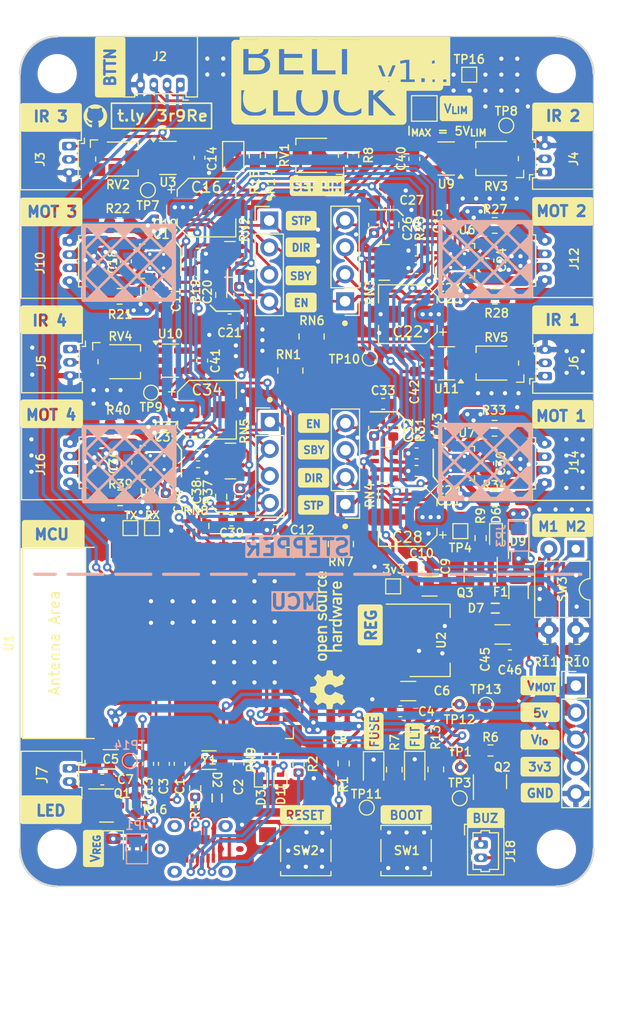
<source format=kicad_pcb>
(kicad_pcb (version 20241229) (generator "pcbnew") (generator_version "9.0")
  (title_block (title "Belt Clock ") (date "2025-02-12") (rev "2"))
  (layers (0 "F.Cu" signal) (2 "B.Cu" signal) (13 "F.Paste" user) (15 "B.Paste" user) (5 "F.SilkS" user "F.Silkscreen") (7 "B.SilkS" user "B.Silkscreen") (1 "F.Mask" user) (3 "B.Mask" user) (25 "Edge.Cuts" user))
  (net 0 "")
  (net 1 "GND")
  (net 2 "/Vref")
  (net 3 "VBUS")
  (net 4 "/USB_D+")
  (net 5 "/USB_D-")
  (net 6 "+3V3")
  (net 7 "/MCU_PU")
  (net 8 "Net-(U1-GPIO15{slash}U0RTS{slash}ADC2_CH4{slash}XTAL_32K_P)")
  (net 9 "Net-(U1-GPIO16{slash}U0CTS{slash}ADC2_CH5{slash}XTAL_32K_N)")
  (net 10 "Net-(RN9A-R1.1)")
  (net 11 "Net-(RN9B-R2.1)")
  (net 12 "/Sensor_INT_1")
  (net 13 "/Sensor_INT_2")
  (net 14 "/Sensor_INT_3")
  (net 15 "/Sensor_INT_4")
  (net 16 "/BOOT")
  (net 17 "Net-(U1-U0TXD{slash}GPIO43{slash}CLK_OUT1)")
  (net 19 "/DIR_B")
  (net 20 "/STEP_B")
  (net 21 "/Motor 1/STBY")
  (net 22 "/DIR_C")
  (net 23 "/STEP_C")
  (net 24 "/DIR_D")
  (net 25 "/STEP_D")
  (net 26 "/DIR_A")
  (net 27 "/STEP_A")
  (net 29 "Net-(D4-A)")
  (net 35 "Net-(U1-U0RXD{slash}GPIO44{slash}CLK_OUT2)")
  (net 36 "VS")
  (net 37 "/MODE2")
  (net 38 "/MODE1")
  (net 39 "/Motor 1/SENSEB")
  (net 40 "/Motor 1/SENSEA")
  (net 41 "Net-(U5-TOFF)")
  (net 42 "/Motor 2/SENSEB")
  (net 43 "/Motor 2/SENSEA")
  (net 44 "Net-(U6-TOFF)")
  (net 45 "/Motor 3/SENSEB")
  (net 46 "/Motor 3/SENSEA")
  (net 47 "Net-(U7-TOFF)")
  (net 48 "/Motor 2/STBY")
  (net 50 "/LIGHT_SCL")
  (net 51 "/LIGHT_SDA")
  (net 52 "/Motor 3/STBY")
  (net 53 "/Motor 4/STBY")
  (net 54 "Net-(J1-CC1)")
  (net 56 "Net-(J1-CC2)")
  (net 58 "/Motor 1/OA1A")
  (net 59 "/Motor 1/OA2A")
  (net 60 "/Motor 1/OB2A")
  (net 61 "/Motor 1/OB1A")
  (net 62 "/Motor 2/OA1A")
  (net 63 "/Motor 2/OA2A")
  (net 64 "/Motor 2/OB2A")
  (net 65 "/Motor 2/OB1A")
  (net 66 "/Motor 3/OA1A")
  (net 67 "/Motor 3/OA2A")
  (net 68 "/Motor 3/OB2A")
  (net 69 "/Motor 3/OB1A")
  (net 70 "/Motor 4/OA1A")
  (net 71 "/Motor 4/OA2A")
  (net 72 "/Motor 4/OB2A")
  (net 73 "/Motor 4/OB1A")
  (net 74 "/STEP_EN_AUX_A")
  (net 75 "/STEP_EN_AUX_B")
  (net 76 "/STEP_EN_AUX_C")
  (net 77 "/STEP_EN_AUX_D")
  (net 78 "Net-(D5-A)")
  (net 79 "Net-(U8-TOFF)")
  (net 80 "/Motor 4/SENSEB")
  (net 81 "/Motor 4/SENSEA")
  (net 82 "Net-(J6-Pin_2)")
  (net 83 "Net-(J5-Pin_2)")
  (net 84 "Net-(J4-Pin_2)")
  (net 85 "Net-(J3-Pin_2)")
  (net 86 "Net-(C39-Pad1)")
  (net 87 "Net-(C33-Pad1)")
  (net 88 "Net-(C27-Pad1)")
  (net 89 "Net-(C21-Pad1)")
  (net 90 "Net-(R8-Pad2)")
  (net 91 "/BUZZ")
  (net 94 "Net-(J18-Pin_1)")
  (net 95 "Net-(D6-K)")
  (net 98 "Net-(D5-K)")
  (net 99 "Net-(Q3-C)")
  (net 100 "Net-(D8-A)")
  (net 101 "/FAULT")
  (net 102 "/Motor 1/EN{slash}FAULT")
  (net 103 "/Motor 1/STEP")
  (net 104 "/Motor 1/DIR")
  (net 105 "/Motor 2/EN{slash}FAULT")
  (net 106 "/Motor 3/EN{slash}FAULT")
  (net 107 "/Motor 4/EN{slash}FAULT")
  (net 108 "/Motor 2/STEP")
  (net 109 "/Motor 2/DIR")
  (net 110 "/Motor 3/STEP")
  (net 111 "/Motor 3/DIR")
  (net 112 "/Motor 4/STEP")
  (net 113 "/Motor 4/DIR")
  (net 114 "/Sensor 1/Sensor_INT")
  (net 115 "/Sensor 2/Sensor_INT")
  (net 116 "/Sensor 4/Sensor_INT")
  (net 117 "/Sensor 3/Sensor_INT")
  (net 122 "Net-(JP2-A)")
  (net 123 "/FUSE_PROBE")
  (net 124 "/LIGHT2")
  (net 125 "Net-(J7-Pin_2)")
  (net 126 "VSS")
  (net 127 "Net-(D7-A1)")
  (footprint "Capacitor_SMD:C_0603_1608Metric" (layer "F.Cu") (at 157.5306 81.818205 180)
    (property "Reference" "C25")
    (property "Value" "1n")
  )
  (footprint "TestPoint:TestPoint_Pad_1.0x1.0mm" (layer "F.Cu") (at 130.574 106.299 180)
    (property "Reference" "TP5" (hide yes))
    (property "Value" "TestPoint")
  )
  (footprint "Diode_SMD:D_SOD-882" (layer "F.Cu") (at 142.8553 129.86 90)
    (property "Reference" "D3")
    (property "Value" "D_TVS")
  )
  (footprint "Resistor_SMD:R_0603_1608Metric" (layer "F.Cu") (at 164.4803 127.235 180)
    (property "Reference" "R6")
    (property "Value" "10k")
  )
  (footprint "Resistor_SMD:R_0603_1608Metric" (layer "F.Cu") (at 151.5453 71.19 90)
    (property "Reference" "R8")
    (property "Value" "56k")
  )
  (footprint "TestPoint:TestPoint_Pad_D1.0mm" (layer "F.Cu") (at 161.5503 122.8802 180)
    (property "Reference" "TP12")
    (property "Value" "TestPoint")
  )
  (footprint "Capacitor_SMD:C_1206_3216Metric" (layer "F.Cu") (at 165.6006 116.31 180)
    (property "Reference" "C45")
    (property "Value" "10u")
  )
  (footprint "Resistor_SMD:R_0805_2012Metric" (layer "F.Cu") (at 130.8804 136.4804 -90)
    (property "Reference" "R12" (hide yes))
    (property "Value" "1k")
  )
  (footprint "Package_DFN_QFN:VQFN-16-1EP_3x3mm_P0.5mm_EP1.8x1.8mm_ThermalVias" (layer "F.Cu") (at 161.361236 100.210204 90)
    (property "Reference" "U7")
    (property "Value" "STSPIN220")
  )
  (footprint "Capacitor_SMD:C_0603_1608Metric" (layer "F.Cu") (at 136.9494 101.1174)
    (property "Reference" "C35")
    (property "Value" "10n")
  )
  (footprint "LOGO" (layer "F.Cu") (at 149.249291 116.858873 90)
    (property "Reference" "G***" (hide yes))
    (property "Value" "LOGO" (hide yes))
  )
  (footprint "Connector_Molex:Molex_PicoBlade_53048-0210_1x02_P1.25mm_Horizontal" (layer "F.Cu") (at 124.8453 128.915 -90)
    (property "Reference" "J7")
    (property "Value" "Conn_01x02_Pin")
  )
  (footprint "Capacitor_SMD:C_1206_3216Metric" (layer "F.Cu") (at 128.7203 128.065)
    (property "Reference" "C5")
    (property "Value" "10u")
  )
  (footprint "Capacitor_SMD:C_0603_1608Metric" (layer "F.Cu") (at 132.2412 128.490372 -90)
    (property "Reference" "C13")
    (property "Value" "0.1u")
  )
  (footprint "Potentiometer_SMD:Potentiometer_Bourns_TC33X_Vertical" (layer "F.Cu") (at 165.02205 90.76225 180)
    (property "Reference" "RV5")
    (property "Value" "TC33X-2-103E")
  )
  (footprint "Resistor_SMD:R_0603_1608Metric" (layer "F.Cu") (at 142.2839 71.205 -90)
    (property "Reference" "R15")
    (property "Value" "10k")
  )
  (footprint "Capacitor_SMD:C_0603_1608Metric" (layer "F.Cu") (at 166.3053 118.26 180)
    (property "Reference" "C46")
    (property "Value" "0.1u")
  )
  (footprint "Resistor_SMD:R_0603_1608Metric" (layer "F.Cu") (at 172.6603 117.7702 180)
    (property "Reference" "R10")
    (property "Value" "10k")
  )
  (footprint "Resistor_SMD:R_Array_Convex_4x0603" (layer "F.Cu") (at 139.947199 80.999599 180)
    (property "Reference" "RN2")
    (property "Value" "R_Network04_Split" (hide yes))
  )
  (footprint "Resistor_SMD:R_0805_2012Metric" (layer "F.Cu") (at 164.8731 77.805004)
    (property "Reference" "R27")
    (property "Value" "0.2")
  )
  (footprint "Connector_Molex:Molex_PicoBlade_53048-0310_1x03_P1.25mm_Horizontal" (layer "F.Cu") (at 124.8903 89.445 -90)
    (property "Reference" "J5")
    (property "Value" "Conn_01x03_Pin")
  )
  (footprint "Capacitor_SMD:CP_Elec_5x5.4" (layer "F.Cu") (at 156.692401 86.1616 180)
    (property "Reference" "C22")
    (property "Value" "22u")
  )
  (footprint "Capacitor_SMD:C_0603_1608Metric" (layer "F.Cu") (at 133.6896 84.7842 -90)
    (property "Reference" "C11")
    (property "Value" "0.1u")
  )
  (footprint "Capacitor_SMD:C_0603_1608Metric" (layer "F.Cu") (at 155.974 123.5456)
    (property "Reference" "C4")
    (property "Value" "2.2u")
  )
  (footprint "MountingHole:MountingHole_3.2mm_M3" (layer "F.Cu") (at 170.6853 136.535 -90)
    (property "Reference" "H1" (hide yes))
    (property "Value" "MountingHole_Pad")
  )
  (footprint "Package_TO_SOT_SMD:SOT-223" (layer "F.Cu") (at 158.768 116.8654)
    (property "Reference" "U2")
    (property "Value" "TLV1117-33")
  )
  (footprint "Capacitor_SMD:C_0603_1608Metric" (layer "F.Cu") (at 157.3303 90.787649 90)
    (property "Reference" "C42")
    (property "Value" "0.1u")
  )
  (footprint "Resistor_SMD:R_0805_2012Metric" (layer "F.Cu") (at 129.6069 103.447799 180)
    (property "Reference" "R39")
    (property "Value" "0.2")
  )
  (footprint "Capacitor_SMD:CP_Elec_5x5.4" (layer "F.Cu") (at 137.7803 95.155)
    (property "Reference" "C34")
    (property "Value" "22u")
  )
  (footprint "Connector_Molex:Molex_PicoBlade_53048-0410_1x04_P1.25mm_Horizontal" (layer "F.Cu") (at 124.8826 98.270801 -90)
    (property "Reference" "J16")
    (property "Value" "Conn_01x04_Pin")
  )
  (footprint "TestPoint:TestPoint_Pad_1.0x1.0mm" (layer "F.Cu") (at 132.606 106.299 180)
    (property "Reference" "TP6" (hide yes))
    (property "Value" "TestPoint")
  )
  (footprint "TestPoint:TestPoint_Pad_D1.0mm" (layer "F.Cu") (at 152.8253 132.615)
    (property "Reference" "TP11")
    (property "Value" "TestPoint")
  )
  (footprint "Capacitor_SMD:C_1206_3216Metric" (layer "F.Cu") (at 158.7426 111.7854)
    (property "Reference" "C9")
    (property "Value" "10u" (hide yes))
  )
  (footprint "Resistor_SMD:R_0805_2012Metric" (layer "F.Cu") (at 164.8966 84.459803)
    (property "Reference" "R28")
    (property "Value" "0.2")
  )
  (footprint "Potentiometer_SMD:Potentiometer_Bourns_TC33X_Vertical" (layer "F.Cu") (at 165.0003 71.505 180)
    (property "Reference" "RV3")
    (property "Value" "TC33X-2-103E")
  )
  (footprint "Capacitor_SMD:C_0603_1608Metric" (layer "F.Cu") (at 136.8992 82.117199)
    (property "Reference" "C17")
    (property "Value" "10n")
  )
  (footprint "TestPoint:TestPoint_Pad_2.0x2.0mm" (layer "F.Cu") (at 158.2453 66.79)
    (property "Reference" "TP15" (hide yes))
    (property "Value" "TestPoint")
  )
  (footprint "Connector_Molex:Molex_PicoBlade_53048-0410_1x04_P1.25mm_Horizontal" (layer "F.Cu") (at 124.8324 79.3024 -90)
    (property "Reference" "J10")
    (property "Value" "Conn_01x04_Pin")
  )
  (footprint "Resistor_SMD:R_Array_Convex_4x0603" (layer "F.Cu") (at 154.4662 100.380803)
    (property "Reference" "RN4")
    (property "Value" "R_Network04_Split" (hide yes))
  )
  (footprint "Capacitor_SMD:C_0603_1608Metric" (layer "F.Cu") (at 136.8992 80.466198)
    (property "Reference" "C19")
    (property "Value" "1n")
  )
  (footprint "Connector_Molex:Molex_PicoBlade_53048-0310_1x03_P1.25mm_Horizontal" (layer "F.Cu") (at 169.5995 72.7804 90)
    (property "Reference" "J4")
    (property "Value" "Conn_01x03_Pin")
  )
  (footprint "Crystal:Crystal_SMD_3215-2Pin_3.2x1.5mm" (layer "F.Cu") (at 137.9703 128.14)
    (property "Reference" "Y1")
    (property "Value" "32.768k" (hide yes))
  )
  (footprint "Resistor_SMD:R_0805_2012Metric" (layer "F.Cu") (at 129.5332 77.8246 180)
    (property "Reference" "R22")
    (property "Value" "0.2")
  )
  (footprint "TestPoint:TestPoint_Pad_1.0x1.0mm" (layer "F.Cu") (at 162.4803 63.61)
    (property "Reference" "TP16")
    (property "Value" "TestPoint")
  )
  (footprint "Capacitor_SMD:C_0603_1608Metric" (layer "F.Cu") (at 133.9053 103.785 -90)
    (property "Reference" "C44")
    (property "Value" "0.1u")
  )
  (footprint "Diode_SMD:Nexperia_CFP3_SOD-123W" (layer "F.Cu") (at 167.1203 107.765 -90)
    (property "Reference" "D9")
    (property "Value" "D_Schottky")
  )
  (footprint "TestPoint:TestPoint_Pad_1.0x1.0mm" (layer "F.Cu") (at 155.3136 111.7854 90)
    (property "Reference" "TP2" (hide yes))
    (property "Value" "TestPoint")
  )
  (footprint "Resistor_SMD:R_0805_2012Metric" (layer "F.Cu") (at 155.4203 129.0402 -90)
    (property "Reference" "R7")
    (property "Value" "1k")
  )
  (footprint "Capacitor_SMD:C_0603_1608Metric" (layer "F.Cu") (at 154.4203 75.4502 180)
    (property "Reference" "C27")
    (property "Value" "22n" (hide yes))
  )
  (footprint "SOD-723:ZDO_SOD723_LTF-L" (layer "F.Cu") (at 164.9322 113.835 180)
    (property "Reference" "D7")
    (property "Value" "D_TVS")
  )
  (footprint "Connector_PinHeader_2.54mm:PinHeader_1x04_P2.54mm_Vertical" (layer "F.Cu") (at 143.646399 77.342003)
    (property "Reference" "J9" (hide yes))
    (property "Value" "Conn_01x04_Pin")
  )
  (footprint "MountingHole:MountingHole_3.2mm_M3" (layer "F.Cu") (at 170.6653 63.515 -90)
    (property "Reference" "H4" (hide yes))
    (property "Value" "MountingHole_Pad")
  )
  (footprint "Capacitor_SMD:C_0603_1608Metric" (layer "F.Cu") (at 160.7402 77.500203 90)
    (property "Reference" "C15")
    (property "Value" "0.1u")
  )
  (footprint "Package_TO_SOT_SMD:SOT-23" (layer "F.Cu") (at 128.3203 132.415)
    (property "Reference" "Q1")
    (property "Value" "BSS138BK,215")
  )
  (footprint "Connector_PinHeader_2.54mm:PinHeader_1x04_P2.54mm_Vertical" (layer "F.Cu") (at 150.8178 104.0384 180)
    (property "Reference" "J13" (hide yes))
    (property "Value" "Conn_01x04_Pin")
  )
  (footprint "Connector_Molex:Molex_PicoBlade_53048-0410_1x04_P1.25mm_Horizontal" (layer "F.Cu") (at 169.5974 82.982003 90)
    (property "Reference" "J12")
    (property "Value" "Conn_01x04_Pin")
  )
  (footprint "Resistor_SMD:R_0603_1608Metric" (layer "F.Cu") (at 139.1203 84.3502 -90)
    (property "Reference" "R19")
    (property "Value" "1k")
  )
  (footprint "Fuse:Fuse_1206_3216Metric" (layer "F.Cu") (at 167.1203 112.34 -90)
    (property "Reference" "F1")
    (property "Value" "Fuse")
  )
  (footprint "Connector_Molex:Molex_PicoBlade_53048-0310_1x03_P1.25mm_Horizontal" (layer "F.Cu") (at 169.62125 91.99 90)
    (property "Reference" "J6")
    (property "Value" "Conn_01x03_Pin")
  )
  (footprint "Capacitor_SMD:C_0603_1608Metric" (layer "F.Cu") (at 140.754839 128.4644 90)
    (property "Reference" "C2")
    (property "Value" "12p")
  )
  (footprint "Package_TO_SOT_SMD:SC-74A-5_1.55x2.9mm_P0.95mm" (layer "F.Cu") (at 160.3303 90.785 180)
    (property "Reference" "U11")
    (property "Value" "SN74LVC1G14DBV")
  )
  (footprint "Resistor_SMD:R_0603_1608Metric" (layer "F.Cu") (at 146.4053 128.495 90)
    (property "Reference" "R2")
    (property "Value" "5.1k" (hide yes))
  )
  (footprint "LED_SMD:LED_0805_2012Metric" (layer "F.Cu") (at 157.3403 129.0002 -90)
    (property "Reference" "D8" (hide yes))
    (property "Value" "LED")
  )
  (footprint "Resistor_SMD:R_0603_1608Metric" (layer "F.Cu") (at 139.1203 103.3502 -90)
    (property "Reference" "R37")
    (property "Value" "1k")
  )
  (footprint "Package_TO_SOT_SMD:SOT-23" (layer "F.Cu") (at 164.4303 130.1725 90)
    (property "Reference" "Q2")
    (property "Value" "BSS138BK,215")
  )
  (footprint "Capacitor_SMD:C_0603_1608Metric" (layer "F.Cu") (at 157.5306 80.167204 180)
    (property "Reference" "C23")
    (property "Value" "10n")
  )
  (footprint "Package_DFN_QFN:VQFN-16-1EP_3x3mm_P0.5mm_EP1.8x1.8mm_ThermalVias" (layer "F.Cu") (at 161.377637 81.114205 90)
    (property "Reference" "U6")
    (property "Value" "STSPIN220")
  )
  (footprint "TestPoint:TestPoint_Pad_D1.0mm" (layer "F.Cu") (at 132.5203 93.545)
    (property "Reference" "TP9")
    (property "Value" "TestPoint")
  )
  (footprint "Resistor_SMD:R_0805_2012Metric" (layer "F.Cu") (at 164.880199 103.555803)
    (property "Reference" "R34")
    (property "Value" "0.2")
  )
  (footprint "Diode_SMD:D_SOD-882" (layer "F.Cu") (at 144.7053 129.86 90)
    (property "Reference" "D1")
    (property "Value" "D_TVS")
  )
  (footprint "LOGO" (layer "F.Cu") (at 127.2649 67.491)
    (property "Reference" "G***" (hide yes))
    (property "Value" "LOGO" (hide yes))
  )
  (footprint "Capacitor_SMD:C_0603_1608Metric" (layer "F.Cu") (at 139.9203 86.6502)
    (property "Reference" "C21")
    (property "Value" "22n" (hide yes))
  )
  (footprint "Resistor_SMD:R_Array_Convex_2x0402" (layer "F.Cu") (at 143.7053 127.925 -90)
    (property "Reference" "RN9")
    (property "Value" "R_Pack02_Split")
  )
  (footprint "SOD-723:ZDO_SOD723_LTF-L" (layer "F.Cu") (at 138.7253 131.7081 -90)
    (property "Reference" "D2")
    (property "Value" "D_TVS")
  )
  (footprint "Potentiometer_SMD:Potentiometer_Bourns_TC33X_Vertical" (layer "F.Cu") (at 129.3995 71.555)
    (property "Reference" "RV2")
    (property "Value" "TC33X-2-103E")
  )
  (footprint "Package_TO_SOT_SMD:SC-74A-5_1.55x2.9mm_P0.95mm" (layer "F.Cu") (at 160.3053 71.505 180)
    (property "Reference" "U9")
    (property "Value" "SN74LVC1G14DBV")
  )
  (footprint "Resistor_SMD:R_0603_1608Metric" (layer "F.Cu") (at 169.6803 117.7702 180)
    (property "Reference" "R11")
    (property "Value" "10k")
  )
  (footprint "TestPoint:TestPoint_Pad_D1.0mm" (layer "F.Cu") (at 161.6303 128.81)
    (property "Reference" "TP1")
    (property "Value" "TestPoint")
  )
  (footprint "TestPoint:TestPoint_Pad_D1.0mm" (layer "F.Cu") (at 132.2185 74.482198 180)
    (property "Reference" "TP7")
    (property "Value" "TestPoint")
  )
  (footprint "Button_Switch_SMD:SW_SPST_TL3305A" (layer "F.Cu") (at 156.5304 136.6566 180)
    (property "Reference" "SW1")
    (property "Value" "SW_Push")
  )
  (footprint "Capacitor_SMD:C_0603_1608Metric" (layer "F.Cu") (at 154.3703 94.6002 180)
    (property "Reference" "C33")
    (property "Value" "22n" (hide yes))
  )
  (footprint "Capacitor_SMD:C_0603_1608Metric" (layer "F.Cu") (at 140.9203 103.3252 -90)
    (property "Reference" "C38")
    (property "Value" "0.1u")
  )
  (footprint "Potentiometer_SMD:Potentiometer_Bourns_TC33X_Vertical" (layer "F.Cu") (at 148.0503 71.205 180)
    (property "Reference" "RV1")
    (property "Value" "TC33X-2-103E")
  )
  (footprint "TestPoint:TestPoint_Pad_D1.0mm" (layer "F.Cu") (at 164.0403 122.9302)
    (property "Reference" "TP13")
    (property "Value" "TestPoint")
  )
  (footprint "Capacitor_SMD:CP_Elec_5x5.4" (layer "F.Cu") (at 137.737399 76.122803)
    (property "Reference" "C16")
    (property "Value" "22u")
  )
  (footprint "Resistor_SMD:R_0805_2012Metric" (layer "F.Cu") (at 164.856699 96.901003)
    (property "Reference" "R33")
    (property "Value" "0.2")
  )
  (footprint "Resistor_SMD:R_Array_Convex_4x0603" (layer "F.Cu") (at 139.9903 99.985 180)
    (property "Reference" "RN5")
    (property "Value" "R_Network04_Split" (hide yes))
  )
  (footprint "Capacitor_SMD:C_0603_1608Metric" (layer "F.Cu") (at 157.514199 99.263203 180)
    (property "Reference" "C29")
    (property "Value" "10n")
  )
  (footprint "Connector_PinHeader_2.54mm:PinHeader_1x04_P2.54mm_Vertical" (layer "F.Cu") (at 150.783401 84.9424 180)
    (property "Reference" "J11" (hide yes))
    (property "Value" "Conn_01x04_Pin")
  )
  (footprint "Resistor_SMD:R_0603_1608Metric" (layer "F.Cu") (at 155.3203 77.7502 90)
    (property "Reference" "R25")
    (property "Value" "1k")
  )
  (footprint "Capacitor_SMD:C_0603_1608Metric" (layer "F.Cu") (at 130.199563 100.145798 -90)
    (property "Reference" "C36")
    (property "Value" "2.2u")
  )
  (footprint "Capacitor_SMD:C_0603_1608Metric" (layer "F.Cu") (at 160.723799 96.596202 90)
    (property "Reference" "C43")
    (property "Value" "0.1u")
  )
  (footprint "Capacitor_SMD:C_0603_1608Metric" (layer "F.Cu") (at 157.9503 109.881596)
    (property "Reference" "C10")
    (property "Value" "0.1u")
  )
  (footprint "Capacitor_SMD:C_1206_3216Metric" (layer "F.Cu") (at 156.736 121.6406)
    (property "Reference" "C6")
    (property "Value" "10u")
  )
  (footprint "Capacitor_SMD:C_0603_1608Metric" (layer "F.Cu") (at 144.2008 106.4768 180)
    (property "Reference" "C12")
    (property "Value" "0.1u")
  )
  (footprint "Potentiometer_SMD:Potentiometer_Bourns_TC33X_Vertical" (layer "F.Cu") (at 129.6203 90.635)
    (property "Reference" "RV4")
    (property "Value" "TC33X-2-103E")
  )
  (footprint "Capacitor_SMD:C_0603_1608Metric" (layer "F.Cu") (at 157.514199 100.914204 180)
    (property "Reference" "C31")
    (property "Value" "1n")
  )
  (footprint "Connector_Molex:Molex_PicoBlade_53047-0210_1x02_P1.25mm_Vertical" (layer "F.Cu") (at 163.5804 136.0824 -90)
    (property "Reference" "J18")
    (property "Value" "Conn_01x02_Pin")
  )
  (footprint "Resistor_SMD:R_0805_2012Metric" (layer "F.Cu") (at 159.3303 129.0202 -90)
    (property "Reference" "R13")
    (property "Value" "1k")
  )
  (footprint "Button_Switch_SMD:SW_SPST_TL3305A" (layer "F.Cu") (at 147.0884 136.6566 180)
    (property "Reference" "SW2")
    (property "Value" "SW_Push")
  )
  (footprint "TestPoint:TestPoint_Pad_D1.0mm" (layer "F.Cu") (at 161.5803 131.735)
    (property "Reference" "TP3")
    (property "Value" "TestPoint")
  )
  (footprint "Capacitor_SMD:C_0603_1608Metric" (layer "F.Cu") (at 137.0803 71.435 -90)
    (property "Reference" "C14")
    (property "Value" "0.1u")
  )
  (footprint "Capacitor_SMD:C_0603_1608Metric" (layer "F.Cu") (at 157.3053 71.535 90)
    (property "Reference" "C40")
    (property "Value" "0.1u")
  )
  (footprint "Capacitor_SMD:C_0603_1608Metric" (layer "F.Cu") (at 136.9494 99.4664)
    (property "Reference" "C37")
    (property "Value" "1n")
  )
  (footprint "LED_SMD:LED_0805_2012Metric" (layer "F.Cu") (at 128.9554 136.4804 -90)
    (property "Reference" "D5" (hide yes))
    (property "Value" "LED")
  )
  (footprint "TestPoint:TestPoint_Pad_D1.0mm" (layer "F.Cu") (at 153.1003 90.3302 180)
    (property "Reference" "TP10")
    (property "Value" "TestPoint")
  )
  (footprint "Resistor_SMD:R_0805_2012Metric" (layer "F.Cu") (at 129.5567 84.479399 180)
    (property "Reference" "R21")
    (property "Value" "0.2")
  )
  (footprint "Library:USB4120-03-C_GCT" (layer "F.Cu") (at 134.380401 135.6392)
    (property "Reference" "J1" (hide yes))
    (property "Value" "USB_C_Receptacle_USB2.0")
  )
  (footprint "Espressif:ESP32-S3-WROOM-1" (layer "F.Cu") (at 136.167 117.1064 90)
    (property "Reference" "U1")
    (property "Value" "ESP32-S3-WROOM-1")
  )
  (footprint "Capacitor_SMD:C_0603_1608Metric" (layer "F.Cu") (at 137.3303 90.5256 -90)
    (property "Reference" "C41")
    (property "Value" "0.1u")
  )
  (footprint "Resistor_SMD:R_0603_1608Metric" (layer "F.Cu") (at 155.3203 96.8502 90)
    (property "Reference" "R31")
    (property "Value" "1k")
  )
  (footprint "Resistor_SMD:R_0603_1608Metric" (layer "F.Cu") (at 163.5453 107.24 -90)
    (property "Reference" "R9")
    (property "Value" "10k")
  )
  (footprint "Resistor_SMD:R_0603_1608Metric" (layer "F.Cu") (at 136.6753 130.785 -90)
    (property "Reference" "R3")
    (property "Value" "5.1k")
  )
  (footprint "Resistor_SMD:R_Array_Convex_4x0402" (layer "F.Cu") (at 136.7803 106.1 90)
    (property "Reference" "RN8")
    (property "Value" "R_Network04_Split")
  )
  (footprint "Resistor_SMD:R_0603_1608Metric" (layer "F.Cu") (at 143.8079 71.205 -90)
    (property "Reference" "R14")
    (property "Value" "10k")
  )
  (footprint "LED_SMD:LED_0805_2012Metric" (layer "F.Cu") (at 153.4703 129.0302 -90)
    (property "Reference" "D4" (hide yes))
    (property "Value" "LED")
  )
  (footprint "Capacitor_SMD:C_0603_1608Metric" (layer "F.Cu") (at 140.8203 84.3502 -90)
    (property "Reference" "C20")
    (property "Value" "0.1u")
  )
  (footprint "Package_DFN_QFN:VQFN-16-1EP_3x3mm_P0.5mm_EP1.8x1.8mm_ThermalVias" (layer "F.Cu") (at 133.052163 81.170198 -90)
    (property "Reference" "U5")
    (property "Value" "STSPIN220")
  )
  (footprint "TestPoint:TestPoint_Pad_1.0x1.0mm" (layer "F.Cu") (at 161.6407 106.584 180)
    (property "Reference" "TP4")
    (property "Value" "TestPoint")
  )
  (footprint "Package_TO_SOT_SMD:SC-74A-5_1.55x2.9mm_P0.95mm" (layer "F.Cu") (at 134.3303 90.535)
    (property "Reference" "U10")
    (property "Value" "SN74LVC1G14DBV")
  )
  (footprint "Resistor_SMD:R_Array_Convex_4x0402" (layer "F.Cu") (at 150.3903 107.8 90)
    (property "Reference" "RN7")
    (property "Value" "R_Network04_Split")
  )
  (footprint "Capacitor_SMD:C_0603_1608Metric" (layer "F.Cu") (at 153.5203 77.754204 90)
    (property "Reference" "C26")
    (property "Value" "0.1u")
  )
  (footprint "Resistor_SMD:R_0603_1608Metric" (layer "F.Cu") (at 150.6474 128.46 -90)
    (property "Reference" "R1")
    (property "Value" "10k")
  )
  (footprint "Package_DIP:DIP-4_W7.62mm" (layer "F.Cu") (at 172.5094 108.2548 -90)
    (property "Reference" "SW3")
    (property "Value" "SW_DIP_x02")
  )
  (footprint "Resistor_SMD:R_Array_Convex_4x0402" (layer "F.Cu") (at 145.6303 91.4702 90)
    (property "Reference" "RN1")
    (property "Value" "R_Network04_Split")
  )
  (footprint "Capacitor_SMD:C_0603_1608Metric" (layer "F.Cu") (at 127.9203 129.965)
    (property "Reference" "C7")
    (property "Value" "0.1u")
  )
  (footprint "Capacitor_SMD:C_0603_1608Metric" (layer "F.Cu") (at 140.0803 105.58)
    (property "Reference" "C39")
    (property "Value" "22n" (hide yes))
  )
  (footprint "Capacitor_SMD:CP_Elec_5x5.4" (layer "F.Cu") (at 156.676 105.2576 180)
    (property "Reference" "C28")
    (property "Value" "22u")
  )
  (footprint "Package_TO_SOT_SMD:SOT-23" (layer "F.Cu") (at 163.5553 110.7225 -90)
    (property "Reference" "Q3")
    (property "Value" "PNP")
  )
  (footprint "TestPoint:TestPoint_Pad_D1.0mm" (layer "F.Cu") (at 165.9638 68.3942)
    (property "Reference" "TP8")
    (property "Value" "TestPoint")
  )
  (footprint "Capacitor_SMD:C_0603_1608Metric" (layer "F.Cu") (at 133.724482 128.490152 -90)
    (property "Reference" "C3")
    (property "Value" "1u")
  )
  (footprint "MountingHole:MountingHole_3.2mm_M3" (layer "F.Cu") (at 123.6653 136.525 -90)
    (property "Reference" "H2" (hide yes))
    (property "Value" "MountingHole_Pad")
  )
  (footprint "Resistor_SMD:R_0603_1608Metric" (layer "F.Cu") (at 131.0703 132.365 90)
    (property "Reference" "R16")
    (property "Value" "10k")
  )
  (footprint "Capacitor_SMD:C_0603_1608Metric" (layer "F.Cu") (at 150.2082 124.9426)
    (property "Reference" "C8")
    (property "Value" "0.1u")
  )
  (footprint "Capacitor_SMD:C_0603_1608Metric" (layer "F.Cu") (at 153.5203 96.850203 90)
    (property "Reference" "C32")
    (property "Value" "0.1u")
  )
  (footprint "Connector_Molex:Molex_PicoBlade_53048-0310_1x03_P1.25mm_Horizontal" (layer "F.Cu") (at 124.7903 70.335 -90)
    (property "Reference" "J3")
    (property "Value" "Conn_01x03_Pin")
  )
  (footprint "MountingHole:MountingHole_3.2mm_M3" (layer "F.Cu") (at 123.6753 63.515 -90)
    (property "Reference" "H3" (hide yes))
    (property "Value" "MountingHole_Pad")
  )
  (footprint "Resistor_SMD:R_Array_Convex_4x0603" (layer "F.Cu") (at 154.482601 81.284804)
    (property "Reference" "RN3")
    (property "Value" "R_Network04_Split" (hide yes))
  )
  (footprint "Connector_PinHeader_2.54mm:PinHeader_1x05_P2.54mm_Vertical" (layer "F.Cu") (at 172.5203 121.125)
    (property "Reference" "J8" (hide yes))
    (property "Value" "Conn_01x05_Pin")
  )
  (footprint "Connector_PinHeader_2.54mm:PinHeader_1x04_P2.54mm_Vertical" (layer "F.Cu") (at 143.696599 96.310403)
    (property "Reference" "J15" (hide yes))
    (property "Value" "Conn_01x04_Pin" (hide yes))
  )
  (footprint "Capacitor_SMD:C_0603_1608Metric" (layer "F.Cu") (at 130.149363 81.177398 -90)
    (property "Reference" "C18")
    (property "Value" "2.2u")
  )
  (footprint "Capacitor_SMD:C_0603_1608Metric" (layer "F.Cu") (at 135.212961 128.490152 90)
    (property "Reference" "C1")
    (property "Value" "12p")
  )
  (footprint "Package_DFN_QFN:VQFN-16-1EP_3x3mm_P0.5mm_EP1.8x1.8mm_ThermalVias" (layer "F.Cu") (at 133.102363 100.138598 -90)
    (property "Reference" "U8")
    (property "Value" "STSPIN220")
  )
  (footprint "Jumper:SolderJumper-2_P1.3mm_Bridged2Bar_Pad1.0x1.5mm" (layer "F.Cu") (at 140.2519 71.305 -90)
    (property "Reference" "JP2" (hide yes))
    (property "Value" "Jumper_2_Bridged")
  )
  (footprint "Connector_Molex:Molex_PicoBlade_53048-0410_1x04_P1.25mm_Horizontal" (layer "F.Cu") (at 169.580999 102.078002 90)
    (property "Reference" "J14")
    (property "Value" "Conn_01x04_Pin")
  )
  (footprint "Connector_Molex:Molex_PicoBlade_53048-0410_1x04_P1.25mm_Horizontal" (layer "F.Cu") (at 135.2724 64.55 180)
    (property "Reference" "J2")
    (property "Value" "Conn_01x04_Pin")
  )
  (footprint "Package_TO_SOT_SMD:SC-74A-5_1.55x2.9mm_P0.95mm" (layer "F.Cu") (at 134.1053 71.4475)
    (property "Reference" "U3")
    (property "Value" "SN74LVC1G14DBV")
  )
  (footprint "Diode_SMD:D_SOD-523" (layer "F.Cu") (at 164.9953 107.14 -90)
    (property "Reference" "D6")
    (property "Value" "D_Schottky")
  )
  (footprint "Resistor_SMD:R_Array_Convex_4x0402" (layer "F.Cu") (at 147.6303 88.2602 90)
    (property "Reference" "RN6")
    (property "Value" "R_Network04_Split")
  )
  (footprint "Capacitor_SMD:C_0603_1608Metric" (layer "F.Cu") (at 164.264036 100.203004 90)
    (property "Reference" "C30")
    (property "Value" "2.2u")
  )
  (footprint "Capacitor_SMD:C_0603_1608Metric" (layer "F.Cu") (at 164.280437 81.107005 90)
    (property "Reference" "C24")
    (property "Value" "2.2u")
  )
  (footprint "Resistor_SMD:R_0805_2012Metric" (layer "F.Cu") (at 129.5834 96.793 180)
    (property "Reference" "R40")
    (property "Value" "0.2")
  )
  (footprint "TestPoint:TestPoint_Pad_D1.0mm" (layer "B.Cu") (at 130.4953 128.195 180)
    (property "Reference" "TP14")
    (property "Value" "TestPoint")
  )
  (footprint "Jumper:SolderJumper-2_P1.3mm_Open_Pad1.0x1.5mm" (layer "B.Cu") (at 167.1353 107.055 90)
    (property "Reference" "JP3")
    (property "Value" "Jumper_2_Open")
  )
  (footprint "Jumper:SolderJumper-2_P1.3mm_Bridged2Bar_Pad1.0x1.5mm" (layer "B.Cu") (at 131.2021 136.4979 -90)
    (property "Reference" "JP1")
    (property "Value" "Jumper_2_Bridged")
  )
  (gr_line (start 159.1054 79.786202) (end 159.1054 82.326202) (stroke (width 0.15)) (layer "F.SilkS"))
  (gr_line (start 153.1703 95.3502) (end 155.7203 95.3502) (stroke (width 0.15)) (layer "F.SilkS"))
  (gr_line (start 138.6453 85.8752) (end 138.0953 85.3252) (stroke (width 0.15)) (layer "F.SilkS"))
  (gr_line (start 141.2703 104.8002) (end 138.7203 104.8002) (stroke (width 0.15)) (layer "F.SilkS"))
  (gr_circle (center 150.7703 87.015) (end 150.7703 87.215) (stroke (width 0.15)) (fill yes) (layer "F.SilkS"))
  (gr_line (start 159.088999 101.422201) (end 159.5453 101.99) (stroke (width 0.15)) (layer "F.SilkS"))
  (gr_line (start 155.9503 64.73) (end 159.6253 64.73) (stroke (width 0.8)) (layer "F.SilkS"))
  (gr_rect (start 128.7889 66.2972) (end 138.2123 68.6848) (stroke (width 0.15)) (fill no) (layer "F.SilkS"))
  (gr_line (start 155.7203 95.3502) (end 156.2703 95.9002) (stroke (width 0.15)) (layer "F.SilkS"))
  (gr_circle (center 150.7953 106.14) (end 150.7953 105.94) (stroke (width 0.15)) (fill yes) (layer "F.SilkS"))
  (gr_line (start 159.088999 98.882201) (end 159.088999 101.422201) (stroke (width 0.15)) (layer "F.SilkS"))
  (gr_line (start 141.1953 85.8752) (end 138.6453 85.8752) (stroke (width 0.15)) (layer "F.SilkS"))
  (gr_line (start 140.4753 60.73) (end 140.4753 67.905) (stroke (width 0.8)) (layer "F.SilkS"))
  (gr_line (start 156.1703 67.9275) (end 156.1703 64.9025) (stroke (width 0.8)) (layer "F.SilkS"))
  (gr_line (start 159.1054 82.326202) (end 159.5203 82.865) (stroke (width 0.15)) (layer "F.SilkS"))
  (gr_line (start 135.3244 79.958201) (end 134.8203 79.315) (stroke (width 0.15)) (layer "F.SilkS"))
  (gr_line (start 135.3746 98.926602) (end 134.9703 98.365) (stroke (width 0.15)) (layer "F.SilkS"))
  (gr_circle (center 143.6953 94.215) (end 143.6953 94.015) (stroke (width 0.15)) (fill yes) (layer "F.SilkS"))
  (gr_line (start 159.6253 60.73) (end 140.4753 60.73) (stroke (width 0.8)) (layer "F.SilkS"))
  (gr_line (start 135.3244 82.498201) (end 135.3244 79.958201) (stroke (width 0.15)) (layer "F.SilkS"))
  (gr_line (start 155.6953 76.3252) (end 156.2453 76.8752) (stroke (width 0.15)) (layer "F.SilkS"))
  (gr_line (start 153.1453 76.3252) (end 155.6953 76.3252) (stroke (width 0.15)) (layer "F.SilkS"))
  (gr_line (start 138.7203 104.8002) (end 138.2703 104.2502) (stroke (width 0.15)) (layer "F.SilkS"))
  (gr_line (start 159.6253 64.73) (end 159.6253 60.73) (stroke (width 0.8)) (layer "F.SilkS"))
  (gr_circle (center 143.6453 75.24) (end 143.8453 75.24) (stroke (width 0.15)) (fill yes) (layer "F.SilkS"))
  (gr_line (start 135.3746 101.466602) (end 135.3746 98.926602) (stroke (width 0.15)) (layer "F.SilkS"))
  (gr_line (start 140.4753 67.905) (end 156.1703 67.9275) (stroke (width 0.8)) (layer "F.SilkS"))
  (gr_line (start 172.992 110.645) (end 121.557 110.645) (stroke (width 0.3) (type dash)) (layer "B.SilkS"))
  (gr_arc (start 123.6762 140.018426) (mid 121.205989 138.997965) (end 120.1762 136.531628) (stroke (width 0.2)) (layer "Edge.Cuts"))
  (gr_arc (start 174.1762 136.5184) (mid 173.151074 138.993274) (end 170.6762 140.0184) (stroke (width 0.2)) (layer "Edge.Cuts"))
  (gr_arc (start 120.1762 63.5184) (mid 121.201326 61.043526) (end 123.6762 60.0184) (stroke (width 0.2)) (layer "Edge.Cuts"))
  (gr_line (start 170.6762 140.018426) (end 123.6762 140.018426) (stroke (width 0.1)) (layer "Edge.Cuts"))
  (gr_line (start 174.1762 63.5184) (end 174.1762 136.5184) (stroke (width 0.1)) (layer "Edge.Cuts"))
  (gr_line (start 123.6762 60.0184) (end 170.6762 60.0184) (stroke (width 0.1)) (layer "Edge.Cuts"))
  (gr_arc (start 170.6762 60.0184) (mid 173.151074 61.043526) (end 174.1762 63.5184) (stroke (width 0.2)) (layer "Edge.Cuts"))
  (gr_line (start 120.176199 136.531628) (end 120.1762 63.5184) (stroke (width 0.1)) (layer "Edge.Cuts"))
  (gr_text "3v3 " (at 167.9303 129.26 0) (layer "F.SilkS" knockout) (effects (font (size 0.8 0.82) (thickness 0.175) (bold yes)) (justify left bottom)))
  (gr_text "FLT" (at 157.8553 127.035 90) (layer "F.SilkS" knockout) (effects (font (size 0.8 0.8) (thickness 0.15) (bold yes)) (justify left bottom)))
  (gr_text "RESET" (at 145.0803 133.81 0) (layer "F.SilkS" knockout) (effects (font (size 0.8 0.8) (thickness 0.175) (bold yes)) (justify left bottom)))
  (gr_text "IR 3" (at 121.3053 68.135 0) (layer "F.SilkS" knockout) (effects (font (size 1 1) (thickness 0.25) (bold yes)) (justify left bottom)))
  (gr_text "BUZ" (at 162.6803 134.085 0) (layer "F.SilkS" knockout) (effects (font (size 0.8 0.8) (thickness 0.175) (bold yes)) (justify left bottom)))
  (gr_text "MOT 1" (at 168.6232 96.335 0) (layer "F.SilkS" knockout) (effects (font (size 1 1) (thickness 0.25) (bold yes)) (justify left bottom)))
  (gr_text "5v" (at 168.3803 124.185 0) (layer "F.SilkS" knockout) (effects (font (size 0.8 0.82) (thickness 0.1875) (bold yes)) (justify left bottom)))
  (gr_text "IR 1" (at 169.5053 87.29 0) (layer "F.SilkS" knockout) (effects (font (size 1 1) (thickness 0.25) (bold yes)) (justify left bottom)))
  (gr_text "IR 4" (at 121.2053 87.355 0) (layer "F.SilkS" knockout) (effects (font (size 1 1) (thickness 0.25) (bold yes)) (justify left bottom)))
  (gr_text "IR 2" (at 169.5553 68.085 0) (layer "F.SilkS" knockout) (effects (font (size 1 1) (thickness 0.25) (bold yes)) (justify left bottom)))
  (gr_text "EN" (at 147.0053 96.910999 0) (layer "F.SilkS" knockout) (effects (font (size 0.7 0.7) (thickness 0.175) (bold yes)) (justify left bottom)))
  (gr_text "MOT 3" (at 120.7124 77.105 0) (layer "F.SilkS" knockout) (effects (font (size 1 1) (thickness 0.25) (bold yes)) (justify left bottom)))
  (gr_text "GND" (at 167.7803 131.735 0) (layer "F.SilkS" knockout) (effects (font (size 0.8 0.82) (thickness 0.2) (bold yes)) (justify left bottom)))
  (gr_text "STP" (at 146.7553 104.585 0) (layer "F.SilkS" knockout) (effects (font (size 0.7 0.7) (thickness 0.175) (bold yes)) (justify left bottom)))
  (gr_text "DIR" (at 145.6553 80.31 0) (layer "F.SilkS" knockout) (effects (font (size 0.7 0.7) (thickness 0.175) (bold yes)) (justify left bottom)))
  (gr_text "LED" (at 121.5553 133.485 0) (layer "F.SilkS" knockout) (effects (font (size 1 1) (thickness 0.25) (bold yes)) (justify left bottom)))
  (gr_text "3v3" (at 154.196 110.6424 0) (layer "F.SilkS") (effects (font (size 0.8 0.8) (thickness 0.15) (bold yes)) (justify left bottom)))
  (gr_text "t.ly/3r9Re" (at 129.1953 68.0752 0) (layer "F.SilkS") (effects (font (size 1 1.1) (thickness 0.2)) (justify left bottom)))
  (gr_text "FUSE" (at 154.0303 127.0502 90) (layer "F.SilkS" knockout) (effects (font (size 0.8 0.8) (thickness 0.15) (bold yes)) (justify left bottom)))
  (gr_text "V_{REG}" (at 127.7304 137.8479 90) (layer "F.SilkS" knockout) (effects (font (size 0.8 0.8) (thickness 0.175) (bold yes)) (justify left bottom)))
  (gr_text "SBY" (at 145.5053 82.985 0) (layer "F.SilkS" knockout) (effects (font (size 0.7 0.7) (thickness 0.1625) (bold yes)) (justify left bottom)))
  (gr_text "REG" (at 153.8203 117.06 90) (layer "F.SilkS" knockout) (effects (font (size 1 1) (thickness 0.25) (bold yes)) (justify left bottom)))
  (gr_text "V_{MOT}" (at 167.8303 121.61 0) (layer "F.SilkS" knockout) (effects (font (size 0.8 0.82) (thickness 0.1875) (bold yes)) (justify left bottom)))
  (gr_text "BELT _{v1.1}\n" (at 140.7253 62.255 0) (layer "F.SilkS" knockout) (effects (font (size 3.2 3.5)) (justify left)))
  (gr_text "EN" (at 145.8553 85.51 0) (layer "F.SilkS" knockout) (effects (font (size 0.7 0.7) (thickness 0.175) (bold yes)) (justify left bottom)))
  (gr_text "BOOT" (at 154.8853 133.805 0) (layer "F.SilkS" knockout) (effects (font (size 0.8 0.8) (thickness 0.175) (bold yes)) (justify left bottom)))
  (gr_text "I_{MAX} = 5V_{LIM}" (at 156.5203 69.39 0) (layer "F.SilkS") (effects (font (size 0.8 0.8)) (justify left bottom)))
  (gr_text "RX" (at 131.8553 105.485 0) (layer "F.SilkS") (effects (font (size 0.7 0.7) (thickness 0.15) (bold yes)) (justify left bottom)))
  (gr_text "SBY" (at 146.7553 99.36 0) (layer "F.SilkS" knockout) (effects (font (size 0.7 0.7) (thickness 0.1625) (bold yes)) (justify left bottom)))
  (gr_text "MOT 4" (at 120.6053 96.235 0) (layer "F.SilkS" knockout) (effects (font (size 1 1) (thickness 0.25) (bold yes)) (justify left bottom)))
  (gr_text "BTTN" (at 129.2553 64.86 90) (layer "F.SilkS" knockout) (effects (font (size 1 1) (thickness 0.25) (bold yes)) (justify left bottom)))
  (gr_text "MCU" (at 121.4053 107.485 0) (layer "F.SilkS" knockout) (effects (font (size 1 1) (thickness 0.25) (bold yes)) (justify left bottom)))
  (gr_text "DIR" (at 146.8303 102.01 0) (layer "F.SilkS" knockout) (effects (font (size 0.7 0.7) (thickness 0.175) (bold yes)) (justify left bottom)))
  (gr_text "STP" (at 145.6053 77.785 0) (layer "F.SilkS" knockout) (effects (font (size 0.7 0.7) (thickness 0.175) (bold yes)) (justify left bottom)))
  (gr_text "V_{io} " (at 168.1803 126.685 0) (layer "F.SilkS" knockout) (effects (font (size 0.8 0.82) (thickness 0.1875) (bold yes)) (justify left bottom)))
  (gr_text "CLOCK" (at 140.4503 66.13 0) (layer "F.SilkS" knockout) (effects (font (size 3.2 3.2)) (justify left)))
  (gr_text "SET LIM" (at 145.7303 74.61 0) (layer "F.SilkS" knockout) (effects (font (size 0.8 0.8) (thickness 0.2) (bold yes)) (justify left bottom)))
  (gr_text "MOT 2" (at 168.665001 77.045 0) (layer "F.SilkS" knockout) (effects (font (size 1 1) (thickness 0.25) (bold yes)) (justify left bottom)))
  (gr_text "TX" (at 129.9053 105.51 0) (layer "F.SilkS") (effects (font (size 0.7 0.7) (thickness 0.15) (bold yes)) (justify left bottom)))
  (gr_text "M1 M2" (at 168.8518 106.68 0) (layer "F.SilkS" knockout) (effects (font (size 0.9 0.9) (thickness 0.2) (bold yes)) (justify left bottom)))
  (gr_text "V_{LIM} " (at 160.0053 67.285 0) (layer "F.SilkS" knockout) (effects (font (size 0.8 0.8) (thickness 0.15) (bold yes)) (justify left bottom)))
  (gr_text "MCU" (at 148.4753 114.01 0) (layer "B.SilkS" knockout) (effects (font (size 1.3 1.4) (thickness 0.3) (bold yes)) (justify left bottom mirror)))
  (gr_text "STEPPER" (at 151.402 108.9914 0) (layer "B.SilkS" knockout) (effects (font (size 1.5 1.5) (thickness 0.3) (bold yes)) (justify left bottom mirror)))
  (segment (start 162.0888 70.032) (end 165.0682 70.032) (width 0.25) (layer "F.Cu") (net 1))
  (segment (start 130.753774 100.391992) (end 131.621963 100.391992) (width 0.3) (layer "F.Cu") (net 1))
  (segment (start 160.1703 115.0631) (end 160.1703 115.515) (width 0.25) (layer "F.Cu") (net 1))
  (segment (start 130.224963 100.920802) (end 130.753774 100.391991) (width 0.3) (layer "F.Cu") (net 1))
  (segment (start 153.582601 80.084804) (end 153.254904 80.084804) (width 0.3) (layer "F.Cu") (net 1))
  (segment (start 164.255037 80.332002) (end 163.726226 80.860813) (width 0.3) (layer "F.Cu") (net 1))
  (segment (start 163.709825 99.956812) (end 162.841636 99.956812) (width 0.3) (layer "F.Cu") (net 1))
  (segment (start 166.462341 80.707069) (end 166.462341 80.774305) (width 0.5) (layer "F.Cu") (net 1))
  (segment (start 166.44594 99.803068) (end 166.44594 99.870304) (width 0.5) (layer "F.Cu") (net 1))
  (segment (start 127.126763 81.577333) (end 127.967459 81.577333) (width 0.5) (layer "F.Cu") (net 1))
  (segment (start 166.462341 80.774306) (end 167.303037 81.615002) (width 0.8) (layer "F.Cu") (net 1))
  (segment (start 166.721368 99.2378) (end 164.428836 99.2378) (width 0.5) (layer "F.Cu") (net 1))
  (segment (start 138.0122 102.6419) (end 138.6205 103.2502) (width 0.25) (layer "F.Cu") (net 1))
  (segment (start 167.286636 100.711) (end 168.074036 100.3046) (width 0.8) (layer "F.Cu") (net 1))
  (segment (start 127.126763 80.669401) (end 126.339363 81.075801) (width 0.8) (layer "F.Cu") (net 1))
  (segment (start 162.411236 99.960204) (end 162.848736 99.960204) (width 0.2) (layer "F.Cu") (net 1))
  (segment (start 130.832097 93.313203) (end 129.637801 93.313203) (width 0.25) (layer "F.Cu") (net 1))
  (segment (start 164.255037 80.332001) (end 163.726226 80.860812) (width 0.3) (layer "F.Cu") (net 1))
  (segment (start 139.612762 103.2502) (end 140.462762 104.1002) (width 0.25) (layer "F.Cu") (net 1))
  (segment (start 167.286636 99.803068) (end 166.721368 99.2378) (width 0.5) (layer "F.Cu") (net 1))
  (segment (start 164.1256 116.31) (end 164.1256 114.8053) (width 0.25) (layer "F.Cu") (net 1))
  (segment (start 166.462341 80.70707) (end 166.462341 80.774306) (width 0.5) (layer "F.Cu") (net 1))
  (segment (start 126.389563 100.044202) (end 127.176963 100.545734) (width 0.8) (layer "F.Cu") (net 1))
  (segment (start 127.967459 81.510097) (end 127.126763 80.669401) (width 0.8) (layer "F.Cu") (net 1))
  (segment (start 132.052363 100.388598) (end 132.452363 100.788598) (width 0.2) (layer "F.Cu") (net 1))
  (segment (start 165.1903 110.647107) (end 165.1903 109.02) (width 0.3) (layer "F.Cu") (net 1))
  (segment (start 130.753774 100.391991) (end 131.621963 100.391991) (width 0.3) (layer "F.Cu") (net 1))
  (segment (start 127.126763 81.577334) (end 127.967459 81.577334) (width 0.5) (layer "F.Cu") (net 1))
  (segment (start 162.448584 99.960204) (end 162.011236 100.397552) (width 0.2) (layer "F.Cu") (net 1))
  (segment (start 165.1853 111.145) (end 165.1853 110.652107) (width 0.3) (layer "F.Cu") (net 1))
  (segment (start 132.002163 81.420198) (end 132.402163 81.820198) (width 0.2) (layer "F.Cu") (net 1))
  (segment (start 163.726226 80.860812) (end 162.858037 80.860812) (width 0.3) (layer "F.Cu") (net 1))
  (segment (start 166.2553 112.215) (end 165.1853 111.145) (width 0.3) (layer "F.Cu") (net 1))
  (segment (start 127.967459 81.577334) (end 127.967459 81.510098) (width 0.5) (layer "F.Cu") (net 1))
  (segment (start 167.286636 100.711001) (end 168.074036 100.304601) (width 0.8) (layer "F.Cu") (net 1))
  (segment (start 164.0853 108.605) (end 163.5453 108.065) (width 0.3) (layer "F.Cu") (net 1))
  (segment (start 127.176963 99.637802) (end 126.389563 100.044202) (width 0.8) (layer "F.Cu") (net 1))
  (segment (start 134.9853 102.6419) (end 138.0122 102.6419) (width 0.25) (layer "F.Cu") (net 1))
  (segment (start 168.544 69.58) (end 169.2444 70.2804) (width 0.25) (layer "F.Cu") (net 1))
  (segment (start 167.303037 80.707069) (end 166.737769 80.141801) (width 0.5) (layer "F.Cu") (net 1))
  (segment (start 162.427637 80.864205) (end 162.027637 80.464205) (width 0.2) (layer "F.Cu") (net 1))
  (segment (start 130.174763 81.952401) (end 130.703574 81.42359) (width 0.3) (layer "F.Cu") (net 1))
  (segment (start 138.6205 103.2502) (end 139.612762 103.2502) (width 0.25) (layer "F.Cu") (net 1))
  (segment (start 168.3348 112.215) (end 166.2553 112.215) (width 0.3) (layer "F.Cu") (net 1))
  (segment (start 130.174763 81.952402) (end 130.703574 81.423591) (width 0.3) (layer "F.Cu") (net 1))
  (segment (start 131.964815 81.420198) (end 132.402163 80.98285) (width 0.2) (layer "F.Cu") (net 1))
  (segment (start 131.564663 81.420198) (end 132.002163 81.420198) (width 0.2) (layer "F.Cu") (net 1))
  (segment (start 163.709825 99.956811) (end 162.841636 99.956811) (width 0.3) (layer "F.Cu") (net 1))
  (segment (start 140.8553 105.58) (end 140.8553 104.1652) (width 0.25) (layer "F.Cu") (net 1))
  (segment (start 166.462341 80.774305) (end 167.303037 81.615001) (width 0.8) (layer "F.Cu") (net 1))
  (segment (start 161.5658 70.555) (end 162.0888 70.032) (width 0.25) (layer "F.Cu") (net 1))
  (segment (start 140.462762 104.1002) (end 140.9203 104.1002) (width 0.25) (layer "F.Cu") (net 1))
  (segment (start 165.0682 70.032) (end 165.5202 69.58) (width 0.25) (layer "F.Cu") (net 1))
  (segment (start 165.5202 69.58) (end 168.544 69.58) (width 0.25) (layer "F.Cu") (net 1))
  (segment (start 128.017659 100.478499) (end 127.176963 99.637803) (width 0.8) (layer "F.Cu") (net 1))
  (segment (start 162.011236 99.560204) (end 162.411236 99.960204) (width 0.2) (layer "F.Cu") (net 1))
  (segment (start 127.176963 100.545735) (end 128.017659 100.545735) (width 0.5) (layer "F.Cu") (net 1))
  (segment (start 127.176963 99.637803) (end 126.389563 100.044203) (width 0.8) (layer "F.Cu") (net 1))
  (segment (start 167.286636 99.803068) (end 166.44594 99.803068) (width 0.5) (layer "F.Cu") (net 1))
  (segment (start 132.7205 91.4248) (end 130.832097 93.313203) (width 0.25) (layer "F.Cu") (net 1))
  (segment (start 162.865137 80.864205) (end 162.427637 80.864205) (width 0.2) (layer "F.Cu") (net 1))
  (segment (start 128.017659 100.478498) (end 127.176963 99.637802) (width 0.8) (layer "F.Cu") (net 1))
  (segment (start 127.742231 101.111003) (end 130.034763 101.111003) (width 0.5) (layer "F.Cu") (net 1))
  (segment (start 168.090437 81.208602) (end 167.303037 80.70707) (width 0.8) (layer "F.Cu") (net 1))
  (segment (start 162.464985 80.864205) (end 162.027637 81.301553) (width 0.2) (layer "F.Cu") (net 1))
  (segment (start 163.726226 80.860813) (end 162.858037 80.860813) (width 0.3) (layer "F.Cu") (net 1))
  (segment (start 156.6222 81.684802) (end 155.3826 81.684802) (width 0.3) (layer "F.Cu") (net 1))
  (segment (start 166.44594 99.803069) (end 166.44594 99.870305) (width 0.5) (layer "F.Cu") (net 1))
  (segment (start 131.614863 100.388598) (end 132.015015 100.388598) (width 0.2) (layer "F.Cu") (net 1))
  (segment (start 160.8053 89.835) (end 161.4803 89.835) (width 0.3) (layer "F.Cu") (net 1))
  (segment (start 164.1256 114.8053) (end 163.8303 114.51) (width 0.25) (layer "F.Cu") (net 1))
  (segment (start 128.017659 100.545735) (end 128.017659 100.478499) (width 0.5) (layer "F.Cu") (net 1))
  (segment (start 168.074036 100.3046) (end 167.286636 99.803068) (width 0.8) (layer "F.Cu") (net 1))
  (segment (start 156.605799 100.780801) (end 155.366199 100.780801) (width 0.3) (layer "F.Cu") (net 1))
  (segment (start 164.238636 99.428) (end 163.709825 99.956811) (width 0.3) (layer "F.Cu") (net 1))
  (segment (start 160.7234 114.51) (end 160.1703 115.0631) (width 0.25) (layer "F.Cu") (net 1))
  (segment (start 167.303037 80.707069) (end 166.462341 80.707069) (width 0.5) (layer "F.Cu") (net 1))
  (segment (start 127.126763 80.669402) (end 126.339363 81.075802) (width 0.8) (layer "F.Cu") (net 1))
  (segment (start 128.017659 100.545734) (end 128.017659 100.478498) (width 0.5) (layer "F.Cu") (net 1))
  (segment (start 130.703574 81.423591) (end 131.571763 81.423591) (width 0.3) (layer "F.Cu") (net 1))
  (segment (start 127.176963 100.545735) (end 127.742231 101.111003) (width 0.5) (layer "F.Cu") (net 1))
  (segment (start 165.1853 110.652107) (end 165.1903 110.647107) (width 0.3) (layer "F.Cu") (net 1))
  (segment (start 153.254904 80.084804) (end 151.8203 78.6502) (width 0.3) (layer "F.Cu") (net 1))
  (segment (start 166.44594 99.870304) (end 167.286636 100.711) (width 0.8) (layer "F.Cu") (net 1))
  (segment (start 127.176963 100.545734) (end 128.017659 100.545734) (width 0.5) (layer "F.Cu") (net 1))
  (segment (start 162.848736 99.960204) (end 162.448584 99.960204) (width 0.2) (layer "F.Cu") (net 1))
  (segment (start 167.303037 81.615002) (end 168.090437 81.208602) (width 0.8) (layer "F.Cu") (net 1))
  (segment (start 126.389563 100.044203) (end 127.176963 100.545735) (width 0.8) (layer "F.Cu") (net 1))
  (segment (start 127.967459 81.577333) (end 127.967459 81.510097) (width 0.5) (layer "F.Cu") (net 1))
  (segment (start 160.1201 90.5202) (end 160.8053 89.835) (width 0.3) (layer "F.Cu") (net 1))
  (segment (start 168.074036 100.304601) (end 167.286636 99.803069) (width 0.8) (layer "F.Cu") (net 1))
  (segment (start 130.703574 81.42359) (end 131.571763 81.42359) (width 0.3) (layer "F.Cu") (net 1))
  (segment (start 132.015015 100.388598) (end 132.452363 99.95125) (width 0.2) (layer "F.Cu") (net 1))
  (segment (start 169.0948 112.975) (end 168.3348 112.215) (width 0.3) (layer "F.Cu") (net 1))
  (segment (start 165.1903 109.02) (end 164.7753 108.605) (width 0.3) (layer "F.Cu") (net 1))
  (segment (start 126.339363 81.075801) (end 127.126763 81.577333) (width 0.8) (layer "F.Cu") (net 1))
  (segment (start 167.303037 80.70707) (end 166.462341 80.70707) (width 0.5) (layer "F.Cu") (net 1))
  (segment (start 140.897399 99.567999) (end 137.825999 99.567999) (width 0.2) (layer "F.Cu") (net 1))
  (segment (start 127.967459 81.510098) (end 127.126763 80.669402) (width 0.8) (layer "F.Cu") (net 1))
  (segment (start 158.138201 90.5202) (end 160.1201 90.5202) (width 0.3) (layer "F.Cu") (net 1))
  (segment (start 167.303037 81.615001) (end 168.090437 81.208601) (width 0.8) (layer "F.Cu") (net 1))
  (segment (start 163.8303 114.51) (end 160.7234 114.51) (width 0.25) (layer "F.Cu") (net 1))
  (segment (start 157.63065 90.012649) (end 158.138201 90.5202) (width 0.3) (layer "F.Cu") (net 1))
  (segment (start 167.286636 99.803069) (end 166.44594 99.803069) (width 0.5) (layer "F.Cu") (net 1))
  (segment (start 131.614863 100.388598) (end 132.052363 100.388598) (width 0.2) (layer "F.Cu") (net 1))
  (segment (start 164.238636 99.428001) (end 163.709825 99.956812) (width 0.3) (layer "F.Cu") (net 1))
  (segment (start 164.7753 108.605) (end 164.0853 108.605) (width 0.3) (layer "F.Cu") (net 1))
  (segment (start 166.44594 99.870305) (end 167.286636 100.711001) (width 0.8) (layer "F.Cu") (net 1))
  (segment (start 130.224963 100.920803) (end 130.753774 100.391992) (width 0.3) (layer "F.Cu") (net 1))
  (segment (start 168.090437 81.208601) (end 167.303037 80.707069) (width 0.8) (layer "F.Cu") (net 1))
  (segment (start 127.126763 81.577334) (end 127.692031 82.142602) (width 0.5) (layer "F.Cu") (net 1))
  (segment (start 131.564663 81.420198) (end 131.964815 81.420198) (width 0.2) (layer "F.Cu") (net 1))
  (segment (start 126.339363 81.075802) (end 127.126763 81.577334) (width 0.8) (layer "F.Cu") (net 1))
  (segment (start 162.865137 80.864205) (end 162.464985 80.864205) (width 0.2) (layer "F.Cu") (net 1))
  (segment (start 166.737769 80.141801) (end 164.445237 80.141801) (width 0.5) (layer "F.Cu") (net 1))
  (segment (start 127.692031 82.142602) (end 129.984563 82.142602) (width 0.5) (layer "F.Cu") (net 1))
  (via (at 171.6204 100.9904) (size 0.8) (drill 0.4) (layers "F.Cu" "B.Cu") (net 1))
  (via (at 138.4388 115.1128) (size 0.8) (drill 0.4) (layers "F.Cu" "B.Cu") (net 1))
  (via (at 142.2488 115.1128) (size 0.8) (drill 0.4) (layers "F.Cu" "B.Cu") (net 1))
  (via (at 137.7203 82.1502) (size 0.8) (drill 0.4) (layers "F.Cu" "B.Cu") (net 1))
  (via (at 121.2522 100.9904) (size 0.8) (drill 0.4) (layers "F.Cu" "B.Cu") (net 1))
  (via (at 158.2814 138.3076) (size 0.8) (drill 0.4) (layers "F.Cu" "B.Cu") (net 1))
  (via (at 156.7556 81.818202) (size 0.8) (drill 0.4) (layers "F.Cu" "B.Cu") (net 1))
  (via (at 127.097801 93.313203) (size 0.8) (drill 0.4) (layers "F.Cu" "B.Cu") (net 1))
  (via (at 121.3284 91.8464) (size 0.8) (drill 0.4) (layers "F.Cu" "B.Cu") (net 1))
  (via (at 132.5044 115.2144) (size 0.8) (drill 0.4) (layers "F.Cu" "B.Cu") (net 1))
  (via (at 153.3503 122.4202) (size 0.8) (drill 0.4) (layers "F.Cu" "B.Cu") (net 1))
  (via (at 145.4374 138.1806) (size 0.8) (drill 0.4) (layers "F.Cu" "B.Cu") (net 1))
  (via (at 161.857801 75.274201) (size 0.8) (drill 0.4) (layers "F.Cu" "B.Cu") (net 1))
  (via (at 132.5044 113.1824) (size 0.8) (drill 0.4) (layers "F.Cu" "B.Cu") (net 1))
  (via (at 169.1253 112.025) (size 0.8) (drill 0.4) (layers "F.Cu" "B.Cu") (net 1))
  (via (at 163.127801 75.274201) (size 0.8) (drill 0.4) (layers "F.Cu" "B.Cu") (net 1))
  (via (at 121.2522 99.4664) (size 0.8) (drill 0.4) (layers "F.Cu" "B.Cu") (net 1))
  (via (at 134.5364 115.2144) (size 0.8) (drill 0.4) (layers "F.Cu" "B.Cu") (net 1))
  (via (at 156.5743 134.955) (size 0.8) (drill 0.4) (layers "F.Cu" "B.Cu") (net 1))
  (via (at 167.0003 62.105) (size 0.8) (drill 0.4) (layers "F.Cu" "B.Cu") (net 1))
  (via (at 137.8153 62.095) (size 0.8) (drill 0.4) (layers "F.Cu" "B.Cu") (net 1))
  (via (at 128.367801 93.313203) (size 0.8) (drill 0.4) (layers "F.Cu" "B.Cu") (net 1))
  (via (at 161.0003 65.105) (size 0.8) (drill 0.4) (layers "F.Cu" "B.Cu") (net 1))
  (via (at 127.9832 105.5116) (size 0.8) (drill 0.4) (layers "F.Cu" "B.Cu") (net 1))
  (via (at 140.3438 115.1128) (size 0.8) (drill 0.4) (layers "F.Cu" "B.Cu") (net 1))
  (via (at 156.739199 99.263201) (size 0.8) (drill 0.4) (layers "F.Cu" "B.Cu") (net 1))
  (via (at 168.074036 100.3046) (size 0.8) (drill 0.4) (layers "F.Cu" "B.Cu") (net 1))
  (via (at 140.3438 118.9228) (size 0.8) (drill 0.4) (layers "F.Cu" "B.Cu") (net 1))
  (via (at 134.4203 106.54) (size 0.8) (drill 0.4) (layers "F.Cu" "B.Cu") (net 1))
  (via (at 173.1444 97.9424) (size 0.8) (drill 0.4) (layers "F.Cu" "B.Cu") (net 1))
  (via (at 148.2303 81.2) (size 0.8) (drill 0.4) (layers "F.Cu" "B.Cu") (net 1))
  (via (at 148.6453 134.985) (size 0.8) (drill 0.4) (layers "F.Cu" "B.Cu") (net 1))
  (via (at 173.6524 104.5464) (size 0.8) (drill 0.4) (layers "F.Cu" "B.Cu") (net 1))
  (via (at 136.5338 113.2078) (size 0.8) (drill 0.4) (layers "F.Cu" "B.Cu") (net 1))
  (via (at 164.0003 66.605) (size 0.8) (drill 0.4) (layers "F.Cu" "B.Cu") (net 1))
  (via (at 148.2303 78.2) (size 0.8) (drill 0.4) (layers "F.Cu" "B.Cu") (net 1))
  (via (at 154.9233 134.955) (size 0.8) (drill 0.4) (layers "F.Cu" "B.Cu") (net 1))
  (via (at 157.3403 128.0627) (size 0.8) (drill 0.4) (layers "F.Cu" "B.Cu") (net 1))
  (via (at 171.6204 99.4664) (size 0.8) (drill 0.4) (layers "F.Cu" "B.Cu") (net 1))
  (via (at 160.1703 115.515) (size 0.8) (drill 0.4) (layers "F.Cu" "B.Cu") (net 1))
  (via (at 144.1538 118.9228) (size 0.8) (drill 0.4) (layers "F.Cu" "B.Cu") (net 1))
  (via (at 137.8153 63.595) (size 0.8) (drill 0.4) (layers "F.Cu" "B.Cu") (net 1))
  (via (at 171.6204 102.5144) (size 0.8) (drill 0.4) (layers "F.Cu" "B.Cu") (net 1))
  (via (at 167.303037 80.707069) (size 0.8) (drill 0.4) (layers "F.Cu" "B.Cu") (net 1))
  (via (at 156.739199 100.914201) (size 0.8) (drill 0.4) (layers "F.Cu" "B.Cu") (net 1))
  (via (at 137.7244 101.085602) (size 0.8) (drill 0.4) (layers "F.Cu" "B.Cu") (net 1))
  (via (at 147.0884 136.6566) (size 0.8) (drill 0.4) (layers "F.Cu" "B.Cu") (net 1))
  (via (at 140.3438 117.0178) (size 0.8) (drill 0.4) (layers "F.Cu" "B.Cu") (net 1))
  (via (at 139.3153 62.095) (size 0.8) (drill 0.4) (layers "F.Cu" "B.Cu") (net 1))
  (via (at 156.6304 138.3076) (size 0.8) (drill 0.4) (layers "F.Cu" "B.Cu") (net 1))
  (via (at 136.5338 115.1128) (size 0.8) (drill 0.4) (layers "F.Cu" "B.Cu") (net 1))
  (via (at 164.0003 63.605) (size 0.8) (drill 0.4) (layers "F.Cu" "B.Cu") (net 1))
  (via (at 142.2488 117.0178) (size 0.8) (drill 0.4) (layers "F.Cu" "B.Cu") (net 1))
  (via (at 153.4703 128.0927) (size 0.8) (drill 0.4) (layers "F.Cu" "B.Cu") (net 1))
  (via (at 153.561 109.9312) (size 0.8) (drill 0.4) (layers "F.Cu" "B.Cu") (net 1))
  (via (at 164.397801 75.274201) (size 0.8) (drill 0.4) (layers "F.Cu" "B.Cu") (net 1))
  (via (at 161.0003 63.605) (size 0.8) (drill 0.4) (layers "F.Cu" "B.Cu") (net 1))
  (via (at 159.9453 118.09) (size 0.8) (drill 0.4) (layers "F.Cu" "B.Cu") (net 1))
  (via (at 169.0948 112.975) (size 0.8) (drill 0.4) (layers "F.Cu" "B.Cu") (net 1))
  (via (at 172.5348 110.744) (size 0.8) (drill 0.4) (layers "F.Cu" "B.Cu") (net 1))
  (via (at 140.5003 90.105) (size 0.8) (drill 0.4) (layers "F.Cu" "B.Cu") (net 1))
  (via (at 137.6742 80.466198) (size 0.8) (drill 0.4) (layers "F.Cu" "B.Cu") (net 1))
  (via (at 138.4388 117.0178) (size 0.8) (drill 0.4) (layers "F.Cu" "B.Cu") (net 1))
  (via (at 127.126763 80.669402) (size 0.8) (drill 0.4) (layers "F.Cu" "B.Cu") (net 1))
  (via (at 154.0053 87.915) (size 0.8) (drill 0.4) (layers "F.Cu" "B.Cu") (net 1))
  (via (at 140.9806 95.091203) (size 0.8) (drill 0.4) (layers "F.Cu" "B.Cu") (net 1))
  (via (at 145.4374 136.6566) (size 0.8) (drill 0.4) (layers "F.Cu" "B.Cu") (net 1))
  (via (at 127.967459 81.577334) (size 0.8) (drill 0.4) (layers "F.Cu" "B.Cu") (net 1))
  (via (at 140.3438 120.8278) (size 0.8) (drill 0.4) (layers "F.Cu" "B.Cu") (net 1))
  (via (at 142.2488 120.8278) (size 0.8) (drill 0.4) (layers "F.Cu" "B.Cu") (net 1))
  (via (at 134.5364 113.1824) (size 0.8) (drill 0.4) (layers "F.Cu" "B.Cu") (net 1))
  (via (at 165.667801 75.274201) (size 0.8) (drill 0.4) (layers "F.Cu" "B.Cu") (net 1))
  (via (at 147.1482 134.9374) (size 0.8) (drill 0.4) (layers "F.Cu" "B.Cu") (net 1))
  (via (at 128.367801 94.583203) (size 0.8) (drill 0.4) (layers "F.Cu" "B.Cu") (net 1))
  (via (at 126.339363 81.075801) (size 0.8) (drill 0.4) (layers "F.Cu" "B.Cu") (net 1))
  (via (at 138.4388 113.2078) (size 0.8) (drill 0.4) (layers "F.Cu" "B.Cu") (net 1))
  (via (at 156.4953 74.515) (size 0.8) (drill 0.4) (layers "F.Cu" "B.Cu") (net 1))
  (via (at 165.5003 63.605) (size 0.8) (drill 0.4) (layers "F.Cu" "B.Cu") (net 1))
  (via (at 168.090437 81.208602) (size 0.8) (drill 0.4) (layers "F.Cu" "B.Cu") (net 1))
  (via (at 142.2488 118.9228) (size 0.8) (drill 0.4) (layers "F.Cu" "B.Cu") (net 1))
  (via (at 143.0003 88.605) (size 0.8) (drill 0.4) (layers "F.Cu" "B.Cu") (net 1))
  (via (at 172.5856 113.6904) (size 0.8) (drill 0.4) (layers "F.Cu" "B.Cu") (net 1))
  (via (at 171.6204 97.9424) (size 0.8) (drill 0.4) (layers "F.Cu" "B.Cu") (net 1))
  (via (at 144.1538 120.8278) (size 0.8) (drill 0.4) (layers "F.Cu" "B.Cu") (net 1))
  (via (at 139.3153 63.595) (size 0.8) (drill 0.4) (layers "F.Cu" "B.Cu") (net 1))
  (via (at 148.6124 136.6566) (size 0.8) (drill 0.4) (layers "F.Cu" "B.Cu") (net 1))
  (via (at 157.752 117.856) (size 0.8) (drill 0.4) (layers "F.Cu" "B.Cu") (net 1))
  (via (at 158.641 106.807) (size 0.8) (drill 0.4) (layers "F.Cu" "B.Cu") (net 1))
  (via (at 167.303037 81.615002) (size 0.8) (drill 0.4) (layers "F.Cu" "B.Cu") (net 1))
  (via (at 144.1538 115.1128) (size 0.8) (drill 0.4) (layers "F.Cu" "B.Cu") (net 1))
  (via (at 151.9503 97.78) (size 0.8) (drill 0.4) (layers "F.Cu" "B.Cu") (net 1))
  (via (at 165.8454 93.599) (size 0.8) (drill 0.4) (layers "F.Cu" "B.Cu") (net 1))
  (via (at 162.5003 65.105) (size 0.8) (drill 0.4) (layers "F.Cu" "B.Cu") (net 1))
  (via (at 121.2522 97.9424) (size 0.8) (drill 0.4) (layers "F.Cu" "B.Cu") (net 1))
  (via (at 167.286636 100.711001) (size 0.8) (drill 0.4) (layers "F.Cu" "B.Cu") (net 1))
  (via (at 152.0953 75.465) (size 0.8) (drill 0.4) (layers "F.Cu" "B.Cu") (net 1))
  (via (at 138.0003 88.105) (size 0.8) (drill 0.4) (layers "F.Cu" "B.Cu") (net 1))
  (via (at 173.1444 102.5144) (size 0.8) (drill 0.4) (layers "F.Cu" "B.Cu") (net 1))
  (via (at 167.0003 63.605) (size 0.8) (drill 0.4) (layers "F.Cu" "B.Cu") (net 1))
  (via (at 170.6044 104.5464) (size 0.8) (drill 0.4) (layers "F.Cu" "B.Cu") (net 1))
  (via (at 138.4388 120.8278) (size 0.8) (drill 0.4) (layers "F.Cu" "B.Cu") (net 1))
  (via (at 127.176963 99.637803) (size 0.8) (drill 0.4) (layers "F.Cu" "B.Cu") (net 1))
  (via (at 127.097801 94.583203) (size 0.8) (drill 0.4) (layers "F.Cu" "B.Cu") (net 1))
  (via (at 147.0884 138.1806) (size 0.8) (drill 0.4) (layers "F.Cu" "B.Cu") (net 1))
  (via (at 140.5003 89.105) (size 0.8) (drill 0.4) (layers "F.Cu" "B.Cu") (net 1))
  (via (at 143.0003 87.605) (size 0.8) (drill 0.4) (layers "F.Cu" "B.Cu") (net 1))
  (via (at 129.637801 93.313203) (size 0.8) (drill 0.4) (layers "F.Cu" "B.Cu") (net 1))
  (via (at 151.8203 78.6502) (size 0.8) (drill 0.4) (layers "F.Cu" "B.Cu") (net 1))
  (via (at 148.6124 138.1806) (size 0.8) (drill 0.4) (layers "F.Cu" "B.Cu") (net 1))
  (via (at 154.1279 86.1616) (size 0.8) (drill 0.4) (layers "F.Cu" "B.Cu") (net 1))
  (via (at 173.1693 89.64) (size 0.8) (drill 0.4) (layers "F.Cu" "B.Cu") (net 1))
  (via (at 148.2303 79.7) (size 0.8) (drill 0.4) (layers "F.Cu" "B.Cu") (net 1))
  (via (at 171.6453 89.64) (size 0.8) (drill 0.4) (layers "F.Cu" "B.Cu") (net 1))
  (via (at 166.937801 75.274201) (size 0.8) (drill 0.4) (layers "F.Cu" "B.Cu") (net 1))
  (via (at 121.3284 89.3064) (size 0.8) (drill 0.4) (layers "F.Cu" "B.Cu") (net 1))
  (via (at 142.2488 113.2078) (size 0.8) (drill 0.4) (layers "F.Cu" "B.Cu") (net 1))
  (via (at 127.126763 81.577334) (size 0.8) (drill 0.4) (layers "F.Cu" "B.Cu") (net 1))
  (via (at 129.637801 94.583203) (size 0.8) (drill 0.4) (layers "F.Cu" "B.Cu") (net 1))
  (via (at 158.4253 87.715) (size 0.8) (drill 0.4) (layers "F.Cu" "B.Cu") (net 1))
  (via (at 126.389563 100.044203) (size 0.8) (drill 0.4) (layers "F.Cu" "B.Cu") (net 1))
  (via (at 173.1444 100.9904) (size 0.8) (drill 0.4) (layers "F.Cu" "B.Cu") (net 1))
  (via (at 166.44594 99.803068) (size 0.8) (drill 0.4) (layers "F.Cu" "B.Cu") (net 1))
  (via (at 171.6453 91.672) (size 0.8) (drill 0.4) (layers "F.Cu" "B.Cu") (net 1))
  (via (at 141.1453 93.4002) (size 0.8) (drill 0.4) (layers "F.Cu" "B.Cu") (net 1))
  (via (at 141.9203 83.0502) (size 0.8) (drill 0.4) (layers "F.Cu" "B.Cu") (net 1))
  (via (at 137.9753 72.855) (size 0.8) (drill 0.4) (layers "F.Cu" "B.Cu") (net 1))
  (via (at 172.1284 104.5464) (size 0.8) (drill 0.4) (layers "F.Cu" "B.Cu") (net 1))
  (via (at 169.0804 104.5464) (size 0.8) (drill 0.4) (layers "F.Cu" "B.Cu") (net 1))
  (via (at 128.017659 100.545734) (size 0.8) (drill 0.4) (layers "F.Cu" "B.Cu") (net 1))
  (via (at 143.0003 89.605) (size 0.8) (drill 0.4) (layers "F.Cu" "B.Cu") (net 1))
  (via (at 147.8353 129.855) (size 0.8) (drill 0.4) (layers "F.Cu" "B.Cu") (net 1))
  (via (at 167.0003 65.105) (size 0.8) (drill 0.4) (layers "F.Cu" "B.Cu") (net 1))
  (via (at 141.079837 134.219537) (size 0.8) (drill 0.4) (layers "F.Cu" "B.Cu") (net 1))
  (via (at 165.5003 65.105) (size 0.8) (drill 0.4) (layers "F.Cu" "B.Cu") (net 1))
  (via (at 142.835707 102.755408) (size 0.8) (drill 0.4) (layers "F.Cu" "B.Cu") (net 1))
  (via (at 157.0353 76.345) (size 0.8) (drill 0.4) (layers "F.Cu" "B.Cu") (net 1))
  (via (at 154.8524 138.3076) (size 0.8) (drill 0.4) (layers "F.Cu" "B.Cu") (net 1))
  (via (at 164.5754 93.599) (size 0.8) (drill 0.4) (layers "F.Cu" "B.Cu") (net 1))
  (via (at 140.3438 113.2078) (size 0.8) (drill 0.4) (layers "F.Cu" "B.Cu") (net 1))
  (via (at 138.4388 118.9228) (size 0.8) (drill 0.4) (layers "F.Cu" "B.Cu") (net 1))
  (via (at 143.4258 106.4768) (size 0.8) (drill 0.4) (layers "F.Cu" "B.Cu") (net 1))
  (via (at 166.995799 94.9198) (size 0.8) (drill 0.4) (layers "F.Cu" "B.Cu") (net 1))
  (via (at 166.462341 80.70707) (size 0.8) (drill 0.4) (layers "F.Cu" "B.Cu") (net 1))
  (via (at 142.2488 111.3028) (size 0.8) (drill 0.4) (layers "F.Cu" "B.Cu") (net 1))
  (via (at 167.286636 99.803069) (size 0.8) (drill 0.4) (layers "F.Cu" "B.Cu") (net 1))
  (via (at 134.9853 102.6419) (size 0.8) (drill 0.4) (layers "F.Cu" "B.Cu") (net 1))
  (via (at 127.176963 100.545735) (size 0.8) (drill 0.4) (layers "F.Cu" "B.Cu") (net 1))
  (via (at 156.7556 80.167204) (size 0.8) (drill 0.4) (layers "F.Cu" "B.Cu") (net 1))
  (via (at 173.1444 99.4664) (size 0.8) (drill 0.4) (layers "F.Cu" "B.Cu") (net 1))
  (via (at 173.1693 91.672) (size 0.8) (drill 0.4) (layers "F.Cu" "B.Cu") (net 1))
  (via (at 168.0003 66.605) (size 0.8) (drill 0.4) (layers "F.Cu" "B.Cu") (net 1))
  (via (at 158.2253 134.955) (size 0.8) (drill 0.4) (layers "F.Cu" "B.Cu") (net 1))
  (via (at 137.7244 99.4664) (size 0.8) (drill 0.4) (layers "F.Cu" "B.Cu") (net 1))
  (via (at 167.1154 93.599) (size 0.8) (drill 0.4) (layers "F.Cu" "B.Cu") (net 1))
  (via (at 164.0003 65.105) (size 0.8) (drill 0.4) (layers "F.Cu" "B.Cu") (net 1))
  (via (at 163.3054 93.599) (size 0.8) (drill 0.4) (layers "F.Cu" "B.Cu") (net 1))
  (via (at 144.1538 117.0178) (size 0.8) (drill 0.4) (layers "F.Cu" "B.Cu") (net 1))
  (via (at 144.1538 111.3028) (size 0.8) (drill 0.4) (layers "F.Cu" "B.Cu") (net 1))
  (via (at 165.5003 62.105) (size 0.8) (drill 0.4) (layers "F.Cu" "B.Cu") (net 1))
  (segment (start 140.876115 104.715) (end 142.835707 102.755408) (width 0.25) (layer "B.Cu") (net 1))
  (segment (start 144.003456 83.622003) (end 144.8753 84.493847) (width 0.3) (layer "B.Cu") (net 1))
  (segment (start 129.269295 107.5944) (end 129.7866 107.5944) (width 0.25) (layer "B.Cu") (net 1))
  (segment (start 128.3642 106.689305) (end 129.269295 107.5944) (width 0.25) (layer "B.Cu") (net 1))
  (segment (start 132.416 105.6254) (end 133.6982 104.3432) (width 0.25) (layer "B.Cu") (net 1))
  (segment (start 134.9853 102.6419) (end 135.8522 102.6419) (width 0.25) (layer "B.Cu") (net 1))
  (segment (start 135.8522 102.6419) (end 137.3208 104.1105) (width 0.25) (layer "B.Cu") (net 1))
  (segment (start 144.8753 85.73) (end 143.0003 87.605) (width 0.3) (layer "B.Cu") (net 1))
  (segment (start 142.492103 83.622003) (end 144.003456 83.622003) (width 0.3) (layer "B.Cu") (net 1))
  (segment (start 137.3208 104.1105) (end 137.3208 104.275001) (width 0.25) (layer "B.Cu") (net 1))
  (segment (start 144.8753 84.493847) (end 144.8753 85.73) (width 0.3) (layer "B.Cu") (net 1))
  (segment (start 127.9832 105.5116) (end 128.2002 105.2946) (width 0.25) (layer "B.Cu") (net 1))
  (segment (start 137.760799 104.715) (end 140.876115 104.715) (width 0.25) (layer "B.Cu") (net 1))
  (segment (start 141.9203 83.0502) (end 142.492103 83.622003) (width 0.3) (layer "B.Cu") (net 1))
  (segment (start 128.2002 105.2946) (end 130.1538 105.2946) (width 0.25) (layer "B.Cu") (net 1))
  (segment (start 137.3208 104.275001) (end 137.760799 104.715) (width 0.25) (layer "B.Cu") (net 1))
  (segment (start 127.9832 105.5116) (end 128.3642 105.8926) (width 0.25) (layer "B.Cu") (net 1))
  (segment (start 130.1538 105.2946) (end 130.4846 105.6254) (width 0.25) (layer "B.Cu") (net 1))
  (segment (start 130.4846 105.6254) (end 132.416 105.6254) (width 0.25) (layer "B.Cu") (net 1))
  (segment (start 128.3642 105.8926) (end 128.3642 106.689305) (width 0.25) (layer "B.Cu") (net 1))
  (segment (start 133.9053 102.614545) (end 133.630353 102.339598) (width 0.25) (layer "F.Cu") (net 2))
  (segment (start 146.6003 68.73) (end 147.4753 67.855) (width 0.25) (layer "F.Cu") (net 2))
  (segment (start 133.9053 103.01) (end 133.9053 102.614545) (width 0.25) (layer "F.Cu") (net 2))
  (segment (start 146.6003 72.2642) (end 146.6003 68.73) (width 0.25) (layer "F.Cu") (net 2))
  (segment (start 160.723799 97.371202) (end 161.111236 97.758639) (width 0.25) (layer "F.Cu") (net 2))
  (segment (start 160.115197 77.6502) (end 160.7402 78.275203) (width 0.25) (layer "F.Cu") (net 2))
  (segment (start 133.352363 102.061608) (end 133.352363 101.6261) (width 0.25) (layer "F.Cu") (net 2))
  (segment (start 133.302163 83.093207) (end 133.302163 82.657699) (width 0.25) (layer "F.Cu") (net 2))
  (segment (start 142.34839 73.3895) (end 145.475 73.3895) (width 0.25) (layer "F.Cu") (net 2))
  (segment (start 147.4753 67.855) (end 157.1803 67.855) (width 0.25) (layer "F.Cu") (net 2))
  (segment (start 157.6703 97.5502) (end 160.544801 97.5502) (width 0.25) (layer "F.Cu") (net 2))
  (segment (start 157.1803 67.855) (end 158.2453 66.79) (width 0.25) (layer "F.Cu") (net 2))
  (segment (start 142.07339 73.6645) (end 142.34839 73.3895) (width 0.25) (layer "F.Cu") (net 2))
  (segment (start 161.127637 79.626705) (end 161.127637 78.66264) (width 0.25) (layer "F.Cu") (net 2))
  (segment (start 156.4703 96.633713) (end 156.753813 96.633713) (width 0.25) (layer "F.Cu") (net 2))
  (segment (start 161.127637 78.66264) (end 160.7402 78.275203) (width 0.25) (layer "F.Cu") (net 2))
  (segment (start 136.9919 85.6002) (end 136.9919 84.9218) (width 0.25) (layer "F.Cu") (net 2))
  (segment (start 136.0793 84.0092) (end 133.6896 84.0092) (width 0.25) (layer "F.Cu") (net 2))
  (segment (start 157.78989 77.6502) (end 160.115197 77.6502) (width 0.25) (layer "F.Cu") (net 2))
  (segment (start 136.9919 84.9218) (end 136.0793 84.0092) (width 0.25) (layer "F.Cu") (net 2))
  (segment (start 133.630353 102.339598) (end 133.627209 102.339598) (width 0.25) (layer "F.Cu") (net 2))
  (segment (start 133.401363 102.110608) (end 133.352363 102.061608) (width 0.25) (layer "F.Cu") (net 2))
  (segment (start 133.401363 102.113752) (end 133.401363 102.110608) (width 0.25) (layer "F.Cu") (net 2))
  (segment (start 133.6896 84.0092) (end 133.6896 83.480644) (width 0.25) (layer "F.Cu") (net 2))
  (segment (start 156.753813 96.633713) (end 157.6703 97.5502) (width 0.25) (layer "F.Cu") (net 2))
  (segment (start 145.475 73.3895) (end 146.6003 72.2642) (width 0.25) (layer "F.Cu") (net 2))
  (segment (start 133.627209 102.339598) (end 133.401363 102.113752) (width 0.25) (layer "F.Cu") (net 2))
  (segment (start 133.6896 83.480644) (end 133.302163 83.093207) (width 0.25) (layer "F.Cu") (net 2))
  (segment (start 161.111236 97.758639) (end 161.111236 98.722703) (width 0.25) (layer "F.Cu") (net 2))
  (via (at 157.78989 77.6502) (size 0.8) (drill 0.4) (layers "F.Cu" "B.Cu") (net 2))
  (via (at 136.9919 85.6002) (size 0.8) (drill 0.4) (layers "F.Cu" "B.Cu") (net 2))
  (via (at 142.07339 73.6645) (size 0.8) (drill 0.4) (layers "F.Cu" "B.Cu") (net 2))
  (via (at 133.9053 103.01) (size 0.8) (drill 0.4) (layers "F.Cu" "B.Cu") (net 2))
  (via (at 156.4703 96.633713) (size 0.8) (drill 0.4) (layers "F.Cu" "B.Cu") (net 2))
  (segment (start 142.34789 73.39) (end 156.8101 73.39) (width 0.25) (layer "B.Cu") (net 2))
  (segment (start 136.7424 91.405294) (end 136.7424 85.8497) (width 0.3) (layer "B.Cu") (net 2))
  (segment (start 156.6153 96.488713) (end 156.6153 91.048161) (width 0.3) (layer "B.Cu") (net 2))
  (segment (start 137.591491 79.350761) (end 136.7174 80.224852) (width 0.25) (layer "B.Cu") (net 2))
  (segment (start 141.8158 73.6645) (end 137.591491 77.888809) (width 0.25) (layer "B.Cu") (net 2))
  (segment (start 139.0024 93.665294) (end 136.7424 91.405294) (width 0.3) (layer "B.Cu") (net 2))
  (segment (start 142.07339 73.6645) (end 141.8158 73.6645) (width 0.25) (layer "B.Cu") (net 2))
  (segment (start 136.7174 85.3257) (end 136.9919 85.6002) (width 0.25) (layer "B.Cu") (net 2))
  (segment (start 157.9953 81.745) (end 157.9953 77.85561) (width 0.3) (layer "B.Cu") (net 2))
  (segment (start 157.9703 77.46979) (end 157.78989 77.6502) (width 0.25) (layer "B.Cu") (net 2))
  (segment (start 133.7744 102.8791) (end 133.7744 102.0961) (width 0.3) (layer "B.Cu") (net 2))
  (segment (start 136.7424 85.8497) (end 136.9919 85.6002) (width 0.3) (layer "B.Cu") (net 2))
  (segment (start 136.7174 80.224852) (end 136.7174 85.3257) (width 0.25) (layer "B.Cu") (net 2))
  (segment (start 139.0024 96.8681) (end 139.0024 93.665294) (width 0.3) (layer "B.Cu") (net 2))
  (segment (start 157.9953 77.85561) (end 157.78989 77.6502) (width 0.3) (layer "B.Cu") (net 2))
  (segment (start 157.9703 74.5502) (end 157.9703 77.46979) (width 0.25) (layer "B.Cu") (net 2))
  (segment (start 155.3753 89.808161) (end 155.3753 84.365) (width 0.3) (layer "B.Cu") (net 2))
  (segment (start 133.7744 102.0961) (end 139.0024 96.8681) (width 0.3) (layer "B.Cu") (net 2))
  (segment (start 156.4703 96.633713) (end 156.6153 96.488713) (width 0.3) (layer "B.Cu") (net 2))
  (segment (start 156.6153 91.048161) (end 155.3753 89.808161) (width 0.3) (layer "B.Cu") (net 2))
  (segment (start 133.9053 103.01) (end 133.7744 102.8791) (width 0.3) (layer "B.Cu") (net 2))
  (segment (start 137.591491 77.888809) (end 137.591491 79.350761) (width 0.25) (layer "B.Cu") (net 2))
  (segment (start 155.3753 84.365) (end 157.9953 81.745) (width 0.3) (layer "B.Cu") (net 2))
  (segment (start 156.8101 73.39) (end 157.9703 74.5502) (width 0.25) (layer "B.Cu") (net 2))
  (segment (start 142.07339 73.6645) (end 142.34789 73.39) (width 0.25) (layer "B.Cu") (net 2))
  (segment (start 153.7751 118.8252) (end 155.2778 118.8252) (width 0.8) (layer "F.Cu") (net 3))
  (segment (start 155.2226 123.573) (end 155.2226 121.679) (width 0.8) (layer "F.Cu") (net 3))
  (segment (start 138.5153 135.504301) (end 138.5153 133.385097) (width 0.25) (layer "F.Cu") (net 3))
  (segment (start 159.3099 119.385) (end 164.7453 119.385) (width 0.8) (layer "F.Cu") (net 3))
  (segment (start 165.4303 137.3324) (end 166.7353 136.0274) (width 0.3) (layer "F.Cu") (net 3))
  (segment (start 135.880401 133.549899) (end 135.9853 133.445) (width 0.25) (layer "F.Cu") (net 3))
  (segment (start 138.380401 135.6392) (end 138.380401 137.3692) (width 0.25) (layer "F.Cu") (net 3))
  (segment (start 136.983001 133.065) (end 136.3653 133.065) (width 0.8) (layer "F.Cu") (net 3))
  (segment (start 163.5804 137.3324) (end 165.4303 137.3324) (width 0.3) (layer "F.Cu") (net 3))
  (segment (start 139.0053 132.9475) (end 139.1253 133.0675) (width 0.3) (layer "F.Cu") (net 3))
  (segment (start 149.4332 123.1671) (end 153.7751 118.8252) (width 0.8) (layer "F.Cu") (net 3))
  (segment (start 159.0953 114.9452) (end 160.1403 113.9002) (width 0.3) (layer "F.Cu") (net 3))
  (segment (start 146.5928 133.0675) (end 149.4332 130.2271) (width 0.8) (layer "F.Cu") (net 3))
  (segment (start 170.3728 123.7996) (end 172.2554 123.7996) (width 0.3) (layer "F.Cu") (net 3))
  (segment (start 160.1403 113.9002) (end 162.9003 113.9002) (width 0.3) (layer "F.Cu") (net 3))
  (segment (start 163.5903 113.2102) (end 163.5903 111.7275) (width 0.3) (layer "F.Cu") (net 3))
  (segment (start 166.7353 136.0274) (end 166.7353 127.4371) (width 0.3) (layer "F.Cu") (net 3))
  (segment (start 136.3653 133.065) (end 135.9853 133.445) (width 0.8) (layer "F.Cu") (net 3))
  (segment (start 136.983001 133.065) (end 136.985501 133.0675) (width 0.8) (layer "F.Cu") (net 3))
  (segment (start 138.7253 133.0775) (end 138.8553 132.9475) (width 0.3) (layer "F.Cu") (net 3))
  (segment (start 164.7453 119.385) (end 167.9401 122.5798) (width 0.8) (layer "F.Cu") (net 3))
  (segment (start 155.2356 119.5478) (end 155.618 119.1654) (width 0.8) (layer "F.Cu") (net 3))
  (segment (start 155.2356 121.666) (end 155.2356 119.5478) (width 0.8) (layer "F.Cu") (net 3))
  (segment (start 138.7253 132.3812) (end 138.7253 133.0775) (width 0.3) (layer "F.Cu") (net 3))
  (segment (start 149.4332 130.2271) (end 149.4332 123.1671) (width 0.8) (layer "F.Cu") (net 3))
  (segment (start 166.7353 127.4371) (end 170.3728 123.7996) (width 0.3) (layer "F.Cu") (net 3))
  (segment (start 138.380401 135.6392) (end 138.5153 135.504301) (width 0.25) (layer "F.Cu") (net 3))
  (segment (start 135.880401 135.6392) (end 135.880401 137.3692) (width 0.25) (layer "F.Cu") (net 3))
  (segment (start 139.1253 133.0675) (end 146.5928 133.0675) (width 0.8) (layer "F.Cu") (net 3))
  (segment (start 159.2903 119.3654) (end 159.0953 119.1704) (width 0.3) (layer "F.Cu") (net 3))
  (segment (start 137.125299 133.015) (end 136.0703 133.015) (width 0.25) (layer "F.Cu") (net 3))
  (segment (start 159.2903 119.3654) (end 159.3099 119.385) (width 0.8) (layer "F.Cu") (net 3))
  (segment (start 138.8553 132.9475) (end 139.0053 132.9475) (width 0.3) (layer "F.Cu") (net 3))
  (segment (start 171.0356 122.5798) (end 172.2554 123.7996) (width 0.8) (layer "F.Cu") (net 3))
  (segment (start 136.985501 133.0675) (end 139.1253 133.0675) (width 0.8) (layer "F.Cu") (net 3))
  (segment (start 167.9401 122.5798) (end 171.0356 122.5798) (width 0.8) (layer "F.Cu") (net 3))
  (segment (start 138.5153 133.385097) (end 138.380401 133.250198) (width 0.25) (layer "F.Cu") (net 3))
  (segment (start 135.880401 135.6392) (end 135.880401 133.549899) (width 0.25) (layer "F.Cu") (net 3))
  (segment (start 159.2903 119.3654) (end 155.818 119.3654) (width 0.8) (layer "F.Cu") (net 3))
  (segment (start 159.0953 119.1704) (end 159.0953 114.9452) (width 0.3) (layer "F.Cu") (net 3))
  (segment (start 162.9003 113.9002) (end 163.5903 113.2102) (width 0.3) (layer "F.Cu") (net 3))
  (segment (start 144.2853 128.655) (end 144.0553 128.425) (width 0.3) (layer "F.Cu") (net 4))
  (segment (start 144.9853 128.655) (end 144.2853 128.655) (width 0.3) (layer "F.Cu") (net 4))
  (segment (start 137.0874 136.5804) (end 137.3304 136.5804) (width 0.25) (layer "F.Cu") (net 4))
  (segment (start 144.9853 129.225) (end 144.7053 129.505) (width 0.2) (layer "F.Cu") (net 4))
  (segment (start 137.3804 138.39173) (end 137.3804 137.3692) (width 0.2) (layer "F.Cu") (net 4))
  (segment (start 136.880401 136.373401) (end 137.0874 136.5804) (width 0.25) (layer "F.Cu") (net 4))
  (segment (start 144.9853 128.655) (end 144.9853 129.225) (width 0.2) (layer "F.Cu") (net 4))
  (segment (start 137.3304 136.5804) (end 137.3804 136.6304) (width 0.25) (layer "F.Cu") (net 4))
  (segment (start 137.138366 138.633764) (end 137.3804 138.39173) (width 0.2) (layer "F.Cu") (net 4))
  (segment (start 136.880401 135.6392) (end 136.880401 136.373401) (width 0.25) (layer "F.Cu") (net 4))
  (segment (start 137.3804 136.6304) (end 137.3804 137.3692) (width 0.25) (layer "F.Cu") (net 4))
  (via (at 137.252583 138.663935) (size 0.8) (drill 0.4) (layers "F.Cu" "B.Cu") (net 4))
  (via (at 144.9853 128.655) (size 0.8) (drill 0.4) (layers "F.Cu" "B.Cu") (net 4))
  (segment (start 144.2753 128.655) (end 144.0106 128.9197) (width 0.3) (layer "B.Cu") (net 4))
  (segment (start 144.0106 128.9197) (end 144.0106 133.055835) (width 0.3) (layer "B.Cu") (net 4))
  (segment (start 137.252583 137.283217) (end 137.252583 138.663935) (width 0.3) (layer "B.Cu") (net 4))
  (segment (start 144.9853 128.655) (end 144.2753 128.655) (width 0.3) (layer "B.Cu") (net 4))
  (segment (start 138.777601 135.758199) (end 137.252583 137.283217) (width 0.3) (layer "B.Cu") (net 4))
  (segment (start 144.0106 133.055835) (end 141.308237 135.758199) (width 0.3) (layer "B.Cu") (net 4))
  (segment (start 141.308237 135.758199) (end 138.777601 135.758199) (width 0.3) (layer "B.Cu") (net 4))
  (segment (start 142.4753 128.655) (end 143.1253 128.655) (width 0.3) (layer "F.Cu") (net 5))
  (segment (start 137.3804 134.4699) (end 137.3804 135.6392) (width 0.2) (layer "F.Cu") (net 5))
  (segment (start 142.6053 128.655) (end 142.4753 128.785) (width 0.2) (layer "F.Cu") (net 5))
  (segment (start 136.253082 138.665579) (end 136.253082 138.597718) (width 0.25) (layer "F.Cu") (net 5))
  (segment (start 136.880401 137.970399) (end 136.880401 137.3692) (width 0.25) (layer "F.Cu") (net 5))
  (segment (start 136.253082 138.597718) (end 136.880401 137.970399) (width 0.25) (layer "F.Cu") (net 5))
  (segment (start 142.4753 128.655) (end 142.6053 128.655) (width 0.2) (layer "F.Cu") (net 5))
  (segment (start 137.6853 134.165) (end 137.3804 134.4699) (width 0.2) (layer "F.Cu") (net 5))
  (segment (start 143.1253 128.655) (end 143.3553 128.425) (width 0.3) (layer "F.Cu") (net 5))
  (segment (start 142.4753 129.38) (end 142.6053 129.51) (width 0.2) (layer "F.Cu") (net 5))
  (segment (start 142.4753 128.785) (end 142.4753 129.38) (width 0.2) (layer "F.Cu") (net 5))
  (via (at 142.4753 128.655) (size 0.8) (drill 0.4) (layers "F.Cu" "B.Cu") (net 5))
  (via (at 136.253082 138.665579) (size 0.8) (drill 0.4) (layers "F.Cu" "B.Cu") (net 5))
  (via (at 137.6853 134.165) (size 0.8) (drill 0.4) (layers "F.Cu" "B.Cu") (net 5))
  (segment (start 136.253331 137.575363) (end 137.674101 136.154593) (width 0.3) (layer "B.Cu") (net 5))
  (segment (start 143.5106 128.9203) (end 143.5106 132.848729) (width 0.3) (layer "B.Cu") (net 5))
  (segment (start 138.570494 135.258199) (end 137.674101 136.154593) (width 0.3) (layer "B.Cu") (net 5))
  (segment (start 136.253082 138.665579) (end 136.253331 138.66533) (width 0.3) (layer "B.Cu") (net 5))
  (segment (start 137.674101 136.154593) (end 137.674101 134.176199) (width 0.3) (layer "B.Cu") (net 5))
  (segment (start 142.4753 128.655) (end 143.2453 128.655) (width 0.3) (layer "B.Cu") (net 5))
  (segment (start 143.2453 128.655) (end 143.5106 128.9203) (width 0.3) (layer "B.Cu") (net 5))
  (segment (start 141.10113 135.258199) (end 138.570494 135.258199) (width 0.3) (layer "B.Cu") (net 5))
  (segment (start 143.5106 132.848729) (end 141.10113 135.258199) (width 0.3) (layer "B.Cu") (net 5))
  (segment (start 136.253331 138.66533) (end 136.253331 137.575363) (width 0.3) (layer "B.Cu") (net 5))
  (segment (start 137.674101 134.176199) (end 137.6853 134.165) (width 0.3) (layer "B.Cu") (net 5))
  (segment (start 156.222949 91.562649) (end 157.4053 91.562649) (width 0.3) (layer "F.Cu") (net 6))
  (segment (start 132.7953 133.835) (end 132.7953 134.635) (width 0.3) (layer "F.Cu") (net 6))
  (segment (start 159.15755 91.71225) (end 159.85855 92.41325) (width 0.25) (layer "F.Cu") (net 6))
  (segment (start 140.2519 73.5834) (end 140.2519 71.955) (width 0.3) (layer "F.Cu") (net 6))
  (segment (start 147.8206 124.5997) (end 147.8206 122.8249) (width 0.8) (layer "F.Cu") (net 6))
  (segment (start 132.7953 134.635) (end 131.8624 135.5679) (width 0.3) (layer "F.Cu") (net 6))
  (segment (start 133.5953 69.468898) (end 134.623902 70.4975) (width 0.3) (layer "F.Cu") (net 6))
  (segment (start 147.8053 124.595) (end 147.8253 124.595) (width 0.8) (layer "F.Cu") (net 6))
  (segment (start 136.923999 89.7506) (end 135.5695 89.7506) (width 0.25) (layer "F.Cu") (net 6))
  (segment (start 148.2016 124.9807) (end 147.8206 124.5997) (width 0.8) (layer "F.Cu") (net 6))
  (segment (start 142.705108 74.48) (end 141.1485 74.48) (width 0.3) (layer "F.Cu") (net 6))
  (segment (start 155.392052 72.045) (end 157.0403 72.045) (width 0.3) (layer "F.Cu") (net 6))
  (segment (start 124.8453 128.915) (end 126.3953 128.915) (width 0.5) (layer "F.Cu") (net 6))
  (segment (start 157.2676 116.4864) (end 157.2676 111.7854) (width 0.8) (layer "F.Cu") (net 6))
  (segment (start 127.8203 89.655) (end 128.5153 88.96) (width 0.25) (layer "F.Cu") (net 6))
  (segment (start 153.322552 74.1145) (end 155.392052 72.045) (width 0.3) (layer "F.Cu") (net 6))
  (segment (start 154.637419 106.962881) (end 155.2853 107.610762) (width 0.3) (layer "F.Cu") (net 6))
  (segment (start 138.3753 71.955) (end 137.0803 70.66) (width 0.3) (layer "F.Cu") (net 6))
  (segment (start 133.5953 69.0502) (end 133.210502 69.434998) (width 0.3) (layer "F.Cu") (net 6))
  (segment (start 140.738448 92.04) (end 138.449048 89.7506) (width 0.3) (layer "F.Cu") (net 6))
  (segment (start 128.5153 88.96) (end 134.8553 88.96) (width 0.25) (layer "F.Cu") (net 6))
  (segment (start 159.9158 73.08) (end 159.2908 72.455) (width 0.25) (layer "F.Cu") (net 6))
  (segment (start 134.8553 88.96) (end 135.4803 89.585) (width 0.25) (layer "F.Cu") (net 6))
  (segment (start 148.2016 125.2855) (end 148.2016 124.9807) (width 0.8) (layer "F.Cu") (net 6))
  (segment (start 153.4353 117.2102) (end 155.2732 117.2102) (width 0.8) (layer "F.Cu") (net 6))
  (segment (start 156.8886 116.8654) (end 157.2676 116.4864) (width 0.8) (layer "F.Cu") (net 6))
  (segment (start 127.2453 128.065) (end 127.2453 129.865) (width 0.5) (layer "F.Cu") (net 6))
  (segment (start 157.2186 111.282963) (end 157.2186 109.901534) (width 0.8) (layer "F.Cu") (net 6))
  (segment (start 156.491896 109.881596) (end 157.286167 109.881596) (width 0.3) (layer "F.Cu") (net 6))
  (segment (start 141.1485 74.48) (end 140.2519 73.5834) (width 0.3) (layer "F.Cu") (net 6))
  (segment (start 125.1957 70.335) (end 127.4795 70.335) (width 0.25) (layer "F.Cu") (net 6))
  (segment (start 166.17105 92.41325) (end 166.5943 91.99) (width 0.25) (layer "F.Cu") (net 6))
  (segment (start 147.8206 122.8249) (end 153.4353 117.2102) (width 0.8) (layer "F.Cu") (net 6))
  (segment (start 155.618 116.8654) (end 156.8886 116.8654) (width 0.8) (layer "F.Cu") (net 6))
  (segment (start 148.2016 125.2855) (end 147.4142 125.2855) (width 0.8) (layer "F.Cu") (net 6))
  (segment (start 140.2519 71.955) (end 138.3753 71.955) (width 0.3) (layer "F.Cu") (net 6))
  (segment (start 157.554901 91.71225) (end 159.15755 91.71225) (width 0.25) (layer "F.Cu") (net 6))
  (segment (start 133.5953 69.0502) (end 133.5953 69.468898) (width 0.3) (layer "F.Cu") (net 6))
  (segment (start 152.0803 124.941933) (end 152.032278 124.989955) (width 0.3) (layer "F.Cu") (net 6))
  (segment (start 138.449048 89.7506) (end 137.0256 89.7506) (width 0.3) (layer "F.Cu") (net 6))
  (segment (start 147.8253 124.595) (end 147.8206 124.5997) (width 0.8) (layer "F.Cu") (net 6))
  (segment (start 141.0203 91.911) (end 140.8913 92.04) (width 0.3) (layer "F.Cu") (net 6))
  (segment (start 126.3953 128.915) (end 127.2453 128.065) (width 0.5) (layer "F.Cu") (net 6))
  (segment (start 155.072981 90.566503) (end 155.226803 90.566503) (width 0.3) (layer "F.Cu") (net 6))
  (segment (start 157.309902 72.305398) (end 159.005698 72.305398) (width 0.25) (layer "F.Cu") (net 6))
  (segment (start 166.5943 91.99) (end 169.5736 91.99) (width 0.25) (layer "F.Cu") (net 6))
  (segment (start 155.2853 107.610762) (end 155.2853 108.675) (width 0.3) (layer "F.Cu") (net 6))
  (segment (start 129.177 126.745172) (end 129.177 125.8564) (width 0.5) (layer "F.Cu") (net 6))
  (segment (start 152.032278 125.408022) (end 150.6474 126.7929) (width 0.3) (layer "F.Cu") (net 6))
  (segment (start 129.177 126.6864) (end 129.177 125.8564) (width 0.5) (layer "F.Cu") (net 6))
  (segment (start 143.070608 74.1145) (end 142.705108 74.48) (width 0.3) (layer "F.Cu") (net 6))
  (segment (start 155.226803 90.566503) (end 156.222949 91.562649) (width 0.3) (layer "F.Cu") (net 6))
  (segment (start 131.8624 135.5679) (end 130.8804 135.5679) (width 0.3) (layer "F.Cu") (net 6))
  (segment (start 143.070608 74.1145) (end 143.280108 73.905) (width 0.25) (layer "F.Cu") (net 6))
  (segment (start 151.5503 72.699) (end 151.5503 71.716) (width 0.25) (layer "F.Cu") (net 6))
  (segment (start 129.177 125.8564) (end 129.177 124.3584) (width 0.5) (layer "F.Cu") (net 6))
  (segment (start 166.8003 72.505) (end 166.2253 73.08) (width 0.25) (layer "F.Cu") (net 6))
  (segment (start 143.280108 73.905) (end 150.3443 73.905) (width 0.25) (layer "F.Cu") (net 6))
  (segment (start 159.85855 92.41325) (end 166.17105 92.41325) (width 0.25) (layer "F.Cu") (net 6))
  (segment (start 152.032278 124.989955) (end 152.032278 125.408022) (width 0.3) (layer "F.Cu") (net 6))
  (segment (start 169.5511 72.732) (end 167.0273 72.732) (width 0.25) (layer "F.Cu") (net 6))
  (segment (start 128.619502 69.434998) (end 127.5995 70.455) (width 0.3) (layer "F.Cu") (net 6))
  (segment (start 133.210502 69.434998) (end 128.619502 69.434998) (width 0.3) (layer "F.Cu") (net 6))
  (segment (start 127.2453 128.065) (end 127.7984 128.065) (width 0.5) (layer "F.Cu") (net 6))
  (segment (start 125.1603 89.655) (end 127.8203 89.655) (width 0.25) (layer "F.Cu") (net 6))
  (segment (start 127.7984 128.065) (end 129.177 126.6864) (width 0.5) (layer "F.Cu") (net 6))
  (segment (start 147.4142 125.2855) (end 147.4142 124.9861) (width 0.8) (layer "F.Cu") (net 6))
  (segment (start 147.4142 124.9861) (end 147.8053 124.595) (width 0.8) (layer "F.Cu") (net 6))
  (segment (start 153.307599 74.1145) (end 153.322552 74.1145) (width 0.3) (layer "F.Cu") (net 6))
  (segment (start 150.6474 126.7929) (end 150.6474 127.635) (width 0.3) (layer "F.Cu") (net 6))
  (segment (start 155.3136 111.7854) (end 157.2676 111.7854) (width 0.8) (layer "F.Cu") (net 6))
  (segment (start 150.3443 73.905) (end 151.5503 72.699) (width 0.25) (layer "F.Cu") (net 6))
  (segment (start 155.2853 108.675) (end 156.491896 109.881596) (width 0.3) (layer "F.Cu") (net 6))
  (segment (start 135.736402 70.66) (end 136.9803 70.66) (width 0.25) (layer "F.Cu") (net 6))
  (segment (start 166.2253 73.08) (end 159.9158 73.08) (width 0.25) (layer "F.Cu") (net 6))
  (segment (start 140.8913 92.04) (end 140.738448 92.04) (width 0.3) (layer "F.Cu") (net 6))
  (via (at 133.5953 69.0502) (size 0.8) (drill 0.4) (layers "F.Cu" "B.Cu") (net 6))
  (via (at 129.5326 123.6472) (size 0.8) (drill 0.4) (layers "F.Cu" "B.Cu") (net 6))
  (via (at 152.0803 124.941933) (size 0.8) (drill 0.4) (layers "F.Cu" "B.Cu") (net 6))
  (via (at 128.7706 123.6726) (size 0.8) (drill 0.4) (layers "F.Cu" "B.Cu") (net 6))
  (via (at 153.307599 74.1145) (size 0.8) (drill 0.4) (layers "F.Cu" "B.Cu") (net 6))
  (via (at 148.2016 125.2855) (size 0.8) (drill 0.4) (layers "F.Cu" "B.Cu") (net 6))
  (via (at 132.7953 133.835) (size 0.8) (drill 0.4) (layers "F.Cu" "B.Cu") (net 6))
  (via (at 147.4142 125.2855) (size 0.8) (drill 0.4) (layers "F.Cu" "B.Cu") (net 6))
  (via (at 143.070608 74.1145) (size 0.8) (drill 0.4) (layers "F.Cu" "B.Cu") (net 6))
  (via (at 154.637419 106.962881) (size 0.8) (drill 0.4) (layers "F.Cu" "B.Cu") (net 6))
  (via (at 141.0203 91.911) (size 0.8) (drill 0.4) (layers "F.Cu" "B.Cu") (net 6))
  (via (at 155.072981 90.566503) (size 0.8) (drill 0.4) (layers "F.Cu" "B.Cu") (net 6))
  (via (at 129.177 124.3584) (size 0.8) (drill 0.4) (layers "F.Cu" "B.Cu") (net 6))
  (via (at 147.8053 124.595) (size 0.8) (drill 0.4) (layers "F.Cu" "B.Cu") (net 6))
  (segment (start 153.168099 73.975) (end 153.307599 74.1145) (width 0.3) (layer "B.Cu") (net 6))
  (segment (start 128.8053 128.915) (end 124.8453 128.915) (width 0.3) (layer "B.Cu") (net 6))
  (segment (start 141.3953 91.536) (end 141.0203 91.911) (width 0.3) (layer "B.Cu") (net 6))
  (segment (start 147.4142 125.2855) (end 147.4142 124.9861) (width 0.8) (layer "B.Cu") (net 6))
  (segment (start 147.8053 124.595) (end 147.757767 124.642533) (width 0.8) (layer "B.Cu") (net 6))
  (segment (start 168.1955 123.9402) (end 172.5203 128.265) (width 0.8) (layer "B.Cu") (net 6))
  (segment (start 147.4396 125.5141) (end 147.4142 125.2855) (width 0.25) (layer "B.Cu") (net 6))
  (segment (start 132.7953 133.835) (end 131.2453 133.835) (width 0.3) (layer "B.Cu") (net 6))
  (segment (start 128.796 123.6472) (end 128.7706 123.6726) (width 0.5) (layer "B.Cu") (net 6))
  (segment (start 154.637419 106.962174) (end 154.637419 106.962881) (width 0.3) (layer "B.Cu") (net 6))
  (segment (start 141.462786 122.7577) (end 140.217186 124.0033) (width 0.8) (layer "B.Cu") (net 6))
  (segment (start 154.2753 106.600055) (end 154.637419 106.962174) (width 0.3) (layer "B.Cu") (net 6))
  (segment (start 130.2553 132.845) (end 130.2553 130.365) (width 0.3) (layer "B.Cu") (net 6))
  (segment (start 141.4453 80.779339) (end 140.0703 82.154339) (width 0.3) (layer "B.Cu") (net 6))
  (segment (start 155.072981 90.566503) (end 155.235994 90.566503) (width 0.3) (layer "B.Cu") (net 6))
  (segment (start 141.4453 75.739808) (end 141.4453 80.779339) (width 0.3) (layer "B.Cu") (net 6))
  (segment (start 138.427786 123.265) (end 129.9148 123.265) (width 0.8) (layer "B.Cu") (net 6))
  (segment (start 154.8774 75.684301) (end 153.307599 74.1145) (width 0.3) (layer "B.Cu") (net 6))
  (segment (start 129.9148 123.265) (end 129.5326 123.6472) (width 0.8) (layer "B.Cu") (net 6))
  (segment (start 148.2016 124.9913) (end 147.8053 124.595) (width 0.8) (layer "B.Cu") (net 6))
  (segment (start 154.2753 97.768052) (end 154.2753 106.600055) (width 0.3) (layer "B.Cu") (net 6))
  (segment (start 147.4142 124.9861) (end 145.1858 122.7577) (width 0.8) (layer "B.Cu") (net 6))
  (segment (start 143.070608 74.1145) (end 141.4453 75.739808) (width 0.3) (layer "B.Cu") (net 6))
  (segment (start 148.2016 125.2855) (end 148.2016 124.9913) (width 0.8) (layer "B.Cu") (net 6))
  (segment (start 129.5326 123.6472) (end 128.796 123.6472) (width 0.5) (layer "B.Cu") (net 6))
  (segment (start 128.7706 123.6726) (end 128.7706 123.952) (width 0.5) (layer "B.Cu") (net 6))
  (segment (start 155.072981 90.566503) (end 153.0853 88.578822) (width 0.3) (layer "B.Cu") (net 6))
  (segment (start 154.8774 78.232765) (end 154.8774 75.684301) (width 0.3) (layer "B.Cu") (net 6))
  (segment (start 156.0553 91.385809) (end 156.0553 95.988052) (width 0.3) (layer "B.Cu") (net 6))
  (segment (start 148.2016 125.2855) (end 147.4142 125.2855) (width 0.8) (layer "B.Cu") (net 6))
  (segment (start 153.634514 123.9402) (end 168.1955 123.9402) (width 0.8) (layer "B.Cu") (net 6))
  (segment (start 153.0853 88.578822) (end 153.0853 80.024865) (width 0.3) (layer "B.Cu") (net 6))
  (segment (start 129.177 124.0028) (end 129.5326 123.6472) (width 0.5) (layer "B.Cu") (net 6))
  (segment (start 156.0553 95.988052) (end 154.2753 97.768052) (width 0.3) (layer "B.Cu") (net 6))
  (segment (start 143.070608 74.1145) (end 143.210108 73.975) (width 0.3) (layer "B.Cu") (net 6))
  (segment (start 141.3953 85.225661) (end 141.3953 91.536) (width 0.3) (layer "B.Cu") (net 6))
  (segment (start 140.0703 83.900661) (end 141.3953 85.225661) (width 0.3) (layer "B.Cu") (net 6))
  (segment (start 155.235994 90.566503) (end 156.0553 91.385809) (width 0.3) (layer "B.Cu") (net 6))
  (segment (start 172.5203 128.265) (end 172.5203 128.745) (width 0.8) (layer "B.Cu") (net 6))
  (segment (start 152.632781 124.941933) (end 153.634514 123.9402) (width 0.8) (layer "B.Cu") (net 6))
  (segment (start 129.177 124.3584) (end 129.177 124.0028) (width 0.5) (layer "B.Cu") (net 6))
  (segment (start 140.0703 82.154339) (end 140.0703 83.900661) (width 0.3) (layer "B.Cu") (net 6))
  (segment (start 147.757767 124.642533) (end 147.757767 124.941933) (width 0.8) (layer "B.Cu") (net 6))
  (segment (start 134.9961 67.6494) (end 134.9961 64.8263) (width 0.25) (layer "B.Cu") (net 6))
  (segment (start 148.2016 125.5141) (end 147.4396 125.5141) (width 0.25) (layer "B.Cu") (net 6))
  (segment (start 140.217186 124.0033) (end 139.166086 124.0033) (width 0.8) (layer "B.Cu") (net 6))
  (segment (start 133.5953 69.0502) (end 134.9961 67.6494) (width 0.25) (layer "B.Cu") (net 6))
  (segment (start 153.0853 80.024865) (end 154.8774 78.232765) (width 0.3) (layer "B.Cu") (net 6))
  (segment (start 128.7706 123.952) (end 129.177 124.3584) (width 0.5) (layer "B.Cu") (net 6))
  (segment (start 131.2453 133.835) (end 130.2553 132.845) (width 0.3) (layer "B.Cu") (net 6))
  (segment (start 139.166086 124.0033) (end 138.427786 123.265) (width 0.8) (layer "B.Cu") (net 6))
  (segment (start 147.757767 124.941933) (end 152.632781 124.941933) (width 0.8) (layer "B.Cu") (net 6))
  (segment (start 143.210108 73.975) (end 153.168099 73.975) (width 0.3) (layer "B.Cu") (net 6))
  (segment (start 130.2553 130.365) (end 128.8053 128.915) (width 0.3) (layer "B.Cu") (net 6))
  (segment (start 145.1858 122.7577) (end 141.462786 122.7577) (width 0.8) (layer "B.Cu") (net 6))
  (segment (start 147.4142 124.9861) (end 147.8053 124.595) (width 0.8) (layer "B.Cu") (net 6))
  (segment (start 150.1974 134.6656) (end 150.1974 129.735) (width 0.3) (layer "F.Cu") (net 7))
  (segment (start 150.1974 129.735) (end 150.6474 129.285) (width 0.3) (layer "F.Cu") (net 7))
  (segment (start 130.447 126.4364) (end 130.942 126.9314) (width 0.25) (layer "F.Cu") (net 7))
  (segment (start 150.1974 131.9) (end 150.1974 134.6656) (width 0.25) (layer "F.Cu") (net 7))
  (segment (start 134.9653 131.875) (end 133.598011 131.875) (width 0.25) (layer "F.Cu") (net 7))
  (segment (start 132.2412 127.715372) (end 133.724262 127.715372) (width 0.25) (layer "F.Cu") (net 7))
  (segment (start 131.4412 128.515372) (end 132.2412 127.715372) (width 0.25) (layer "F.Cu") (net 7))
  (segment (start 130.942 126.9314) (end 131.4517 126.9314) (width 0.25) (layer "F.Cu") (net 7))
  (segment (start 144.2144 135.8826) (end 149.9624 135.8826) (width 0.3) (layer "F.Cu") (net 7))
  (segment (start 152.0453 132.615) (end 152.8253 132.615) (width 0.3) (layer "F.Cu") (net 7))
  (segment (start 149.9624 135.8826) (end 150.6884 135.1566) (width 0.3) (layer "F.Cu") (net 7))
  (segment (start 131.4517 126.9314) (end 131.935373 127.415073) (width 0.25) (layer "F.Cu") (net 7))
  (segment (start 151.1053 133.555) (end 152.0453 132.615) (width 0.3) (layer "F.Cu") (net 7))
  (segment (start 131.4412 129.718189) (end 131.4412 128.515372) (width 0.25) (layer "F.Cu") (net 7))
  (segment (start 143.4884 135.1566) (end 144.2144 135.8826) (width 0.3) (layer "F.Cu") (net 7))
  (segment (start 151.1053 134.7397) (end 151.1053 133.555) (width 0.3) (layer "F.Cu") (net 7))
  (segment (start 150.1974 131.9) (end 150.1974 132.5596) (width 0.25) (layer "F.Cu") (net 7))
  (segment (start 133.598011 131.875) (end 131.4412 129.718189) (width 0.25) (layer "F.Cu") (net 7))
  (via (at 134.9653 131.875) (size 0.8) (drill 0.4) (layers "F.Cu" "B.Cu") (net 7))
  (via (at 150.1974 131.9) (size 0.8) (drill 0.4) (layers "F.Cu" "B.Cu") (net 7))
  (segment (start 137.5853 127.905) (end 147.6253 127.905) (width 0.3) (layer "B.Cu") (net 7))
  (segment (start 147.6253 127.905) (end 150.1974 130.4771) (width 0.3) (layer "B.Cu") (net 7))
  (segment (start 134.9653 131.875) (end 134.9653 130.525) (width 0.3) (layer "B.Cu") (net 7))
  (segment (start 150.1974 130.4771) (end 150.1974 131.9) (width 0.3) (layer "B.Cu") (net 7))
  (segment (start 134.9653 130.525) (end 137.5853 127.905) (width 0.3) (layer "B.Cu") (net 7))
  (segment (start 136.8158 127.393172) (end 136.49382 127.715152) (width 0.8) (layer "F.Cu") (net 8))
  (segment (start 136.307572 127.715152) (end 136.737492 128.145072) (width 0.25) (layer "F.Cu") (net 8))
  (segment (start 136.8158 125.843172) (end 136.8158 127.393172) (width 0.8) (layer "F.Cu") (net 8))
  (segment (start 136.49382 127.715152) (end 135.212961 127.715152) (width 0.8) (layer "F.Cu") (net 8))
  (segment (start 138.0858 125.843172) (end 138.0858 127.1555) (width 0.8) (layer "F.Cu") (net 9))
  (segment (start 138.6197 127.6894) (end 140.754839 127.6894) (width 0.8) (layer "F.Cu") (net 9))
  (segment (start 138.0858 127.1555) (end 138.6197 127.6894) (width 0.8) (layer "F.Cu") (net 9))
  (segment (start 144.0553 127.425) (end 144.396 127.0843) (width 0.3) (layer "F.Cu") (net 10))
  (segment (start 144.396 127.0843) (end 144.396 125.882972) (width 0.3) (layer "F.Cu") (net 10))
  (segment (start 143.3553 127.425) (end 143.0108 127.0805) (width 0.3) (layer "F.Cu") (net 11))
  (segment (start 143.0108 127.0805) (end 143.0108 125.998172) (width 0.3) (layer "F.Cu") (net 11))
  (segment (start 146.247 112.47) (end 146.3232 112.47) (width 0.25) (layer "F.Cu") (net 12))
  (segment (start 147.3103 111.4829) (end 147.3103 107.144672) (width 0.25) (layer "F.Cu") (net 12))
  (segment (start 146.3158 112.6564) (end 145.6858 112.6564) (width 0.25) (layer "F.Cu") (net 12))
  (segment (start 146.3232 112.47) (end 147.3103 111.4829) (width 0.25) (layer "F.Cu") (net 12))
  (segment (start 147.3103 107.144672) (end 146.3803 106.214672) (width 0.25) (layer "F.Cu") (net 12))
  (segment (start 146.3803 106.214672) (end 146.3803 91.9702) (width 0.25) (layer "F.Cu") (net 12))
  (segment (start 147.7603 106.958276) (end 146.9053 106.103276) (width 0.25) (layer "F.Cu") (net 13))
  (segment (start 146.247 113.9314) (end 147.7603 112.4181) (width 0.25) (layer "F.Cu") (net 13))
  (segment (start 147.7603 112.4181) (end 147.7603 106.958276) (width 0.25) (layer "F.Cu") (net 13))
  (segment (start 146.9053 106.103276) (end 146.9053 88.7852) (width 0.25) (layer "F.Cu") (net 13))
  (segment (start 135.527 108.3564) (end 135.527 107.4933) (width 0.25) (layer "F.Cu") (net 14))
  (segment (start 136.0303 106.99) (end 136.0303 106.6) (width 0.25) (layer "F.Cu") (net 14))
  (segment (start 135.527 107.4933) (end 136.0303 106.99) (width 0.25) (layer "F.Cu") (net 14))
  (segment (start 149.62 108.3203) (end 149.62 115.4603) (width 0.25) (layer "F.Cu") (net 15))
  (segment (start 149.62 115.4603) (end 146.2603 118.82) (width 0.25) (layer "F.Cu") (net 15))
  (segment (start 159.6891 135.9338) (end 160.4663 135.1566) (width 0.25) (layer "F.Cu") (net 16))
  (segment (start 160.3803 127.2552) (end 160.3803 134.4261) (width 0.3) (layer "F.Cu") (net 16))
  (segment (start 143.4038 123.303001) (end 143.4038 110.992139) (width 0.3) (layer "F.Cu") (net 16))
  (segment (start 154.0435 135.9338) (end 159.6891 135.9338) (width 0.25) (layer "F.Cu") (net 16))
  (segment (start 160.3803 132.525) (end 160.3803 131.635) (width 0.3) (layer "F.Cu") (net 16))
  (segment (start 142.873651 123.83315) (end 143.4038 123.303001) (width 0.3) (layer "F.Cu") (net 16))
  (segment (start 160.3803 131.635) (end 160.4803 131.735) (width 0.3) (layer "F.Cu") (net 16))
  (segment (start 144.417 109.978939) (end 144.417 108.3564) (width 0.3) (layer "F.Cu") (net 16))
  (segment (start 144.417 107.4683) (end 144.9758 106.9095) (width 0.3) (layer "F.Cu") (net 16))
  (segment (start 143.4038 110.992139) (end 144.417 109.978939) (width 0.3) (layer "F.Cu") (net 16))
  (segment (start 154.0435 135.9338) (end 153.2663 135.1566) (width 0.25) (layer "F.Cu") (net 16))
  (segment (start 160.3803 134.4261) (end 160.2586 134.5478) (width 0.3) (layer "F.Cu") (net 16))
  (segment (start 144.9758 106.9095) (end 144.9758 106.4768) (width 0.3) (layer "F.Cu") (net 16))
  (segment (start 160.4803 131.735) (end 161.5803 131.735) (width 0.3) (layer "F.Cu") (net 16))
  (segment (start 144.417 108.3564) (end 144.417 107.4683) (width 0.3) (layer "F.Cu") (net 16))
  (segment (start 161.8053 125.8302) (end 160.3803 127.2552) (width 0.3) (layer "F.Cu") (net 16))
  (via (at 142.873651 123.83315) (size 0.8) (drill 0.4) (layers "F.Cu" "B.Cu") (net 16))
  (via (at 161.8053 125.8302) (size 0.8) (drill 0.4) (layers "F.Cu" "B.Cu") (net 16))
  (segment (start 161.8053 125.8302) (end 161.0803 125.8302) (width 0.3) (layer "B.Cu") (net 16))
  (segment (start 152.599874 126.0355) (end 147.10354 126.0355) (width 0.3) (layer "B.Cu") (net 16))
  (segment (start 147.10354 126.0355) (end 144.90119 123.83315) (width 0.3) (layer "B.Cu") (net 16))
  (segment (start 153.925174 124.7102) (end 152.599874 126.0355) (width 0.3) (layer "B.Cu") (net 16))
  (segment (start 161.0803 125.8302) (end 159.9603 124.7102) (width 0.3) (layer "B.Cu") (net 16))
  (segment (start 144.90119 123.83315) (end 142.873651 123.83315) (width 0.3) (layer "B.Cu") (net 16))
  (segment (start 159.9603 124.7102) (end 153.925174 124.7102) (width 0.3) (layer "B.Cu") (net 16))
  (segment (start 130.6502 106.3752) (end 130.6502 106.299) (width 0.25) (layer "F.Cu") (net 17))
  (segment (start 131.717 107.442) (end 130.6502 106.3752) (width 0.25) (layer "F.Cu") (net 17))
  (segment (start 131.717 108.3564) (end 131.717 107.442) (width 0.25) (layer "F.Cu") (net 17))
  (segment (start 147.8428 89.2602) (end 147.8428 88.7977) (width 0.2) (layer "F.Cu") (net 19))
  (segment (start 147.8428 105.767984) (end 148.6603 106.585484) (width 0.25) (layer "F.Cu") (net 19))
  (segment (start 147.8428 89.2602) (end 147.8428 105.767984) (width 0.25) (layer "F.Cu") (net 19))
  (segment (start 148.6603 114.0102) (end 146.1991 116.4714) (width 0.25) (layer "F.Cu") (net 19))
  (segment (start 148.6603 106.585484) (end 148.6603 114.0102) (width 0.25) (layer "F.Cu") (net 19))
  (segment (start 146.2724 117.55) (end 149.1103 114.7121) (width 0.25) (layer "F.Cu") (net 20))
  (segment (start 148.3553 89.1902) (end 148.3103 89.1902) (width 0.25) (layer "F.Cu") (net 20))
  (segment (start 148.2928 105.581588) (end 148.2928 89.2527) (width 0.25) (layer "F.Cu") (net 20))
  (segment (start 149.1103 106.399088) (end 148.2928 105.581588) (width 0.25) (layer "F.Cu") (net 20))
  (segment (start 148.3553 88.7852) (end 148.3553 89.1902) (width 0.25) (layer "F.Cu") (net 20))
  (segment (start 148.2928 89.2527) (end 148.3553 89.1902) (width 0.25) (layer "F.Cu") (net 20))
  (segment (start 149.1103 114.7121) (end 149.1103 106.399088) (width 0.25) (layer "F.Cu") (net 20))
  (segment (start 135.1702 81.420198) (end 134.539663 81.420198) (width 0.3) (layer "F.Cu") (net 21))
  (segment (start 139.047199 79.223301) (end 139.4959 78.7746) (width 0.25) (layer "F.Cu") (net 21))
  (segment (start 143.646399 81.576299) (end 143.646399 82.117202) (width 0.25) (layer "F.Cu") (net 21))
  (segment (start 142.471399 79.572759) (end 142.471399 80.401299) (width 0.25) (layer "F.Cu") (net 21))
  (segment (start 139.047199 79.799599) (end 139.047199 79.223301) (width 0.25) (layer "F.Cu") (net 21))
  (segment (start 136.926756 79.641198) (end 138.888798 79.641198) (width 0.3) (layer "F.Cu") (net 21))
  (segment (start 138.888798 79.641198) (end 139.047199 79.799599) (width 0.3) (layer "F.Cu") (net 21))
  (segment (start 139.4959 78.7746) (end 141.67324 78.7746) (width 0.25) (layer "F.Cu") (net 21))
  (segment (start 136.1242 80.443754) (end 136.926756 79.641198) (width 0.3) (layer "F.Cu") (net 21))
  (segment (start 136.1242 80.466198) (end 135.1702 81.420198) (width 0.3) (layer "F.Cu") (net 21))
  (segment (start 141.67324 78.7746) (end 142.471399 79.572759) (width 0.25) (layer "F.Cu") (net 21))
  (segment (start 142.471399 80.401299) (end 143.646399 81.576299) (width 0.25) (layer "F.Cu") (net 21))
  (segment (start 150.6403 108.68) (end 150.6403 117) (width 0.25) (layer "F.Cu") (net 22))
  (segment (start 150.6403 117) (end 146.2803 121.36) (width 0.25) (layer "F.Cu") (net 22))
  (segment (start 150.6403 108.3) (end 150.6403 108.68) (width 0.2) (layer "F.Cu") (net 22))
  (segment (start 151.1403 117.9552) (end 146.742 122.3535) (width 0.25) (layer "F.Cu") (net 23))
  (segment (start 146.742 122.3535) (end 146.742 123.5964) (width 0.25) (layer "F.Cu") (net 23))
  (segment (start 146.742 123.5964) (end 146.247 124.0914) (width 0.25) (layer "F.Cu") (net 23))
  (segment (start 151.1403 108.3) (end 151.1403 117.9552) (width 0.25) (layer "F.Cu") (net 23))
  (segment (start 137.0053 107.035) (end 137.0053 106.6) (width 0.25) (layer "F.Cu") (net 24))
  (segment (start 137.6203 107.24) (end 137.2103 107.24) (width 0.25) (layer "F.Cu") (net 24))
  (segment (start 138.067 107.6867) (end 137.6203 107.24) (width 0.25) (layer "F.Cu") (net 24))
  (segment (start 137.2103 107.24) (end 137.0053 107.035) (width 0.25) (layer "F.Cu") (net 24))
  (segment (start 138.067 108.3564) (end 138.067 107.6867) (width 0.25) (layer "F.Cu") (net 24))
  (segment (start 136.5553 108.1147) (end 136.5553 106.6) (width 0.25) (layer "F.Cu") (net 25))
  (segment (start 143.147 107.6133) (end 143.147 107.8738) (width 0.25) (layer "F.Cu") (net 26))
  (segment (start 144.179508 105.977692) (end 144.2008 105.998983) (width 0.25) (layer "F.Cu") (net 26))
  (segment (start 143.4835 107.2768) (end 143.147 107.6133) (width 0.25) (layer "F.Cu") (net 26))
  (segment (start 145.4003 92.3502) (end 145.4003 104.7569) (width 0.25) (layer "F.Cu") (net 26))
  (segment (start 145.3803 92.3302) (end 145.4003 92.3502) (width 0.2) (layer "F.Cu") (net 26))
  (segment (start 145.3803 91.9702) (end 145.3803 92.3302) (width 0.2) (layer "F.Cu") (net 26))
  (segment (start 144.2008 105.998983) (end 144.2008 106.954617) (width 0.25) (layer "F.Cu") (net 26))
  (segment (start 144.2008 106.954617) (end 143.878617 107.2768) (width 0.25) (layer "F.Cu") (net 26))
  (segment (start 143.878617 107.2768) (end 143.4835 107.2768) (width 0.25) (layer "F.Cu") (net 26))
  (segment (start 145.4003 104.7569) (end 144.179508 105.977692) (width 0.25) (layer "F.Cu") (net 26))
  (segment (start 145.8803 92.3802) (end 145.8803 91.9702) (width 0.2) (layer "F.Cu") (net 27))
  (segment (start 145.8903 92.3902) (end 145.8803 92.4002) (width 0.25) (layer "F.Cu") (net 27))
  (segment (start 146.8603 110.7781) (end 146.247 111.3914) (width 0.25) (layer "F.Cu") (net 27))
  (segment (start 145.8903 92.3902) (end 145.8803 92.3802) (width 0.2) (layer "F.Cu") (net 27))
  (segment (start 146.8603 107.331068) (end 146.8603 110.7781) (width 0.25) (layer "F.Cu") (net 27))
  (segment (start 145.8803 106.351068) (end 146.8603 107.331068) (width 0.25) (layer "F.Cu") (net 27))
  (segment (start 145.8803 92.4002) (end 145.8803 106.351068) (width 0.25) (layer "F.Cu") (net 27))
  (segment (start 155.4203 129.9527) (end 153.4853 129.9527) (width 0.3) (layer "F.Cu") (net 29))
  (segment (start 132.987 107.3404) (end 132.606 106.9594) (width 0.25) (layer "F.Cu") (net 35))
  (segment (start 132.606 106.9594) (end 132.606 106.299) (width 0.25) (layer "F.Cu") (net 35))
  (segment (start 132.987 108.3564) (end 132.987 107.3404) (width 0.25) (layer "F.Cu") (net 35))
  (segment (start 167.1203 105.38) (end 167.1203 106.365) (width 1) (layer "F.Cu") (net 36))
  (segment (start 130.746152 99.891991) (end 130.224963 99.370802) (width 0.3) (layer "F.Cu") (net 36))
  (segment (start 130.746152 99.891992) (end 130.224963 99.370803) (width 0.3) (layer "F.Cu") (net 36))
  (segment (start 166.6353 104.945) (end 167.5553 104.945) (width 1) (layer "F.Cu") (net 36))
  (segment (start 161.6203 105.2576) (end 165.781064 105.2576) (width 1) (layer "F.Cu") (net 36))
  (segment (start 161.6453 105.2826) (end 161.6203 105.2576) (width 0.3) (layer "F.Cu") (net 36))
  (segment (start 131.621963 99.891991) (end 130.746152 99.891991) (width 0.3) (layer "F.Cu") (net 36))
  (segment (start 163.717447 100.456811) (end 164.238636 100.978) (width 0.3) (layer "F.Cu") (net 36))
  (segment (start 161.6203 105.2576) (end 158.876 105.2576) (width 1) (layer "F.Cu") (net 36))
  (segment (start 162.841636 100.456812) (end 163.717447 100.456812) (width 0.3) (layer "F.Cu") (net 36))
  (segment (start 163.733848 81.360812) (end 164.255037 81.882001) (width 0.3) (layer "F.Cu") (net 36))
  (segment (start 166.888464 106.365) (end 165.781064 105.2576) (width 1) (layer "F.Cu") (net 36))
  (segment (start 167.5653 104.935) (end 167.1203 105.38) (width 1) (layer "F.Cu") (net 36))
  (segment (start 166.3227 105.2576) (end 165.781064 105.2576) (width 1) (layer "F.Cu") (net 36))
  (segment (start 130.695952 80.92359) (end 130.174763 80.402401) (width 0.3) (layer "F.Cu") (net 36))
  (segment (start 131.571763 80.92359) (end 130.695952 80.92359) (width 0.3) (layer "F.Cu") (net 36))
  (segment (start 166.888464 106.365) (end 167.1203 106.365) (width 1) (layer "F.Cu") (net 36))
  (segment (start 167.0453 106.365) (end 166.888464 106.365) (width 1) (layer "F.Cu") (net 36))
  (segment (start 163.717447 100.456812) (end 164.238636 100.978001) (width 0.3) (layer "F.Cu") (net 36))
  (segment (start 131.621963 99.891992) (end 130.746152 99.891992) (width 0.3) (layer "F.Cu") (net 36))
  (segment (start 130.695952 80.923591) (end 130.174763 80.402402) (width 0.3) (layer "F.Cu") (net 36))
  (segment (start 166.6353 104.945) (end 166.3227 105.2576) (width 1) (layer "F.Cu") (net 36))
  (segment (start 167.5553 104.945) (end 167.5653 104.935) (width 0.8) (layer "F.Cu") (net 36))
  (segment (start 131.571763 80.923591) (end 130.695952 80.923591) (width 0.3) (layer "F.Cu") (net 36))
  (segment (start 163.733848 81.360813) (end 164.255037 81.882002) (width 0.3) (layer "F.Cu") (net 36))
  (segment (start 161.6453 106.54) (end 161.6453 105.2826) (width 0.3) (layer "F.Cu") (net 36))
  (segment (start 162.841636 100.456811) (end 163.717447 100.456811) (width 0.3) (layer "F.Cu") (net 36))
  (segment (start 162.858037 81.360812) (end 163.733848 81.360812) (width 0.3) (layer "F.Cu") (net 36))
  (segment (start 162.858037 81.360813) (end 163.733848 81.360813) (width 0.3) (layer "F.Cu") (net 36))
  (via (at 165.350131 100.270946) (size 0.8) (drill 0.4) (layers "F.Cu" "B.Cu") (net 36))
  (via (at 158.072999 105.266809) (size 0.8) (drill 0.4) (layers "F.Cu" "B.Cu") (net 36))
  (via (at 129.081963 99.270302) (size 0.8) (drill 0.4) (layers "F.Cu" "B.Cu") (net 36))
  (via (at 129.063268 81.109456) (size 0.8) (drill 0.4) (layers "F.Cu" "B.Cu") (net 36))
  (via (at 165.398037 81.982502) (size 0.8) (drill 0.4) (layers "F.Cu" "B.Cu") (net 36))
  (via (at 134.6203 95.14) (size 0.8) (drill 0.4) (layers "F.Cu" "B.Cu") (net 36))
  (via (at 166.179142 101.078501) (size 0.8) (drill 0.4) (layers "F.Cu" "B.Cu") (net 36))
  (via (at 129.113468 100.077857) (size 0.8) (drill 0.4) (layers "F.Cu" "B.Cu") (net 36))
  (via (at 129.031763 80.301901) (size 0.8) (drill 0.4) (layers "F.Cu" "B.Cu") (net 36))
  (via (at 135.516543 76.094092) (size 0.8) (drill 0.4) (layers "F.Cu" "B.Cu") (net 36))
  (via (at 136.3203 95.19) (size 0.8) (drill 0.4) (layers "F.Cu" "B.Cu") (net 36))
  (via (at 128.284457 99.270302) (size 0.8) (drill 0.4) (layers "F.Cu" "B.Cu") (net 36))
  (via (at 128.234257 80.301901) (size 0.8) (drill 0.4) (layers "F.Cu" "B.Cu") (net 36))
  (via (at 165.381636 101.078501) (size 0.8) (drill 0.4) (layers "F.Cu" "B.Cu") (net 36))
  (via (at 136.278543 76.094092) (size 0.8) (drill 0.4) (layers "F.Cu" "B.Cu") (net 36))
  (via (at 166.195543 81.982502) (size 0.8) (drill 0.4) (layers "F.Cu" "B.Cu") (net 36))
  (via (at 134.754543 76.094092) (size 0.8) (drill 0.4) (layers "F.Cu" "B.Cu") (net 36))
  (via (at 165.366532 81.174947) (size 0.8) (drill 0.4) (layers "F.Cu" "B.Cu") (net 36))
  (via (at 167.5653 104.935) (size 0.8) (drill 0.4) (layers "F.Cu" "B.Cu") (net 36))
  (via (at 158.8514 86.17081) (size 0.8) (drill 0.4) (layers "F.Cu" "B.Cu") (net 36))
  (via (at 159.596999 105.266809) (size 0.8) (drill 0.4) (layers "F.Cu" "B.Cu") (net 36))
  (via (at 158.834999 105.266809) (size 0.8) (drill 0.4) (layers "F.Cu" "B.Cu") (net 36))
  (via (at 166.6353 104.945) (size 0.8) (drill 0.4) (layers "F.Cu" "B.Cu") (net 36))
  (via (at 135.4703 95.165) (size 0.8) (drill 0.4) (layers "F.Cu" "B.Cu") (net 36))
  (via (at 158.0894 86.17081) (size 0.8) (drill 0.4) (layers "F.Cu" "B.Cu") (net 36))
  (via (at 159.6134 86.17081) (size 0.8) (drill 0.4) (layers "F.Cu" "B.Cu") (net 36))
  (segment (start 134.8666 95.081994) (end 134.924606 95.14) (width 1) (layer "B.Cu") (net 36))
  (segment (start 159.596999 105.266809) (end 159.596999 104.943599) (width 1) (layer "B.Cu") (net 36))
  (segment (start 136.278543 76.551758) (end 136.278543 76.4704) (width 1) (layer "B.Cu") (net 36))
  (segment (start 136.3203 95.19) (end 136.3906 95.1197) (width 1) (layer "B.Cu") (net 36))
  (segment (start 128.234257 80.301901) (end 128.987313 79.548845) (width 1) (layer "B.Cu") (net 36))
  (segment (start 134.6203 94.835694) (end 134.0324 94.247794) (width 1) (layer "B.Cu") (net 36))
  (segment (start 167.1353 105.365) (end 167.5653 104.935) (width 0.8) (layer "B.Cu") (net 36))
  (segment (start 135.4703 95.165) (end 135.553306 95.081994) (width 1) (layer "B.Cu") (net 36))
  (segment (start 134.0324 94.247794) (end 134.0324 84.4024) (width 1) (layer "B.Cu") (net 36))
  (segment (start 165.381636 101.078501) (end 166.179142 101.078501) (width 1) (layer "B.Cu") (net 36))
  (segment (start 136.3906 95.2603) (end 136.3203 95.19) (width 1) (layer "B.Cu") (net 36))
  (segment (start 159.596999 104.943599) (end 158.7426 104.0892) (width 1) (layer "B.Cu") (net 36))
  (segment (start 128.284457 99.270302) (end 129.016159 98.5386) (width 1) (layer "B.Cu") (net 36))
  (segment (start 162.434204 79.514204) (end 159.83939 76.91939) (width 1) (layer "B.Cu") (net 36))
  (segment (start 158.7426 104.0892) (end 158.072999 104.758801) (width 1) (layer "B.Cu") (net 36))
  (segment (start 129.031763 81.077951) (end 129.063268 81.109456) (width 1) (layer "B.Cu") (net 36))
  (segment (start 159.83939 76.91939) (end 159.83939 73.650162) (width 1) (layer "B.Cu") (net 36))
  (segment (start 158.072999 105.266809) (end 159.596999 105.266809) (width 1) (layer "B.Cu") (net 36))
  (segment (start 158.8514 86.17081) (end 158.0894 86.17081) (width 1) (layer "B.Cu") (net 36))
  (segment (start 161.101202 98.610203) (end 163.689388 98.610203) (width 1) (layer "B.Cu") (net 36))
  (segment (start 157.804227 71.615) (end 141.215301 71.615) (width 1) (layer "B.Cu") (net 36))
  (segment (start 128.305913 99.270302) (end 129.113468 100.077857) (width 1) (layer "B.Cu") (net 36))
  (segment (start 135.6286 95.081994) (end 136.3906 95.081994) (width 1) (layer "B.Cu") (net 36))
  (segment (start 159.6134 86.17081) (end 158.0894 86.17081) (width 1) (layer "B.Cu") (net 36))
  (segment (start 134.8666 95.081994) (end 134.8666 95.9612) (width 1) (layer "B.Cu") (net 36))
  (segment (start 135.387294 95.081994) (end 135.4703 95.165) (width 1) (layer "B.Cu") (net 36))
  (segment (start 132.400198 82.770198) (end 130.72401 82.770198) (width 1) (layer "B.Cu") (net 36))
  (segment (start 128.284457 99.270302) (end 128.305913 99.270302) (width 1) (layer "B.Cu") (net 36))
  (segment (start 134.8666 95.9612) (end 134.8666 96.912001) (width 1) (layer "B.Cu") (net 36))
  (segment (start 166.157686 101.078501) (end 165.350131 100.270946) (width 1) (layer "B.Cu") (net 36))
  (segment (start 165.381636 101.078501) (end 165.381636 100.302451) (width 1) (layer "B.Cu") (net 36))
  (segment (start 134.754543 76.856092) (end 135.516543 76.094092) (width 1) (layer "B.Cu") (net 36))
  (segment (start 165.381636 100.302451) (end 165.350131 100.270946) (width 1) (layer "B.Cu") (net 36))
  (segment (start 159.6134 86.17081) (end 159.6134 85.180201) (width 1) (layer "B.Cu") (net 36))
  (segment (start 167.1353 105.445) (end 166.6353 104.945) (width 0.8) (layer "B.Cu") (net 36))
  (segment (start 159.6134 86.17081) (end 159.6134 97.122401) (width 1) (layer "B.Cu") (net 36))
  (segment (start 167.1353 106.405) (end 167.1353 105.445) (width 0.8) (layer "B.Cu") (net 36))
  (segment (start 128.255713 80.301901) (end 129.063268 81.109456) (width 1) (layer "B.Cu") (net 36))
  (segment (start 134.924606 95.14) (end 134.6203 95.14) (width 1) (layer "B.Cu") (net 36))
  (segment (start 136.3906 95.458302) (end 136.3906 95.2603) (width 1) (layer "B.Cu") (net 36))
  (segment (start 135.745806 95.081994) (end 134.8666 95.9612) (width 1) (layer "B.Cu") (net 36))
  (segment (start 134.8666 96.912001) (end 134.90175 96.947151) (width 1) (layer "B.Cu") (net 36))
  (segment (start 166.195543 81.982502) (end 166.174087 81.982502) (width 1) (layer "B.Cu") (net 36))
  (segment (start 128.234257 80.301901) (end 128.255713 80.301901) (width 1) (layer "B.Cu") (net 36))
  (segment (start 134.754543 76.094092) (end 134.754543 77.084701) (width 1) (layer "B.Cu") (net 36))
  (segment (start 129.081963 100.046352) (end 129.113468 100.077857) (width 1) (layer "B.Cu") (net 36))
  (segment (start 165.366532 81.174947) (end 163.705789 79.514204) (width 1) (layer "B.Cu") (net 36))
  (segment (start 159.6134 84.270502) (end 161.169698 82.714204) (width 1) (layer "B.Cu") (net 36))
  (segment (start 163.705789 79.514204) (end 162.434204 79.514204) (width 1) (layer "B.Cu") (net 36))
  (segment (start 159.596999 103.673599) (end 159.3776 103.4542) (width 1) (layer "B.Cu") (net 36))
  (segment (start 129.081963 99.270302) (end 129.081963 100.046352) (width 1) (layer "B.Cu") (net 36))
  (segment (start 141.215301 71.615) (end 135.480151 77.350151) (width 1) (layer "B.Cu") (net 36))
  (segment (start 159.6134 85.40881) (end 158.8514 86.17081) (width 1) (layer "B.Cu") (net 36))
  (segment (start 163.689388 98.610203) (end 165.350131 100.270946) (width 1) (layer "B.Cu") (net 36))
  (segment (start 159.596999 105.266809) (end 159.596999 103.673599) (width 1) (layer "B.Cu") (net 36))
  (segment (start 135.553306 95.081994) (end 136.3906 95.081994) (width 1) (layer "B.Cu") (net 36))
  (segment (start 166.174087 81.982502) (end 165.366532 81.174947) (width 1) (layer "B.Cu") (net 36))
  (segment (start 159.6134 97.122401) (end 161.101202 98.610203) (width 1) (layer "B.Cu") (net 36))
  (segment (start 128.987313 79.548845) (end 133.281456 79.548845) (width 1) (layer "B.Cu") (net 36))
  (segment (start 158.072999 104.758801) (end 158.072999 105.266809) (width 1) (layer "B.Cu") (net 36))
  (segment (start 166.179142 101.078501) (end 166.157686 101.078501) (width 1) (layer "B.Cu") (net 36))
  (segment (start 161.021597 101.810203) (end 159.3776 103.4542) (width 1) (layer "B.Cu") (net 36))
  (segment (start 165.463841 82.714204) (end 161.169698 82.714204) (width 1) (layer "B.Cu") (net 36))
  (segment (start 133.281456 79.548845) (end 136.278543 76.551758) (width 1) (layer "B.Cu") (net 36))
  (segment (start 136.3906 95.081994) (end 135.745806 95.081994) (width 1) (layer "B.Cu") (net 36))
  (segment (start 165.398037 81.982502) (end 165.398037 81.206452) (width 1) (layer "B.Cu") (net 36))
  (segment (start 129.016159 98.5386) (end 133.310302 98.5386) (width 1) (layer "B.Cu") (net 36))
  (segment (start 159.3776 103.4542) (end 158.7426 104.0892) (width 1) (layer "B.Cu") (net 36))
  (segment (start 130.72401 82.770198) (end 129.063268 81.109456) (width 1) (layer "B.Cu") (net 36))
  (segment (start 134.0324 84.4024) (end 132.400198 82.770198) (width 1) (layer "B.Cu") (net 36))
  (segment (start 134.8666 95.081994) (end 135.387294 95.081994) (width 1) (layer "B.Cu") (net 36))
  (segment (start 166.195543 81.982502) (end 165.463841 82.714204) (width 1) (layer "B.Cu") (net 36))
  (segment (start 134.754543 76.094092) (end 136.278543 76.094092) (width 1) (layer "B.Cu") (net 36))
  (segment (start 165.398037 81.206452) (end 165.366532 81.174947) (width 1) (layer "B.Cu") (net 36))
  (segment (start 129.031763 80.301901) (end 129.031763 81.077951) (width 1) (layer "B.Cu") (net 36))
  (segment (start 134.90175 96.947151) (end 136.3906 95.458302) (width 1) (layer "B.Cu") (net 36))
  (segment (start 165.398037 81.982502) (end 166.195543 81.982502) (width 1) (layer "B.Cu") (net 36))
  (segment (start 159.83939 73.650162) (end 157.804227 71.615) (width 1) (layer "B.Cu") (net 36))
  (segment (start 133.310302 98.5386) (end 134.90175 96.947151) (width 1) (layer "B.Cu") (net 36))
  (segment (start 165.44744 101.810203) (end 161.021597 101.810203) (width 1) (layer "B.Cu") (net 36))
  (segment (start 134.6203 95.14) (end 134.6203 94.835694) (width 1) (layer "B.Cu") (net 36))
  (segment (start 167.1353 106.405) (end 167.1353 105.365) (width 0.8) (layer "B.Cu") (net 36))
  (segment (start 129.081963 99.270302) (end 128.284457 99.270302) (width 1) (layer "B.Cu") (net 36))
  (segment (start 136.3906 95.1197) (end 136.3906 95.081994) (width 1) (layer "B.Cu") (net 36))
  (segment (start 166.179142 101.078501) (end 165.44744 101.810203) (width 1) (layer "B.Cu") (net 36))
  (segment (start 129.031763 80.301901) (end 128.234257 80.301901) (width 1) (layer "B.Cu") (net 36))
  (segment (start 159.6134 85.180201) (end 159.6134 85.40881) (width 1) (layer "B.Cu") (net 36))
  (segment (start 159.6134 85.180201) (end 159.6134 84.270502) (width 1) (layer "B.Cu") (net 36))
  (segment (start 158.693168 83.032869) (end 158.8514 82.874637) (width 0.25) (layer "F.Cu") (net 37))
  (segment (start 157.90479 102.09674) (end 158.50356 102.09674) (width 0.25) (layer "F.Cu") (net 37))
  (segment (start 158.8514 82.874637) (end 158.8514 82.707205) (width 0.25) (layer "F.Cu") (net 37))
  (segment (start 158.50356 102.09674) (end 159.088999 101.511301) (width 0.25) (layer "F.Cu") (net 37))
  (segment (start 169.9694 113.4711) (end 169.9694 108.2548) (width 0.3) (layer "F.Cu") (net 37))
  (segment (start 159.088999 100.809431) (end 159.438228 100.460202) (width 0.25) (layer "F.Cu") (net 37))
  (segment (start 168.8194 114.6211) (end 169.9694 113.4711) (width 0.3) (layer "F.Cu") (net 37))
  (segment (start 158.8514 82.707205) (end 159.1054 82.453205) (width 0.25) (layer "F.Cu") (net 37))
  (segment (start 135.3746 98.9838) (end 135.3746 99.539372) (width 0.25) (layer "F.Cu") (net 37))
  (segment (start 135.817952 79.29136) (end 135.5784 79.530912) (width 0.25) (layer "F.Cu") (net 37))
  (segment (start 135.025371 99.888601) (end 134.589863 99.888601) (width 0.25) (layer "F.Cu") (net 37))
  (segment (start 136.024203 98.334197) (end 135.3746 98.9838) (width 0.25) (layer "F.Cu") (net 37))
  (segment (start 168.8194 117.7343) (end 168.8194 114.6211) (width 0.3) (layer "F.Cu") (net 37))
  (segment (start 135.3244 80.570971) (end 134.975171 80.9202) (width 0.25) (layer "F.Cu") (net 37))
  (segment (start 159.1054 81.713432) (end 159.454629 81.364203) (width 0.25) (layer "F.Cu") (net 37))
  (segment (start 136.192197 98.334197) (end 136.024203 98.334197) (width 0.25) (layer "F.Cu") (net 37))
  (segment (start 159.1054 82.453205) (end 159.1054 81.713432) (width 0.25) (layer "F.Cu") (net 37))
  (segment (start 159.438228 100.460202) (end 159.873736 100.460202) (width 0.25) (layer "F.Cu") (net 37))
  (segment (start 135.5784 79.530912) (end 135.5784 79.577198) (width 0.25) (layer "F.Cu") (net 37))
  (segment (start 135.3746 99.539372) (end 135.025371 99.888601) (width 0.25) (layer "F.Cu") (net 37))
  (segment (start 159.454629 81.364203) (end 159.890137 81.364203) (width 0.25) (layer "F.Cu") (net 37))
  (segment (start 135.3244 79.831198) (end 135.3244 80.570971) (width 0.25) (layer "F.Cu") (net 37))
  (segment (start 134.975171 80.9202) (end 134.539663 80.9202) (width 0.25) (layer "F.Cu") (net 37))
  (segment (start 135.5784 79.577198) (end 135.3244 79.831198) (width 0.25) (layer "F.Cu") (net 37))
  (segment (start 159.088999 101.511301) (end 159.088999 100.809431) (width 0.25) (layer "F.Cu") (net 37))
  (via (at 135.817952 79.29136) (size 0.8) (drill 0.4) (layers "F.Cu" "B.Cu") (net 37))
  (via (at 157.90479 102.09674) (size 0.8) (drill 0.4) (layers "F.Cu" "B.Cu") (net 37))
  (via (at 158.693168 83.032869) (size 0.8) (drill 0.4) (layers "F.Cu" "B.Cu") (net 37))
  (via (at 136.192197 98.334197) (size 0.8) (drill 0.4) (layers "F.Cu" "B.Cu") (net 37))
  (segment (start 156.5836 102.335) (end 155.989199 101.740599) (width 0.3) (layer "B.Cu") (net 37))
  (segment (start 156.4953 89.245) (end 156.4953 85.583582) (width 0.3) (layer "B.Cu") (net 37))
  (segment (start 155.9853 106.185) (end 159.7353 109.935) (width 0.3) (layer "B.Cu") (net 37))
  (segment (start 157.8253 97.115) (end 157.8253 90.575) (width 0.3) (layer "B.Cu") (net 37))
  (segment (start 157.8253 90.575) (end 156.4953 89.245) (width 0.3) (layer "B.Cu") (net 37))
  (segment (start 156.4953 85.583582) (end 158.693168 83.385714) (width 0.3) (layer "B.Cu") (net 37))
  (segment (start 135.7674 79.341912) (end 135.817952 79.29136) (width 0.25) (layer "B.Cu") (net 37))
  (segment (start 159.01439 73.991888) (end 157.462501 72.44) (width 0.25) (layer "B.Cu") (net 37))
  (segment (start 159.01439 82.711647) (end 159.01439 73.991888) (width 0.25) (layer "B.Cu") (net 37))
  (segment (start 138.0124 95.6581) (end 138.0124 94.054152) (width 0.25) (layer "B.Cu") (net 37))
  (segment (start 136.192197 97.478303) (end 138.0124 95.6581) (width 0.25) (layer "B.Cu") (net 37))
  (segment (start 169.69 109.0303) (end 169.69 108.5342) (width 0.3) (layer "B.Cu") (net 37))
  (segment (start 138.0124 94.054152) (end 135.7674 91.809151) (width 0.25) (layer "B.Cu") (net 37))
  (segment (start 141.557027 72.44) (end 135.817952 78.179075) (width 0.25) (layer "B.Cu") (net 37))
  (segment (start 159.7353 109.935) (end 168.7853 109.935) (width 0.3) (layer "B.Cu") (net 37))
  (segment (start 155.9853 103.9255) (end 155.9853 106.185) (width 0.3) (layer "B.Cu") (net 37))
  (segment (start 157.462501 72.44) (end 141.557027 72.44) (width 0.25) (layer "B.Cu") (net 37))
  (segment (start 157.66653 102.335) (end 157.90479 102.09674) (width 0.25) (layer "B.Cu") (net 37))
  (segment (start 158.693168 83.385714) (end 158.693168 83.032869) (width 0.3) (layer "B.Cu") (net 37))
  (segment (start 155.989199 101.740599) (end 155.989199 98.951101) (width 0.3) (layer "B.Cu") (net 37))
  (segment (start 155.989199 98.951101) (end 157.8253 97.115) (width 0.3) (layer "B.Cu") (net 37))
  (segment (start 168.7853 109.935) (end 169.69 109.0303) (width 0.3) (layer "B.Cu") (net 37))
  (segment (start 135.817952 78.179075) (end 135.817952 79.29136) (width 0.25) (layer "B.Cu") (net 37))
  (segment (start 156.5836 102.335) (end 157.66653 102.335) (width 0.25) (layer "B.Cu") (net 37))
  (segment (start 158.693168 83.032869) (end 159.01439 82.711647) (width 0.25) (layer "B.Cu") (net 37))
  (segment (start 136.192197 98.334197) (end 136.192197 97.478303) (width 0.25) (layer "B.Cu") (net 37))
  (segment (start 156.5836 103.3272) (end 155.9853 103.9255) (width 0.3) (layer "B.Cu") (net 37))
  (segment (start 156.5836 102.673239) (end 156.5836 102.335) (width 0.25) (layer "B.Cu") (net 37))
  (segment (start 156.5836 102.673239) (end 156.5836 103.3272) (width 0.3) (layer "B.Cu") (net 37))
  (segment (start 135.7674 91.809151) (end 135.7674 79.341912) (width 0.25) (layer "B.Cu") (net 37))
  (segment (start 158.774389 84.011602) (end 159.890137 82.895854) (width 0.3) (layer "F.Cu") (net 38))
  (segment (start 171.341 109.4232) (end 172.5094 108.2548) (width 0.3) (layer "F.Cu") (net 38))
  (segment (start 134.589863 98.655437) (end 134.589863 99.388602) (width 0.3) (layer "F.Cu") (net 38))
  (segment (start 137.0903 97.435) (end 135.8103 97.435) (width 0.3) (layer "F.Cu") (net 38))
  (segment (start 158.247361 103.0986) (end 159.563999 101.781962) (width 0.3) (layer "F.Cu") (net 38))
  (segment (start 157.1353 83.715) (end 157.431902 84.011602) (width 0.3) (layer "F.Cu") (net 38))
  (segment (start 157.431902 84.011602) (end 158.774389 84.011602) (width 0.3) (layer "F.Cu") (net 38))
  (segment (start 134.8494 80.110464) (end 134.539663 80.420201) (width 0.3) (layer "F.Cu") (net 38))
  (segment (start 171.7352 117.7798) (end 171.341 117.3856) (width 0.3) (layer "F.Cu") (net 38))
  (segment (start 136.866491 78.481102) (end 136.616991 78.231602) (width 0.3) (layer "F.Cu") (net 38))
  (segment (start 159.563999 101.269938) (end 159.873736 100.960201) (width 0.3) (layer "F.Cu") (net 38))
  (segment (start 134.8494 79.199958) (end 134.8494 80.110464) (width 0.3) (layer "F.Cu") (net 38))
  (segment (start 171.341 117.3856) (end 171.341 109.4232) (width 0.3) (layer "F.Cu") (net 38))
  (segment (start 159.563999 101.781962) (end 159.563999 101.269938) (width 0.3) (layer "F.Cu") (net 38))
  (segment (start 159.890137 82.895854) (end 159.890137 81.864202) (width 0.3) (layer "F.Cu") (net 38))
  (segment (start 135.8103 97.435) (end 134.589863 98.655437) (width 0.3) (layer "F.Cu") (net 38))
  (segment (start 155.6647 102.815) (end 155.9483 103.0986) (width 0.3) (layer "F.Cu") (net 38))
  (segment (start 136.616991 78.231602) (end 135.817756 78.231602) (width 0.3) (layer "F.Cu") (net 38))
  (segment (start 135.817756 78.231602) (end 134.8494 79.199958) (width 0.3) (layer "F.Cu") (net 38))
  (segment (start 137.232923 97.577623) (end 137.0903 97.435) (width 0.3) (layer "F.Cu") (net 38))
  (segment (start 155.9483 103.0986) (end 158.247361 103.0986) (width 0.3) (layer "F.Cu") (net 38))
  (via (at 136.866491 78.481102) (size 0.8) (drill 0.4) (layers "F.Cu" "B.Cu") (net 38))
  (via (at 155.6647 102.815) (size 0.8) (drill 0.4) (layers "F.Cu" "B.Cu") (net 38))
  (via (at 157.1353 83.715) (size 0.8) (drill 0.4) (layers "F.Cu" "B.Cu") (net 38))
  (via (at 137.232923 97.577623) (size 0.8) (drill 0.4) (layers "F.Cu" "B.Cu") (net 38))
  (segment (start 157.2753 90.845) (end 157.2753 96.957894) (width 0.3) (layer "B.Cu") (net 38))
  (segment (start 136.891991 79.378509) (end 136.891991 78.506602) (width 0.3) (layer "B.Cu") (net 38))
  (segment (start 158.53939 82.125985) (end 158.53939 74.18864) (width 0.3) (layer "B.Cu") (net 38))
  (segment (start 155.9253 89.495) (end 157.2753 90.845) (width 0.3) (layer "B.Cu") (net 38))
  (segment (start 159.1702 110.435) (end 170.3292 110.435) (width 0.3) (layer "B.Cu") (net 38))
  (segment (start 155.1353 102.2856) (end 155.6647 102.815) (width 0.3) (layer "B.Cu") (net 38))
  (segment (start 155.9253 85.055) (end 155.9253 89.495) (width 0.3) (layer "B.Cu") (net 38))
  (segment (start 137.232923 97.423629) (end 138.5024 96.154152) (width 0.3) (layer "B.Cu") (net 38))
  (segment (start 157.1353 83.530075) (end 158.53939 82.125985) (width 0.3) (layer "B.Cu") (net 38))
  (segment (start 138.5024 96.154152) (end 138.5024 93.8724) (width 0.3) (layer "B.Cu") (net 38))
  (segment (start 155.0953 106.3601) (end 159.1702 110.435) (width 0.3) (layer "B.Cu") (net 38))
  (segment (start 157.2753 96.957894) (end 155.1353 99.097894) (width 0.3) (layer "B.Cu") (net 38))
  (segment (start 136.2424 80.0281) (end 136.891991 79.378509) (width 0.3) (layer "B.Cu") (net 38))
  (segment (start 136.891991 78.506602) (end 136.866491 78.481102) (width 0.3) (layer "B.Cu") (net 38))
  (segment (start 155.0953 103.3844) (end 155.0953 106.3601) (width 0.3) (layer "B.Cu") (net 38))
  (segment (start 157.1353 83.715) (end 157.1353 83.530075) (width 0.3) (layer "B.Cu") (net 38))
  (segment (start 157.1353 83.715) (end 157.1353 83.845) (width 0.3) (layer "B.Cu") (net 38))
  (segment (start 137.232923 97.577623) (end 137.232923 97.423629) (width 0.3) (layer "B.Cu") (net 38))
  (segment (start 138.5024 93.8724) (end 136.2424 91.6124) (width 0.3) (layer "B.Cu") (net 38))
  (segment (start 157.1353 83.845) (end 155.9253 85.055) (width 0.3) (layer "B.Cu") (net 38))
  (segment (start 158.53939 74.18864) (end 157.26575 72.915) (width 0.3) (layer "B.Cu") (net 38))
  (segment (start 157.26575 72.915) (end 141.753779 72.915) (width 0.3) (layer "B.Cu") (net 38))
  (segment (start 155.1353 99.097894) (end 155.1353 102.2856) (width 0.3) (layer "B.Cu") (net 38))
  (segment (start 170.3292 110.435) (end 172.5094 108.2548) (width 0.3) (layer "B.Cu") (net 38))
  (segment (start 136.2424 91.6124) (end 136.2424 80.0281) (width 0.3) (layer "B.Cu") (net 38))
  (segment (start 155.6647 102.815) (end 155.0953 103.3844) (width 0.3) (layer "B.Cu") (net 38))
  (segment (start 141.753779 72.915) (end 136.866491 77.802288) (width 0.3) (layer "B.Cu") (net 38))
  (segment (start 136.866491 77.802288) (end 136.866491 78.481102) (width 0.3) (layer "B.Cu") (net 38))
  (segment (start 130.981 84.479401) (end 132.302163 83.158238) (width 0.3) (layer "F.Cu") (net 39))
  (segment (start 132.302163 83.158238) (end 132.302163 82.6577) (width 0.3) (layer "F.Cu") (net 39))
  (segment (start 130.4692 84.479401) (end 130.981 84.479401) (width 0.3) (layer "F.Cu") (net 39))
  (segment (start 130.4457 77.824601) (end 130.9302 77.824601) (width 0.3) (layer "F.Cu") (net 40))
  (segment (start 132.302163 79.196564) (end 132.302163 79.6827) (width 0.3) (layer "F.Cu") (net 40))
  (segment (start 130.9302 77.824601) (end 132.302163 79.196564) (width 0.3) (layer "F.Cu") (net 40))
  (segment (start 133.802163 82.802163) (end 133.802163 82.6577) (width 0.3) (layer "F.Cu") (net 41))
  (segment (start 139.1203 83.5252) (end 138.7453 83.1502) (width 0.3) (layer "F.Cu") (net 41))
  (segment (start 138.7453 83.1502) (end 134.1502 83.1502) (width 0.3) (layer "F.Cu") (net 41))
  (segment (start 139.047199 82.199599) (end 139.047199 83.452099) (width 0.3) (layer "F.Cu") (net 41))
  (segment (start 134.1502 83.1502) (end 133.802163 82.802163) (width 0.3) (layer "F.Cu") (net 41))
  (segment (start 163.4488 77.805002) (end 162.127637 79.126165) (width 0.3) (layer "F.Cu") (net 42))
  (segment (start 163.9606 77.805002) (end 163.4488 77.805002) (width 0.3) (layer "F.Cu") (net 42))
  (segment (start 162.127637 79.126165) (end 162.127637 79.626703) (width 0.3) (layer "F.Cu") (net 42))
  (segment (start 162.127637 83.087839) (end 162.127637 82.601703) (width 0.3) (layer "F.Cu") (net 43))
  (segment (start 163.9841 84.459802) (end 163.4996 84.459802) (width 0.3) (layer "F.Cu") (net 43))
  (segment (start 163.4996 84.459802) (end 162.127637 83.087839) (width 0.3) (layer "F.Cu") (net 43))
  (segment (start 155.382601 80.084804) (end 155.382601 78.737501) (width 0.3) (layer "F.Cu") (net 44))
  (segment (start 156.125201 79.342204) (end 155.382601 80.084804) (width 0.3) (layer "F.Cu") (net 44))
  (segment (start 160.343136 79.342204) (end 156.125201 79.342204) (width 0.3) (layer "F.Cu") (net 44))
  (segment (start 160.627637 79.626705) (end 160.343136 79.342204) (width 0.3) (layer "F.Cu") (net 44))
  (segment (start 163.432399 96.901001) (end 162.111236 98.222164) (width 0.3) (layer "F.Cu") (net 45))
  (segment (start 163.944199 96.901001) (end 163.432399 96.901001) (width 0.3) (layer "F.Cu") (net 45))
  (segment (start 162.111236 98.222164) (end 162.111236 98.722702) (width 0.3) (layer "F.Cu") (net 45))
  (segment (start 162.111236 102.183838) (end 162.111236 101.697702) (width 0.3) (layer "F.Cu") (net 46))
  (segment (start 163.483199 103.555801) (end 162.111236 102.183838) (width 0.3) (layer "F.Cu") (net 46))
  (segment (start 163.967699 103.555801) (end 163.483199 103.555801) (width 0.3) (layer "F.Cu") (net 46))
  (segment (start 155.3203 97.6752) (end 155.3203 99.134903) (width 0.3) (layer "F.Cu") (net 47))
  (segment (start 159.938732 98.0502) (end 156.496803 98.0502) (width 0.3) (layer "F.Cu") (net 47))
  (segment (start 160.611236 98.722704) (end 159.938732 98.0502) (width 0.3) (layer "F.Cu") (net 47))
  (segment (start 156.496803 98.0502) (end 155.3662 99.180803) (width 0.3) (layer "F.Cu") (net 47))
  (segment (start 159.2596 80.864205) (end 158.3056 81.818205) (width 0.3) (layer "F.Cu") (net 48))
  (segment (start 150.783401 80.740699) (end 150.783401 80.413101) (width 0.25) (layer "F.Cu") (net 48))
  (segment (start 152.75656 83.509803) (end 152.2703 83.023543) (width 0.25) (layer "F.Cu") (net 48))
  (segment (start 157.4806 82.643205) (end 155.541002 82.643205) (width 0.3) (layer "F.Cu") (net 48))
  (segment (start 155.541002 82.643205) (end 155.382601 82.484804) (width 0.3) (layer "F.Cu") (net 48))
  (segment (start 159.890137 80.864205) (end 159.2596 80.864205) (width 0.3) (layer "F.Cu") (net 48))
  (segment (start 155.382601 82.69504) (end 154.567838 83.509803) (width 0.25) (layer "F.Cu") (net 48))
  (segment (start 154.567838 83.509803) (end 152.75656 83.509803) (width 0.25) (layer "F.Cu") (net 48))
  (segment (start 155.382601 82.484804) (end 155.382601 82.69504) (width 0.25) (layer "F.Cu") (net 48))
  (segment (start 152.2703 83.023543) (end 152.2703 82.227598) (width 0.25) (layer "F.Cu") (net 48))
  (segment (start 158.3056 81.818205) (end 157.4806 82.643205) (width 0.3) (layer "F.Cu") (net 48))
  (segment (start 152.2703 82.227598) (end 150.783401 80.740699) (width 0.25) (layer "F.Cu") (net 48))
  (segment (start 132.987 122.4026) (end 132.987 125.8564) (width 0.25) (layer "F.Cu") (net 50))
  (segment (start 140.1803 66.06) (end 133.8824 66.06) (width 0.25) (layer "F.Cu") (net 50))
  (segment (start 133.8824 66.06) (end 132.7724 64.95) (width 0.25) (layer "F.Cu") (net 50))
  (segment (start 142.2839 70.38) (end 142.2839 68.1636) (width 0.25) (layer "F.Cu") (net 50))
  (segment (start 142.2839 68.1636) (end 140.1803 66.06) (width 0.25) (layer "F.Cu") (net 50))
  (segment (start 128.0594 117.475) (end 132.987 122.4026) (width 0.25) (layer "F.Cu") (net 50))
  (segment (start 132.7724 64.95) (end 132.7724 64.55) (width 0.25) (layer "F.Cu") (net 50))
  (segment (start 127.3482 109.982) (end 128.0594 110.6932) (width 0.25) (layer "F.Cu") (net 50))
  (segment (start 128.0594 110.6932) (end 128.0594 117.475) (width 0.25) (layer "F.Cu") (net 50))
  (via (at 127.3482 109.982) (size 0.8) (drill 0.4) (layers "F.Cu" "B.Cu") (net 50))
  (segment (start 122.3703 103.1002) (end 127.3482 108.0781) (width 0.3) (layer "B.Cu") (net 50))
  (segment (start 127.3482 108.0781) (end 127.3482 109.982) (width 0.3) (layer "B.Cu") (net 50))
  (segment (start 122.3703 77.798448) (end 122.3703 103.1002) (width 0.3) (layer "B.Cu") (net 50))
  (segment (start 133.0149 64.7925) (end 133.0149 67.153848) (width 0.3) (layer "B.Cu") (net 50))
  (segment (start 133.0149 67.153848) (end 122.3703 77.798448) (width 0.3) (layer "B.Cu") (net 50))
  (segment (start 142.7803 69.62) (end 142.7803 67.885) (width 0.25) (layer "F.Cu") (net 51))
  (segment (start 143.4803 70.32) (end 142.7803 69.62) (width 0.25) (layer "F.Cu") (net 51))
  (segment (start 134.257 122.4117) (end 134.257 125.8564) (width 0.25) (layer "F.Cu") (net 51))
  (segment (start 142.7803 67.885) (end 140.4203 65.525) (width 0.25) (layer "F.Cu") (net 51))
  (segment (start 129.0553 117.21) (end 134.257 122.4117) (width 0.25) (layer "F.Cu") (net 51))
  (segment (start 134.5953 65.525) (end 134.0224 64.9521) (width 0.25) (layer "F.Cu") (net 51))
  (segment (start 129.0553 110.6477) (end 129.0553 117.21) (width 0.25) (layer "F.Cu") (net 51))
  (segment (start 140.4203 65.525) (end 134.5953 65.525) (width 0.25) (layer "F.Cu") (net 51))
  (segment (start 128.3896 109.982) (end 129.0553 110.6477) (width 0.25) (layer "F.Cu") (net 51))
  (via (at 128.3896 109.982) (size 0.8) (drill 0.4) (layers "F.Cu" "B.Cu") (net 51))
  (segment (start 134.0224 67.3681) (end 134.0224 64.55) (width 0.3) (layer "B.Cu") (net 51))
  (segment (start 128.3896 109.982) (end 128.3896 107.8995) (width 0.3) (layer "B.Cu") (net 51))
  (segment (start 123.2253 102.7352) (end 123.2253 78.1652) (width 0.3) (layer "B.Cu") (net 51))
  (segment (start 128.3896 107.8995) (end 123.2253 102.7352) (width 0.3) (layer "B.Cu") (net 51))
  (segment (start 123.2253 78.1652) (end 134.0224 67.3681) (width 0.3) (layer "B.Cu") (net 51))
  (segment (start 152.9321 102.362) (end 152.1132 101.5431) (width 0.25) (layer "F.Cu") (net 52))
  (segment (start 152.1132 101.5431) (end 152.1132 100.9431) (width 0.25) (layer "F.Cu") (net 52))
  (segment (start 155.3662 101.580803) (end 155.3662 101.791039) (width 0.25) (layer "F.Cu") (net 52))
  (segment (start 155.3662 101.791039) (end 154.795239 102.362) (width 0.25) (layer "F.Cu") (net 52))
  (segment (start 157.202372 101.739204) (end 155.524601 101.739204) (width 0.3) (layer "F.Cu") (net 52))
  (segment (start 159.873736 99.960204) (end 159.243199 99.960204) (width 0.3) (layer "F.Cu") (net 52))
  (segment (start 154.795239 102.362) (end 152.9321 102.362) (width 0.25) (layer "F.Cu") (net 52))
  (segment (start 152.1132 100.9431) (end 150.767 99.5969) (width 0.25) (layer "F.Cu") (net 52))
  (segment (start 155.524601 101.739204) (end 155.3662 101.580803) (width 0.3) (layer "F.Cu") (net 52))
  (segment (start 159.243199 99.960204) (end 158.289199 100.914204) (width 0.3) (layer "F.Cu") (net 52))
  (segment (start 158.027372 100.914204) (end 157.202372 101.739204) (width 0.3) (layer "F.Cu") (net 52))
  (segment (start 139.690163 97.965) (end 141.7703 97.965) (width 0.25) (layer "F.Cu") (net 53))
  (segment (start 134.589863 100.388598) (end 135.2204 100.388598) (width 0.3) (layer "F.Cu") (net 53))
  (segment (start 141.7703 97.965) (end 142.472099 98.666799) (width 0.25) (layer "F.Cu") (net 53))
  (segment (start 137.261227 98.609598) (end 138.938998 98.609598) (width 0.3) (layer "F.Cu") (net 53))
  (segment (start 139.097399 98.557764) (end 139.690163 97.965) (width 0.25) (layer "F.Cu") (net 53))
  (segment (start 142.472099 100.165903) (end 143.696599 101.390403) (width 0.25) (layer "F.Cu") (net 53))
  (segment (start 138.938998 98.609598) (end 139.097399 98.767999) (width 0.3) (layer "F.Cu") (net 53))
  (segment (start 139.097399 98.768) (end 139.097399 98.557764) (width 0.25) (layer "F.Cu") (net 53))
  (segment (start 135.2204 100.388598) (end 136.1744 99.434598) (width 0.3) (layer "F.Cu") (net 53))
  (segment (start 142.472099 98.666799) (end 142.472099 100.165903) (width 0.25) (layer "F.Cu") (net 53))
  (segment (start 136.436227 99.434598) (end 137.261227 98.609598) (width 0.3) (layer "F.Cu") (net 53))
  (segment (start 136.674581 134.168396) (end 136.3986 134.444377) (width 0.2) (layer "F.Cu") (net 54))
  (segment (start 136.67501 134.168396) (end 136.674581 134.168396) (width 0.2) (layer "F.Cu") (net 54))
  (segment (start 136.67501 134.168396) (end 136.3804 134.463006) (width 0.2) (layer "F.Cu") (net 54))
  (segment (start 136.3804 134.463006) (end 136.3804 135.6392) (width 0.2) (layer "F.Cu") (net 54))
  (via (at 136.6753 131.61) (size 0.8) (drill 0.4) (layers "F.Cu" "B.Cu") (net 54))
  (via (at 136.67501 134.168396) (size 0.8) (drill 0.4) (layers "F.Cu" "B.Cu") (net 54))
  (segment (start 136.67501 133.58109) (end 136.6753 133.5808) (width 0.3) (layer "B.Cu") (net 54))
  (segment (start 136.67501 134.168396) (end 136.67501 133.58109) (width 0.3) (layer "B.Cu") (net 54))
  (segment (start 136.6753 133.5808) (end 136.6753 131.61) (width 0.3) (layer "B.Cu") (net 54))
  (segment (start 138.252047 138.672608) (end 138.252047 138.549705) (width 0.2) (layer "F.Cu") (net 56))
  (segment (start 137.880402 138.17806) (end 137.880402 137.3692) (width 0.2) (layer "F.Cu") (net 56))
  (segment (start 138.252047 138.549705) (end 137.880402 138.17806) (width 0.2) (layer "F.Cu") (net 56))
  (via (at 146.4053 129.32) (size 0.8) (drill 0.4) (layers "F.Cu" "B.Cu") (net 56))
  (via (at 138.252047 138.672608) (size 0.8) (drill 0.4) (layers "F.Cu" "B.Cu") (net 56))
  (segment (start 141.6524 137.6779) (end 139.103253 137.6779) (width 0.3) (layer "B.Cu") (net 56))
  (segment (start 139.103253 137.6779) (end 138.252047 138.529106) (width 0.3) (layer "B.Cu") (net 56))
  (segment (start 138.252047 138.672608) (end 138.280582 138.644073) (width 0.2) (layer "B.Cu") (net 56))
  (segment (start 146.4053 129.32) (end 146.4053 132.925) (width 0.3) (layer "B.Cu") (net 56))
  (segment (start 146.4053 132.925) (end 141.6524 137.6779) (width 0.3) (layer "B.Cu") (net 56))
  (segment (start 138.252047 138.529106) (end 138.252047 138.672608) (width 0.3) (layer "B.Cu") (net 56))
  (segment (start 138.280582 138.644073) (end 138.280582 138.571282) (width 0.2) (layer "B.Cu") (net 56))
  (segment (start 132.802163 79.671702) (end 132.802163 77.679838) (width 0.3) (layer "F.Cu") (net 58))
  (via (at 132.7844 78.348845) (size 0.8) (drill 0.4) (layers "F.Cu" "B.Cu") (net 58))
  (via (at 132.779441 77.268892) (size 0.8) (drill 0.4) (layers "F.Cu" "B.Cu") (net 58))
  (via (at 132.2129 77.799201) (size 0.8) (drill 0.4) (layers "F.Cu" "B.Cu") (net 58))
  (segment (start 132.7844 78.348845) (end 132.762544 78.348845) (width 1) (layer "B.Cu") (net 58))
  (segment (start 132.044299 77.967802) (end 126.166998 77.967802) (width 1) (layer "B.Cu") (net 58))
  (segment (start 132.743209 77.268892) (end 132.2129 77.799201) (width 1) (layer "B.Cu") (net 58))
  (segment (start 132.2129 77.799201) (end 132.044299 77.967802) (width 1) (layer "B.Cu") (net 58))
  (segment (start 126.166998 77.967802) (end 124.8324 79.3024) (width 1) (layer "B.Cu") (net 58))
  (segment (start 132.779441 77.268892) (end 132.779441 78.343886) (width 1) (layer "B.Cu") (net 58))
  (segment (start 132.762544 78.348845) (end 132.2129 77.799201) (width 1) (layer "B.Cu") (net 58))
  (segment (start 132.779441 78.343886) (end 132.7844 78.348845) (width 1) (layer "B.Cu") (net 58))
  (segment (start 132.779441 77.268892) (end 132.743209 77.268892) (width 1) (layer "B.Cu") (net 58))
  (segment (start 130.884151 79.301901) (end 126.699049 79.301901) (width 0.8) (layer "F.Cu") (net 59))
  (segment (start 131.552163 79.969913) (end 130.884151 79.301901) (width 0.8) (layer "F.Cu") (net 59))
  (segment (start 125.448549 80.552401) (end 124.8324 80.552401) (width 0.8) (layer "F.Cu") (net 59))
  (segment (start 126.699049 79.301901) (end 125.448549 80.552401) (width 0.8) (layer "F.Cu") (net 59))
  (segment (start 131.552163 79.969913) (end 131.552163 80.4077) (width 0.3) (layer "F.Cu") (net 59))
  (segment (start 131.552163 80.4077) (end 131.564663 80.4202) (width 0.3) (layer "F.Cu") (net 59))
  (segment (start 126.8089 82.992602) (end 129.547839 82.992602) (width 0.8) (layer "F.Cu") (net 60))
  (segment (start 124.8324 81.802401) (end 125.618699 81.802401) (width 0.8) (layer "F.Cu") (net 60))
  (segment (start 125.618699 81.802401) (end 126.8089 82.992602) (width 0.8) (layer "F.Cu") (net 60))
  (segment (start 130.756201 83.0024) (end 131.552163 82.206438) (width 0.8) (layer "F.Cu") (net 60))
  (segment (start 129.557637 83.0024) (end 130.756201 83.0024) (width 0.8) (layer "F.Cu") (net 60))
  (segment (start 129.547839 82.992602) (end 129.557637 83.0024) (width 0.8) (layer "F.Cu") (net 60))
  (segment (start 132.802163 83.877438) (end 132.802163 82.6577) (width 0.3) (layer "F.Cu") (net 61))
  (segment (start 132.114412 84.565189) (end 132.802163 83.877438) (width 0.3) (layer "F.Cu") (net 61))
  (via (at 131.531083 85.216872) (size 0.8) (drill 0.4) (layers "F.Cu" "B.Cu") (net 61))
  (via (at 132.114412 85.800201) (size 0.8) (drill 0.4) (layers "F.Cu" "B.Cu") (net 61))
  (via (at 130.8794 85.800201) (size 0.8) (drill 0.4) (layers "F.Cu" "B.Cu") (net 61))
  (segment (start 131.531083 85.216872) (end 132.114412 85.800201) (width 1) (layer "B.Cu") (net 61))
  (segment (start 132.114412 85.800201) (end 130.8794 85.800201) (width 1) (layer "B.Cu") (net 61))
  (segment (start 124.8324 83.0524) (end 126.996872 85.216872) (width 1) (layer "B.Cu") (net 61))
  (segment (start 126.996872 85.216872) (end 131.531083 85.216872) (width 1) (layer "B.Cu") (net 61))
  (segment (start 161.627637 82.612701) (end 161.627637 84.604565) (width 0.3) (layer "F.Cu") (net 62))
  (via (at 161.650359 85.015511) (size 0.8) (drill 0.4) (layers "F.Cu" "B.Cu") (net 62))
  (via (at 162.2169 84.485202) (size 0.8) (drill 0.4) (layers "F.Cu" "B.Cu") (net 62))
  (via (at 161.6454 83.935558) (size 0.8) (drill 0.4) (layers "F.Cu" "B.Cu") (net 62))
  (segment (start 161.650359 85.015511) (end 161.650359 83.940517) (width 1) (layer "B.Cu") (net 62))
  (segment (start 162.385501 84.316601) (end 168.262802 84.316601) (width 1) (layer "B.Cu") (net 62))
  (segment (start 161.650359 85.015511) (end 161.686591 85.015511) (width 1) (layer "B.Cu") (net 62))
  (segment (start 161.650359 83.940517) (end 161.6454 83.935558) (width 1) (layer "B.Cu") (net 62))
  (segment (start 161.667256 83.935558) (end 162.2169 84.485202) (width 1) (layer "B.Cu") (net 62))
  (segment (start 161.6454 83.935558) (end 161.667256 83.935558) (width 1) (layer "B.Cu") (net 62))
  (segment (start 168.262802 84.316601) (end 169.5974 82.982003) (width 1) (layer "B.Cu") (net 62))
  (segment (start 161.686591 85.015511) (end 162.2169 84.485202) (width 1) (layer "B.Cu") (net 62))
  (segment (start 162.2169 84.485202) (end 162.385501 84.316601) (width 1) (layer "B.Cu") (net 62))
  (segment (start 162.877637 81.876703) (end 162.865137 81.864203) (width 0.3) (layer "F.Cu") (net 63))
  (segment (start 162.877637 82.31449) (end 163.545649 82.982502) (width 0.8) (layer "F.Cu") (net 63))
  (segment (start 167.730751 82.982502) (end 168.981251 81.732002) (width 0.8) (layer "F.Cu") (net 63))
  (segment (start 168.981251 81.732002) (end 169.5974 81.732002) (width 0.8) (layer "F.Cu") (net 63))
  (segment (start 163.545649 82.982502) (end 167.730751 82.982502) (width 0.8) (layer "F.Cu") (net 63))
  (segment (start 162.877637 82.31449) (end 162.877637 81.876703) (width 0.3) (layer "F.Cu") (net 63))
  (segment (start 167.6209 79.291801) (end 164.881961 79.291801) (width 0.8) (layer "F.Cu") (net 64))
  (segment (start 164.881961 79.291801) (end 164.872163 79.282003) (width 0.8) (layer "F.Cu") (net 64))
  (segment (start 164.872163 79.282003) (end 163.673599 79.282003) (width 0.8) (layer "F.Cu") (net 64))
  (segment (start 169.5974 80.482002) (end 168.811101 80.482002) (width 0.8) (layer "F.Cu") (net 64))
  (segment (start 168.811101 80.482002) (end 167.6209 79.291801) (width 0.8) (layer "F.Cu") (net 64))
  (segment (start 163.673599 79.282003) (end 162.877637 80.077965) (width 0.8) (layer "F.Cu") (net 64))
  (segment (start 162.315388 77.719214) (end 161.627637 78.406965) (width 0.3) (layer "F.Cu") (net 65))
  (segment (start 161.627637 78.406965) (end 161.627637 79.626703) (width 0.3) (layer "F.Cu") (net 65))
  (via (at 162.315388 76.484202) (size 0.8) (drill 0.4) (layers "F.Cu" "B.Cu") (net 65))
  (via (at 163.5504 76.484202) (size 0.8) (drill 0.4) (layers "F.Cu" "B.Cu") (net 65))
  (via (at 162.898717 77.067531) (size 0.8) (drill 0.4) (layers "F.Cu" "B.Cu") (net 65))
  (segment (start 162.315388 76.484202) (end 163.5504 76.484202) (width 1) (layer "B.Cu") (net 65))
  (segment (start 167.432928 77.067531) (end 162.898717 77.067531) (width 1) (layer "B.Cu") (net 65))
  (segment (start 162.898717 77.067531) (end 162.315388 76.484202) (width 1) (layer "B.Cu") (net 65))
  (segment (start 169.5974 79.232003) (end 167.432928 77.067531) (width 1) (layer "B.Cu") (net 65))
  (segment (start 161.611236 101.7087) (end 161.611236 103.700564) (width 0.3) (layer "F.Cu") (net 66))
  (via (at 161.628999 103.031557) (size 0.8) (drill 0.4) (layers "F.Cu" "B.Cu") (net 66))
  (via (at 161.633958 104.11151) (size 0.8) (drill 0.4) (layers "F.Cu" "B.Cu") (net 66))
  (via (at 162.200499 103.581201) (size 0.8) (drill 0.4) (layers "F.Cu" "B.Cu") (net 66))
  (segment (start 162.3691 103.4126) (end 168.246401 103.4126) (width 1) (layer "B.Cu") (net 66))
  (segment (start 162.200499 103.581201) (end 162.3691 103.4126) (width 1) (layer "B.Cu") (net 66))
  (segment (start 161.633958 104.11151) (end 161.633958 103.036516) (width 1) (layer "B.Cu") (net 66))
  (segment (start 161.633958 104.11151) (end 161.67019 104.11151) (width 1) (layer "B.Cu") (net 66))
  (segment (start 161.628999 103.031557) (end 161.650855 103.031557) (width 1) (layer "B.Cu") (net 66))
  (segment (start 161.633958 103.036516) (end 161.628999 103.031557) (width 1) (layer "B.Cu") (net 66))
  (segment (start 161.67019 104.11151) (end 162.200499 103.581201) (width 1) (layer "B.Cu") (net 66))
  (segment (start 168.246401 103.4126) (end 169.580999 102.078002) (width 1) (layer "B.Cu") (net 66))
  (segment (start 161.650855 103.031557) (end 162.200499 103.581201) (width 1) (layer "B.Cu") (net 66))
  (segment (start 168.96485 100.828001) (end 169.580999 100.828001) (width 0.8) (layer "F.Cu") (net 67))
  (segment (start 167.71435 102.078501) (end 168.96485 100.828001) (width 0.8) (layer "F.Cu") (net 67))
  (segment (start 162.861236 101.410489) (end 163.529248 102.078501) (width 0.8) (layer "F.Cu") (net 67))
  (segment (start 162.861236 100.972702) (end 162.848736 100.960202) (width 0.3) (layer "F.Cu") (net 67))
  (segment (start 162.861236 101.410489) (end 162.861236 100.972702) (width 0.3) (layer "F.Cu") (net 67))
  (segment (start 163.529248 102.078501) (end 167.71435 102.078501) (width 0.8) (layer "F.Cu") (net 67))
  (segment (start 164.855762 98.378002) (end 163.657198 98.378002) (width 0.8) (layer "F.Cu") (net 68))
  (segment (start 169.580999 99.578001) (end 168.7947 99.578001) (width 0.8) (layer "F.Cu") (net 68))
  (segment (start 164.86556 98.3878) (end 164.855762 98.378002) (width 0.8) (layer "F.Cu") (net 68))
  (segment (start 167.604499 98.3878) (end 164.86556 98.3878) (width 0.8) (layer "F.Cu") (net 68))
  (segment (start 168.7947 99.578001) (end 167.604499 98.3878) (width 0.8) (layer "F.Cu") (net 68))
  (segment (start 163.657198 98.378002) (end 162.861236 99.173964) (width 0.8) (layer "F.Cu") (net 68))
  (segment (start 162.298987 96.815213) (end 161.611236 97.502964) (width 0.3) (layer "F.Cu") (net 69))
  (segment (start 161.611236 97.502964) (end 161.611236 98.722702) (width 0.3) (layer "F.Cu") (net 69))
  (via (at 163.533999 95.580201) (size 0.8) (drill 0.4) (layers "F.Cu" "B.Cu") (net 69))
  (via (at 162.882316 96.16353) (size 0.8) (drill 0.4) (layers "F.Cu" "B.Cu") (net 69))
  (via (at 162.298987 95.580201) (size 0.8) (drill 0.4) (layers "F.Cu" "B.Cu") (net 69))
  (segment (start 162.882316 96.16353) (end 162.298987 95.580201) (width 1) (layer "B.Cu") (net 69))
  (segment (start 162.298987 95.580201) (end 163.533999 95.580201) (width 1) (layer "B.Cu") (net 69))
  (segment (start 169.580999 98.328002) (end 167.416527 96.16353) (width 1) (layer "B.Cu") (net 69))
  (segment (start 167.416527 96.16353) (end 162.882316 96.16353) (width 1) (layer "B.Cu") (net 69))
  (segment (start 132.852363 98.640103) (end 132.852363 96.648239) (width 0.3) (layer "F.Cu") (net 70))
  (via (at 132.829641 96.237293) (size 0.8) (drill 0.4) (layers "F.Cu" "B.Cu") (net 70))
  (via (at 132.2631 96.767602) (size 0.8) (drill 0.4) (layers "F.Cu" "B.Cu") (net 70))
  (via (at 132.8346 97.317246) (size 0.8) (drill 0.4) (layers "F.Cu" "B.Cu") (net 70))
  (segment (start 132.829641 96.237293) (end 132.793409 96.237293) (width 1) (layer "B.Cu") (net 70))
  (segment (start 132.8346 97.317246) (end 132.812744 97.317246) (width 1) (layer "B.Cu") (net 70))
  (segment (start 132.793409 96.237293) (end 132.2631 96.767602) (width 1) (layer "B.Cu") (net 70))
  (segment (start 132.829641 97.312287) (end 132.8346 97.317246) (width 1) (layer "B.Cu") (net 70))
  (segment (start 126.217198 96.936203) (end 124.8826 98.270801) (width 1) (layer "B.Cu") (net 70))
  (segment (start 132.812744 97.317246) (end 132.2631 96.767602) (width 1) (layer "B.Cu") (net 70))
  (segment (start 132.829641 96.237293) (end 132.829641 97.312287) (width 1) (layer "B.Cu") (net 70))
  (segment (start 132.2631 96.767602) (end 132.094499 96.936203) (width 1) (layer "B.Cu") (net 70))
  (segment (start 132.094499 96.936203) (end 126.217198 96.936203) (width 1) (layer "B.Cu") (net 70))
  (segment (start 131.602363 99.376101) (end 131.614863 99.388601) (width 0.3) (layer "F.Cu") (net 71))
  (segment (start 131.602363 98.938314) (end 131.602363 99.376101) (width 0.3) (layer "F.Cu") (net 71))
  (segment (start 125.498749 99.520802) (end 124.8826 99.520802) (width 0.8) (layer "F.Cu") (net 71))
  (segment (start 131.602363 98.938314) (end 130.934351 98.270302) (width 0.8) (layer "F.Cu") (net 71))
  (segment (start 130.934351 98.270302) (end 126.749249 98.270302) (width 0.8) (layer "F.Cu") (net 71))
  (segment (start 126.749249 98.270302) (end 125.498749 99.520802) (width 0.8) (layer "F.Cu") (net 71))
  (segment (start 124.8826 100.770802) (end 125.668899 100.770802) (width 0.8) (layer "F.Cu") (net 72))
  (segment (start 130.806401 101.970801) (end 131.602363 101.174839) (width 0.8) (layer "F.Cu") (net 72))
  (segment (start 126.8591 101.961003) (end 129.598039 101.961003) (width 0.8) (layer "F.Cu") (net 72))
  (segment (start 129.598039 101.961003) (end 129.607837 101.970801) (width 0.8) (layer "F.Cu") (net 72))
  (segment (start 129.607837 101.970801) (end 130.806401 101.970801) (width 0.8) (layer "F.Cu") (net 72))
  (segment (start 125.668899 100.770802) (end 126.8591 101.961003) (width 0.8) (layer "F.Cu") (net 72))
  (segment (start 132.164612 103.53359) (end 132.852363 102.845839) (width 0.3) (layer "F.Cu") (net 73))
  (segment (start 132.852363 102.845839) (end 132.852363 101.626101) (width 0.3) (layer "F.Cu") (net 73))
  (via (at 131.705999 103.8352) (size 0.8) (drill 0.4) (layers "F.Cu" "B.Cu") (net 73))
  (via (at 132.225 104.3686) (size 0.8) (drill 0.4) (layers "F.Cu" "B.Cu") (net 73))
  (via (at 131.5392 104.8004) (size 0.8) (drill 0.4) (layers "F.Cu" "B.Cu") (net 73))
  (segment (start 132.225 104.3686) (end 131.7932 104.8004) (width 1) (layer "B.Cu") (net 73))
  (segment (start 131.355926 104.185273) (end 127.047072 104.185273) (width 1) (layer "B.Cu") (net 73))
  (segment (start 132.225 104.3686) (end 131.705999 103.849599) (width 1) (layer "B.Cu") (net 73))
  (segment (start 131.705999 103.849599) (end 131.705999 103.8352) (width 1) (layer "B.Cu") (net 73))
  (segment (start 131.7932 104.8004) (end 131.5392 104.8004) (width 1) (layer "B.Cu") (net 73))
  (segment (start 127.047072 104.185273) (end 124.8826 102.020801) (width 1) (layer "B.Cu") (net 73))
  (segment (start 131.705999 103.8352) (end 131.355926 104.185273) (width 1) (layer "B.Cu") (net 73))
  (segment (start 144.215804 105.305) (end 143.201696 105.305) (width 0.25) (layer "F.Cu") (net 74))
  (segment (start 143.201696 105.305) (end 142.1403 106.366396) (width 0.25) (layer "F.Cu") (net 74))
  (segment (start 144.871599 91.978901) (end 144.871599 104.649205) (width 0.25) (layer "F.Cu") (net 74))
  (segment (start 142.1403 106.366396) (end 142.1403 108.0931) (width 0.25) (layer "F.Cu") (net 74))
  (segment (start 144.871599 104.649205) (end 144.215804 105.305) (width 0.25) (layer "F.Cu") (net 74))
  (segment (start 147.4003 89.1402) (end 147.3928 89.1477) (width 0.25) (layer "F.Cu") (net 75))
  (segment (start 147.3803 88.7602) (end 147.3803 89.1202) (width 0.2) (layer "F.Cu") (net 75))
  (segment (start 147.3928 105.95438) (end 148.2103 106.77188) (width 0.25) (layer "F.Cu") (net 75))
  (segment (start 148.2103 113.2381) (end 146.247 115.2014) (width 0.25) (layer "F.Cu") (net 75))
  (segment (start 148.2103 106.77188) (end 148.2103 113.2381) (width 0.25) (layer "F.Cu") (net 75))
  (segment (start 147.3928 89.1477) (end 147.3928 105.95438) (width 0.25) (layer "F.Cu") (net 75))
  (segment (start 147.3803 89.1202) (end 147.4003 89.1402) (width 0.2) (layer "F.Cu") (net 75))
  (segment (start 150.1403 108.65) (end 150.1603 108.67) (width 0.2) (layer "F.Cu") (net 76))
  (segment (start 150.1603 116.18) (end 146.2503 120.09) (width 0.25) (layer "F.Cu") (net 76))
  (segment (start 150.1603 108.67) (end 150.1603 116.18) (width 0.25) (layer "F.Cu") (net 76))
  (segment (start 150.1403 108.3) (end 150.1403 108.65) (width 0.2) (layer "F.Cu") (net 76))
  (segment (start 138.0303 107.01) (end 137.6203 106.6) (width 0.25) (layer "F.Cu") (net 77))
  (segment (start 137.6203 106.6) (end 137.5303 106.6) (width 0.25) (layer "F.Cu") (net 77))
  (segment (start 139.337 107.3564) (end 138.9906 107.01) (width 0.25) (layer "F.Cu") (net 77))
  (segment (start 138.9906 107.01) (end 138.0303 107.01) (width 0.25) (layer "F.Cu") (net 77))
  (segment (start 139.337 108.3564) (end 139.337 107.3564) (width 0.25) (layer "F.Cu") (net 77))
  (segment (start 130.8804 137.3929) (end 129.0179 137.3929) (width 0.25) (layer "F.Cu") (net 78))
  (segment (start 138.347998 101.9174) (end 134.143665 101.9174) (width 0.25) (layer "F.Cu") (net 79))
  (segment (start 134.143665 101.9174) (end 133.852363 101.626098) (width 0.25) (layer "F.Cu") (net 79))
  (segment (start 139.1203 102.5252) (end 139.1203 101.1909) (width 0.25) (layer "F.Cu") (net 79))
  (segment (start 139.097399 101.167999) (end 138.347998 101.9174) (width 0.25) (layer "F.Cu") (net 79))
  (segment (start 132.352363 102.126639) (end 132.352363 101.626101) (width 0.3) (layer "F.Cu") (net 80))
  (segment (start 131.0312 103.447802) (end 132.352363 102.126639) (width 0.3) (layer "F.Cu") (net 80))
  (segment (start 130.5194 103.447802) (end 131.0312 103.447802) (width 0.3) (layer "F.Cu") (net 80))
  (segment (start 130.4959 96.793002) (end 130.9804 96.793002) (width 0.3) (layer "F.Cu") (net 81))
  (segment (start 132.352363 98.164965) (end 132.352363 98.651101) (width 0.3) (layer "F.Cu") (net 81))
  (segment (start 130.9804 96.793002) (end 132.352363 98.164965) (width 0.3) (layer "F.Cu") (net 81))
  (segment (start 163.5943 90.74) (end 169.5736 90.74) (width 0.25) (layer "F.Cu") (net 82))
  (segment (start 163.57205 90.76225) (end 161.50305 90.76225) (width 0.25) (layer "F.Cu") (net 82))
  (segment (start 125.1028 90.695) (end 130.991 90.695) (width 0.25) (layer "F.Cu") (net 83))
  (segment (start 132.8685 90.535) (end 131.4622 90.535) (width 0.25) (layer "F.Cu") (net 83))
  (segment (start 163.5432 71.157) (end 162.4133 71.157) (width 0.25) (layer "F.Cu") (net 84))
  (segment (start 169.5995 71.5304) (end 163.9166 71.5304) (width 0.25) (layer "F.Cu") (net 84))
  (segment (start 162.4133 71.157) (end 162.0653 71.505) (width 0.25) (layer "F.Cu") (net 84))
  (segment (start 124.7903 71.585) (end 130.6687 71.585) (width 0.25) (layer "F.Cu") (net 85))
  (segment (start 130.8695 71.475) (end 132.9278 71.475) (width 0.25) (layer "F.Cu") (net 85))
  (segment (start 139.1203 104.1752) (end 139.1203 105.285) (width 0.3) (layer "F.Cu") (net 86))
  (segment (start 155.1453 94.6002) (end 155.1453 95.8502) (width 0.3) (layer "F.Cu") (net 87))
  (segment (start 155.1953 75.4502) (end 155.1953 76.9002) (width 0.2) (layer "F.Cu") (net 88))
  (segment (start 139.1203 85.1752) (end 139.1203 86.6252) (width 0.3) (layer "F.Cu") (net 89))
  (segment (start 151.1221 69.9418) (end 151.5453 70.365) (width 0.25) (layer "F.Cu") (net 90))
  (segment (start 149.8503 69.9418) (end 151.1221 69.9418) (width 0.25) (layer "F.Cu") (net 90))
  (segment (start 164.553117 128.135) (end 165.263117 127.425) (width 0.3) (layer "F.Cu") (net 91))
  (segment (start 162.7303 128.135) (end 164.553117 128.135) (width 0.3) (layer "F.Cu") (net 91))
  (segment (start 165.3803 131.11) (end 165.3803 127.495) (width 0.3) (layer "F.Cu") (net 91))
  (segment (start 161.6303 128.81) (end 162.0553 128.81) (width 0.3) (layer "F.Cu") (net 91))
  (segment (start 141.877 123.7577) (end 141.877 125.8564) (width 0.25) (layer "F.Cu") (net 91))
  (segment (start 162.0553 128.81) (end 162.7303 128.135) (width 0.3) (layer "F.Cu") (net 91))
  (via (at 161.6303 128.81) (size 0.8) (drill 0.4) (layers "F.Cu" "B.Cu") (net 91))
  (via (at 141.877 123.7577) (size 0.8) (drill 0.4) (layers "F.Cu" "B.Cu") (net 91))
  (segment (start 161.6353 127.5852) (end 159.3451 125.295) (width 0.25) (layer "B.Cu") (net 91))
  (segment (start 161.6303 128.81) (end 161.6353 128.805) (width 0.25) (layer "B.Cu") (net 91))
  (segment (start 142.48215 124.587) (end 141.877 123.98185) (width 0.25) (layer "B.Cu") (net 91))
  (segment (start 144.8773 124.587) (end 142.48215 124.587) (width 0.25) (layer "B.Cu") (net 91))
  (segment (start 161.6353 128.805) (end 161.6353 127.5852) (width 0.25) (layer "B.Cu") (net 91))
  (segment (start 152.92 126.5105) (end 146.8008 126.5105) (width 0.25) (layer "B.Cu") (net 91))
  (segment (start 146.8008 126.5105) (end 144.8773 124.587) (width 0.25) (layer "B.Cu") (net 91))
  (segment (start 159.3451 125.295) (end 154.1355 125.295) (width 0.25) (layer "B.Cu") (net 91))
  (segment (start 141.877 123.98185) (end 141.877 123.7577) (width 0.25) (layer "B.Cu") (net 91))
  (segment (start 154.1355 125.295) (end 152.92 126.5105) (width 0.25) (layer "B.Cu") (net 91))
  (segment (start 163.4803 131.11) (end 163.4803 135.9823) (width 0.3) (layer "F.Cu") (net 94))
  (segment (start 162.6403 107.595) (end 162.6403 109.75) (width 0.3) (layer "F.Cu") (net 95))
  (segment (start 164.9703 106.415) (end 163.5453 106.415) (width 0.3) (layer "F.Cu") (net 95))
  (segment (start 163.5453 106.415) (end 163.5453 106.69) (width 0.3) (layer "F.Cu") (net 95))
  (segment (start 163.5453 106.69) (end 162.6403 107.595) (width 0.3) (layer "F.Cu") (net 95))
  (via (at 128.9554 135.5429) (size 0.8) (drill 0.4) (layers "F.Cu" "B.Cu") (net 98))
  (segment (start 128.9554 135.5429) (end 130.8971 135.5429) (width 0.3) (layer "B.Cu") (net 98))
  (segment (start 164.5403 111.835) (end 164.5403 109.8525) (width 0.3) (layer "F.Cu") (net 99))
  (segment (start 168.0103 112.765) (end 168.00217 112.765) (width 0.3) (layer "F.Cu") (net 99))
  (segment (start 156.4255 125.685) (end 155.4203 126.6902) (width 0.3) (layer "F.Cu") (net 99))
  (segment (start 157.7955 125.685) (end 156.4255 125.685) (width 0.3) (layer "F.Cu") (net 99))
  (segment (start 168.3463 113.10913) (end 168.3453 113.10813) (width 0.3) (layer "F.Cu") (net 99))
  (segment (start 168.0803 114.716) (end 168.3463 114.45) (width 0.3) (layer "F.Cu") (net 99))
  (segment (start 160.6003 122.8802) (end 157.7955 125.685) (width 0.3) (layer "F.Cu") (net 99))
  (segment (start 168.3453 113.10813) (end 168.3453 113.1) (width 0.3) (layer "F.Cu") (net 99))
  (segment (start 165.4703 112.765) (end 164.5403 111.835) (width 0.3) (layer "F.Cu") (net 99))
  (segment (start 168.0803 118.9315) (end 168.0803 114.716) (width 0.3) (layer "F.Cu") (net 99))
  (segment (start 168.00117 112.764) (end 166.23943 112.764) (width 0.3) (layer "F.Cu") (net 99))
  (segment (start 161.5503 122.8802) (end 160.6003 122.8802) (width 0.3) (layer "F.Cu") (net 99))
  (segment (start 168.00217 112.765) (end 168.00117 112.764) (width 0.3) (layer "F.Cu") (net 99))
  (segment (start 166.23843 112.765) (end 165.4703 112.765) (width 0.3) (layer "F.Cu") (net 99))
  (segment (start 168.3463 114.45) (end 168.3463 113.10913) (width 0.3) (layer "F.Cu") (net 99))
  (segment (start 168.1738 119.025) (end 168.0803 118.9315) (width 0.3) (layer "F.Cu") (net 99))
  (segment (start 166.23943 112.764) (end 166.23843 112.765) (width 0.3) (layer "F.Cu") (net 99))
  (segment (start 168.3453 113.1) (end 168.0103 112.765) (width 0.3) (layer "F.Cu") (net 99))
  (segment (start 155.4203 126.6902) (end 155.4203 128.1277) (width 0.3) (layer "F.Cu") (net 99))
  (via (at 168.1738 119.025) (size 0.8) (drill 0.4) (layers "F.Cu" "B.Cu") (net 99))
  (via (at 161.5503 122.8802) (size 0.8) (drill 0.4) (layers "F.Cu" "B.Cu") (net 99))
  (segment (start 168.294214 121.846286) (end 166.9503 123.1902) (width 0.3) (layer "B.Cu") (net 99))
  (segment (start 168.1738 119.025) (end 168.294214 119.145414) (width 0.3) (layer "B.Cu") (net 99))
  (segment (start 168.294214 119.145414) (end 168.294214 121.846286) (width 0.3) (layer "B.Cu") (net 99))
  (segment (start 161.8603 123.1902) (end 161.5503 122.8802) (width 0.3) (layer "B.Cu") (net 99))
  (segment (start 166.9503 123.1902) (end 161.8603 123.1902) (width 0.3) (layer "B.Cu") (net 99))
  (segment (start 157.3403 129.9377) (end 159.3253 129.9377) (width 0.3) (layer "F.Cu") (net 100))
  (segment (start 139.337 123.2466) (end 139.337 125.8564) (width 0.3) (layer "F.Cu") (net 101))
  (segment (start 152.4003 126.029961) (end 152.4003 128.562389) (width 0.3) (layer "F.Cu") (net 101))
  (segment (start 158.4478 128.9902) (end 159.3303 128.1077) (width 0.3) (layer "F.Cu") (net 101))
  (segment (start 152.9103 125.519961) (end 152.4003 126.029961) (width 0.3) (layer "F.Cu") (net 101))
  (segment (start 152.9103 124.69) (end 152.9103 125.519961) (width 0.3) (layer "F.Cu") (net 101))
  (segment (start 164.0503 122.9302) (end 164.0503 124.0102) (width 0.3) (layer "F.Cu") (net 101))
  (segment (start 152.0853 123.865) (end 152.9103 124.69) (width 0.3) (layer "F.Cu") (net 101))
  (segment (start 162.9803 125.0802) (end 161.4903 125.0802) (width 0.3) (layer "F.Cu") (net 101))
  (segment (start 152.4003 128.562389) (end 152.828111 128.9902) (width 0.3) (layer "F.Cu") (net 101))
  (segment (start 161.4903 125.0802) (end 159.3303 127.2402) (width 0.3) (layer "F.Cu") (net 101))
  (segment (start 159.3303 127.2402) (end 159.3303 128.1077) (width 0.3) (layer "F.Cu") (net 101))
  (segment (start 164.0503 124.0102) (end 162.9803 125.0802) (width 0.3) (layer "F.Cu") (net 101))
  (segment (start 139.5803 123.0033) (end 139.337 123.2466) (width 0.3) (layer "F.Cu") (net 101))
  (segment (start 152.828111 128.9902) (end 158.4478 128.9902) (width 0.3) (layer "F.Cu") (net 101))
  (via (at 139.5803 123.0033) (size 0.8) (drill 0.4) (layers "F.Cu" "B.Cu") (net 101))
  (via (at 152.0853 123.865) (size 0.8) (drill 0.4) (layers "F.Cu" "B.Cu") (net 101))
  (segment (start 139.9772 123.0033) (end 139.5803 123.0033) (width 0.3) (layer "B.Cu") (net 101))
  (segment (start 152.0653 123.845) (end 147.5053 123.845) (width 0.3) (layer "B.Cu") (net 101))
  (segment (start 141.0303 121.9502) (end 139.9772 123.0033) (width 0.3) (layer "B.Cu") (net 101))
  (segment (start 147.5053 123.845) (end 145.6105 121.9502) (width 0.3) (layer "B.Cu") (net 101))
  (segment (start 145.6105 121.9502) (end 141.0303 121.9502) (width 0.3) (layer "B.Cu") (net 101))
  (segment (start 152.0853 123.865) (end 152.0653 123.845) (width 0.3) (layer "B.Cu") (net 101))
  (segment (start 143.034596 84.3502) (end 140.327838 84.3502) (width 0.25) (layer "F.Cu") (net 102))
  (segment (start 140.327838 84.3502) (end 139.9203 83.942662) (width 0.25) (layer "F.Cu") (net 102))
  (segment (start 138.964799 81.317199) (end 136.9242 81.317199) (width 0.25) (layer "F.Cu") (net 102))
  (segment (start 139.547199 81.399599) (end 139.047199 81.399599) (width 0.25) (layer "F.Cu") (net 102))
  (segment (start 136.9242 81.317199) (end 136.1242 82.117199) (width 0.25) (layer "F.Cu") (net 102))
  (segment (start 144.8803 86.195904) (end 143.646399 84.962003) (width 0.25) (layer "F.Cu") (net 102))
  (segment (start 139.9203 81.7727) (end 139.547199 81.399599) (width 0.25) (layer "F.Cu") (net 102))
  (segment (start 143.646399 84.962003) (end 143.034596 84.3502) (width 0.25) (layer "F.Cu") (net 102))
  (segment (start 144.8803 90.9702) (end 144.8803 86.195904) (width 0.25) (layer "F.Cu") (net 102))
  (segment (start 134.539663 81.9202) (end 136.079599 81.9202) (width 0.3) (layer "F.Cu") (net 102))
  (segment (start 139.047199 81.399599) (end 138.964799 81.317199) (width 0.25) (layer "F.Cu") (net 102))
  (segment (start 139.9203 83.942662) (end 139.9203 81.7727) (width 0.25) (layer "F.Cu") (net 102))
  (segment (start 138.540211 77.7996) (end 137.997213 77.256602) (width 0.25) (layer "F.Cu") (net 103))
  (segment (start 133.7253 78.9452) (end 133.5688 78.9452) (width 0.25) (layer "F.Cu") (net 103))
  (segment (start 137.997213 77.256602) (end 135.413898 77.256602) (width 0.25) (layer "F.Cu") (net 103))
  (segment (start 133.5688 78.9452) (end 133.302163 79.211837) (width 0.25) (layer "F.Cu") (net 103))
  (segment (start 145.8703 90.5802) (end 145.8703 79.565904) (width 0.25) (layer "F.Cu") (net 103))
  (segment (start 133.302163 79.211837) (end 133.302163 79.6827) (width 0.25) (layer "F.Cu") (net 103))
  (segment (start 145.8803 90.9702) (end 145.8803 90.5902) (width 0.2) (layer "F.Cu") (net 103))
  (segment (start 143.188802 77.7996) (end 138.540211 77.7996) (width 0.25) (layer "F.Cu") (net 103))
  (segment (start 145.8803 90.5902) (end 145.8703 90.5802) (width 0.2) (layer "F.Cu") (net 103))
  (segment (start 145.8703 79.565904) (end 143.646399 77.342003) (width 0.25) (layer "F.Cu") (net 103))
  (segment (start 135.413898 77.256602) (end 133.7253 78.9452) (width 0.25) (layer "F.Cu") (net 103))
  (segment (start 145.4103 80.895698) (end 144.540579 80.025977) (width 0.25) (layer "F.Cu") (net 104))
  (segment (start 145.3803 90.6202) (end 145.4103 90.5902) (width 0.2) (layer "F.Cu") (net 104))
  (segment (start 145.4203 90.6002) (end 145.4103 90.5902) (width 0.25) (layer "F.Cu") (net 104))
  (segment (start 135.61065 77.731602) (end 137.800461 77.731602) (width 0.3) (layer "F.Cu") (net 104))
  (segment (start 133.802163 79.6827) (end 133.802163 79.540089) (width 0.3) (layer "F.Cu") (net 104))
  (segment (start 145.3803 90.9702) (end 145.3803 90.6202) (width 0.2) (layer "F.Cu") (net 104))
  (segment (start 137.800461 77.731602) (end 138.368459 78.2996) (width 0.3) (layer "F.Cu") (net 104))
  (segment (start 144.540579 80.025977) (end 143.790373 80.025977) (width 0.25) (layer "F.Cu") (net 104))
  (segment (start 133.802163 79.540089) (end 135.61065 77.731602) (width 0.3) (layer "F.Cu") (net 104))
  (segment (start 145.4103 90.5902) (end 145.4103 80.895698) (width 0.25) (layer "F.Cu") (net 104))
  (segment (start 138.368459 78.2996) (end 142.063997 78.2996) (width 0.3) (layer "F.Cu") (net 104))
  (segment (start 142.063997 78.2996) (end 143.646399 79.882002) (width 0.3) (layer "F.Cu") (net 104))
  (segment (start 155.490001 80.992204) (end 155.382601 80.884804) (width 0.3) (layer "F.Cu") (net 105))
  (segment (start 157.4806 80.992204) (end 155.490001 80.992204) (width 0.3) (layer "F.Cu") (net 105))
  (segment (start 151.215205 77.754204) (end 153.998117 77.754204) (width 0.25) (layer "F.Cu") (net 105))
  (segment (start 154.4203 78.176387) (end 154.4203 80.422503) (width 0.25) (layer "F.Cu") (net 105))
  (segment (start 149.0953 79.010501) (end 149.0953 82.9552) (width 0.25) (layer "F.Cu") (net 105))
  (segment (start 154.4203 80.422503) (end 154.882601 80.884804) (width 0.25) (layer "F.Cu") (net 105))
  (segment (start 154.882601 80.884804) (end 155.382601 80.884804) (width 0.25) (layer "F.Cu") (net 105))
  (segment (start 159.890137 80.364203) (end 158.350201 80.364203) (width 0.3) (layer "F.Cu") (net 105))
  (segment (start 153.998117 77.754204) (end 154.4203 78.176387) (width 0.25) (layer "F.Cu") (net 105))
  (segment (start 147.4053 84.6452) (end 147.4053 87.6402) (width 0.25) (layer "F.Cu") (net 105))
  (segment (start 150.783401 77.3224) (end 149.0953 79.010501) (width 0.25) (layer "F.Cu") (net 105))
  (segment (start 149.0953 82.9552) (end 147.4053 84.6452) (width 0.25) (layer "F.Cu") (net 105))
  (segment (start 158.3056 80.167204) (end 157.4806 80.992204) (width 0.3) (layer "F.Cu") (net 105))
  (segment (start 149.1928 105.208796) (end 150.1653 106.181296) (width 0.25) (layer "F.Cu") (net 106))
  (segment (start 155.4736 100.088203) (end 157.464199 100.088203) (width 0.3) (layer "F.Cu") (net 106))
  (segment (start 149.1928 97.9926) (end 149.1928 105.208796) (width 0.25) (layer "F.Cu") (net 106))
  (segment (start 153.998114 96.8502) (end 154.4203 97.272386) (width 0.25) (layer "F.Cu") (net 106))
  (segment (start 154.8662 99.980803) (end 155.3662 99.980803) (width 0.25) (layer "F.Cu") (net 106))
  (segment (start 150.767 96.4184) (end 149.1928 97.9926) (width 0.25) (layer "F.Cu") (net 106))
  (segment (start 157.464199 100.088203) (end 158.289199 99.263203) (width 0.3) (layer "F.Cu") (net 106))
  (segment (start 154.4203 99.534903) (end 154.8662 99.980803) (width 0.25) (layer "F.Cu") (net 106))
  (segment (start 159.873736 99.460202) (end 158.3338 99.460202) (width 0.3) (layer "F.Cu") (net 106))
  (segment (start 150.1653 106.181296) (end 150.1653 107.3) (width 0.25) (layer "F.Cu") (net 106))
  (segment (start 151.2496 96.8502) (end 153.998114 96.8502) (width 0.25) (layer "F.Cu") (net 106))
  (segment (start 154.4203 97.272386) (end 154.4203 99.534903) (width 0.25) (layer "F.Cu") (net 106))
  (segment (start 155.3662 99.980803) (end 155.4736 100.088203) (width 0.3) (layer "F.Cu") (net 106))
  (segment (start 141.398117 103.3252) (end 142.00332 103.930403) (width 0.25) (layer "F.Cu") (net 107))
  (segment (start 134.589863 100.888601) (end 136.129799 100.888601) (width 0.3) (layer "F.Cu") (net 107))
  (segment (start 136.1268 101.165) (end 136.9744 100.3174) (width 0.25) (layer "F.Cu") (net 107))
  (segment (start 138.0403 105.6) (end 138.9003 106.46) (width 0.25) (layer "F.Cu") (net 107))
  (segment (start 140.442483 103.3252) (end 141.398117 103.3252) (width 0.25) (layer "F.Cu") (net 107))
  (segment (start 141.4103 106.46) (end 143.696599 104.173701) (width 0.25) (layer "F.Cu") (net 107))
  (segment (start 140.1203 103.003017) (end 140.442483 103.3252) (width 0.25) (layer "F.Cu") (net 107))
  (segment (start 138.9003 106.46) (end 141.4103 106.46) (width 0.25) (layer "F.Cu") (net 107))
  (segment (start 140.1203 100.765) (end 140.1203 103.003017) (width 0.25) (layer "F.Cu") (net 107))
  (segment (start 139.7403 100.385) (end 140.1203 100.765) (width 0.25) (layer "F.Cu") (net 107))
  (segment (start 139.0903 100.385) (end 139.7403 100.385) (width 0.25) (layer "F.Cu") (net 107))
  (segment (start 137.5303 105.6) (end 138.0403 105.6) (width 0.25) (layer "F.Cu") (net 107))
  (segment (start 136.9744 100.3174) (end 139.0468 100.3174) (width 0.25) (layer "F.Cu") (net 107))
  (segment (start 142.00332 103.930403) (end 143.696599 103.930403) (width 0.25) (layer "F.Cu") (net 107))
  (segment (start 156.181902 85.011602) (end 159.188601 85.011602) (width 0.3) (layer "F.Cu") (net 108))
  (segment (start 161.127637 83.072566) (end 161.127637 82.601703) (width 0.3) (layer "F.Cu") (net 108))
  (segment (start 148.3803 87.6402) (end 148.3803 85.9902) (width 0.25) (layer "F.Cu") (net 108))
  (segment (start 149.4281 84.9424) (end 150.783401 84.9424) (width 0.25) (layer "F.Cu") (net 108))
  (segment (start 159.188601 85.011602) (end 161.127637 83.072566) (width 0.3) (layer "F.Cu") (net 108))
  (segment (start 150.825 85.672641) (end 152.012838 84.484803) (width 0.3) (layer "F.Cu") (net 108))
  (segment (start 148.3803 85.9902) (end 149.4281 84.9424) (width 0.25) (layer "F.Cu") (net 108))
  (segment (start 152.012838 84.484803) (end 155.655103 84.484803) (width 0.3) (layer "F.Cu") (net 108))
  (segment (start 155.655103 84.484803) (end 156.181902 85.011602) (width 0.3) (layer "F.Cu") (net 108))
  (segment (start 160.627637 82.86546) (end 158.981495 84.511602) (width 0.3) (layer "F.Cu") (net 109))
  (segment (start 156.119578 83.984803) (end 152.365803 83.984803) (width 0.3) (layer "F.Cu") (net 109))
  (segment (start 147.8553 85.330501) (end 147.8553 87.6402) (width 0.25) (layer "F.Cu") (net 109))
  (segment (start 150.783401 82.4024) (end 147.8553 85.330501) (width 0.25) (layer "F.Cu") (net 109))
  (segment (start 152.365803 83.984803) (end 150.783401 82.402401) (width 0.3) (layer "F.Cu") (net 109))
  (segment (start 156.646377 84.511602) (end 156.119578 83.984803) (width 0.3) (layer "F.Cu") (net 109))
  (segment (start 160.627637 82.601703) (end 160.627637 82.86546) (width 0.3) (layer "F.Cu") (net 109))
  (segment (start 158.981495 84.511602) (end 156.646377 84.511602) (width 0.3) (layer "F.Cu") (net 109))
  (segment (start 151.1153 105.858504) (end 151.1153 107.275) (width 0.25) (layer "F.Cu") (net 110))
  (segment (start 155.1542 104.1076) (end 159.1827 104.1076) (width 0.3) (layer "F.Cu") (net 110))
  (segment (start 150.3606 105.103804) (end 151.1153 105.858504) (width 0.25) (layer "F.Cu") (net 110))
  (segment (start 152.199239 103.378) (end 154.4246 103.378) (width 0.3) (layer "F.Cu") (net 110))
  (segment (start 161.111236 102.179064) (end 161.111236 101.697702) (width 0.3) (layer "F.Cu") (net 110))
  (segment (start 159.1827 104.1076) (end 161.111236 102.179064) (width 0.3) (layer "F.Cu") (net 110))
  (segment (start 154.4246 103.378) (end 155.1542 104.1076) (width 0.3) (layer "F.Cu") (net 110))
  (segment (start 150.3606 104.4448) (end 150.3606 105.103804) (width 0.25) (layer "F.Cu") (net 110))
  (segment (start 150.808599 104.76864) (end 152.199239 103.378) (width 0.3) (layer "F.Cu") (net 110))
  (segment (start 160.611236 101.697702) (end 160.355367 101.697702) (width 0.3) (layer "F.Cu") (net 111))
  (segment (start 150.6153 105.9949) (end 150.6153 107.3) (width 0.25) (layer "F.Cu") (net 111))
  (segment (start 155.365401 103.607601) (end 154.5948 102.837) (width 0.3) (layer "F.Cu") (net 111))
  (segment (start 149.6428 105.0224) (end 150.6153 105.9949) (width 0.25) (layer "F.Cu") (net 111))
  (segment (start 149.6428 102.6226) (end 149.6428 105.0224) (width 0.25) (layer "F.Cu") (net 111))
  (segment (start 150.767 101.4984) (end 149.6428 102.6226) (width 0.25) (layer "F.Cu") (net 111))
  (segment (start 154.5948 102.837) (end 152.1056 102.837) (width 0.3) (layer "F.Cu") (net 111))
  (segment (start 158.445468 103.607601) (end 155.365401 103.607601) (width 0.3) (layer "F.Cu") (net 111))
  (segment (start 160.355367 101.697702) (end 158.445468 103.607601) (width 0.3) (layer "F.Cu") (net 111))
  (segment (start 152.1056 102.837) (end 150.767 101.4984) (width 0.3) (layer "F.Cu") (net 111))
  (segment (start 138.845257 97.065) (end 138.18288 96.402623) (width 0.25) (layer "F.Cu") (net 112))
  (segment (start 142.942002 97.065) (end 138.845257 97.065) (width 0.25) (layer "F.Cu") (net 112))
  (segment (start 136.5453 104.481261) (end 135.649628 103.585589) (width 0.3) (layer "F.Cu") (net 112))
  (segment (start 135.16533 96.402623) (end 133.352363 98.21559) (width 0.25) (layer "F.Cu") (net 112))
  (segment (start 136.5453 105.145) (end 136.5303 105.16) (width 0.2) (layer "F.Cu") (net 112))
  (segment (start 143.114001 96.893001) (end 142.942002 97.065) (width 0.25) (layer "F.Cu") (net 112))
  (segment (start 136.5453 105.145) (end 136.5453 104.481261) (width 0.3) (layer "F.Cu") (net 112))
  (segment (start 133.352363 98.21559) (end 133.352363 98.651098) (width 0.25) (layer "F.Cu") (net 112))
  (segment (start 138.18288 96.402623) (end 135.16533 96.402623) (width 0.25) (layer "F.Cu") (net 112))
  (segment (start 136.5303 105.16) (end 136.5303 105.6) (width 0.2) (layer "F.Cu") (net 112))
  (via (at 135.649628 103.585589) (size 0.8) (drill 0.4) (layers "F.Cu" "B.Cu") (net 112))
  (segment (start 144.964799 96.901) (end 144.964799 104.35926) (width 0.3) (layer "B.Cu") (net 112))
  (segment (start 144.374202 96.310403) (end 144.964799 96.901) (width 0.3) (layer "B.Cu") (net 112))
  (segment (start 137.254039 105.19) (end 135.649628 103.585589) (width 0.3) (layer "B.Cu") (net 112))
  (segment (start 144.964799 104.35926) (end 144.134059 105.19) (width 0.3) (layer "B.Cu") (net 112))
  (segment (start 144.134059 105.19) (end 137.254039 105.19) (width 0.3) (layer "B.Cu") (net 112))
  (segment (start 135.462677 96.852623) (end 133.852363 98.462937) (width 0.25) (layer "F.Cu") (net 113))
  (segment (start 137.996484 96.852623) (end 135.462677 96.852623) (width 0.25) (layer "F.Cu") (net 113))
  (segment (start 137.0303 105.6) (end 137.0303 105.15) (width 0.2) (layer "F.Cu") (net 113))
  (segment (start 142.1453 97.515) (end 138.658861 97.515) (width 0.25) (layer "F.Cu") (net 113))
  (segment (start 137.0303 105.15) (end 137.0703 105.11) (width 0.2) (layer "F.Cu") (net 113))
  (segment (start 138.658861 97.515) (end 137.996484 96.852623) (width 0.25) (layer "F.Cu") (net 113))
  (segment (start 138.0458 104.1345) (end 137.0703 105.11) (width 0.3) (layer "F.Cu") (net 113))
  (segment (start 143.480703 98.850403) (end 142.1453 97.515) (width 0.25) (layer "F.Cu") (net 113))
  (segment (start 138.0458 103.974696) (end 138.0458 104.1345) (width 0.3) (layer "F.Cu") (net 113))
  (via (at 138.0458 103.974696) (size 0.8) (drill 0.4) (layers "F.Cu" "B.Cu") (net 113))
  (segment (start 138.311104 104.24) (end 140.291161 104.24) (width 0.3) (layer "B.Cu") (net 113))
  (segment (start 140.291161 104.24) (end 142.496599 102.034562) (width 0.3) (layer "B.Cu") (net 113))
  (segment (start 142.496599 100.050403) (end 143.696599 98.850403) (width 0.3) (layer "B.Cu") (net 113))
  (segment (start 138.0458 103.974696) (end 138.311104 104.24) (width 0.3) (layer "B.Cu") (net 113))
  (segment (start 142.496599 102.034562) (end 142.496599 100.050403) (width 0.3) (layer "B.Cu") (net 113))
  (segment (start 135.422698 72.425) (end 137.952698 74.955) (width 0.25) (layer "F.Cu") (net 114))
  (segment (start 146.3553 77.750904) (end 146.3553 90.9452) (width 0.25) (layer "F.Cu") (net 114))
  (segment (start 143.559396 74.955) (end 146.3553 77.750904) (width 0.25) (layer "F.Cu") (net 114))
  (segment (start 137.952698 74.955) (end 143.559396 74.955) (width 0.25) (layer "F.Cu") (net 114))
  (segment (start 133.3104 74.2224) (end 135.1078 72.425) (width 0.25) (layer "F.Cu") (net 114))
  (segment (start 132.2524 74.2224) (end 133.3104 74.2224) (width 0.25) (layer "F.Cu") (net 114))
  (segment (start 164.776 69.582) (end 160.1283 69.582) (width 0.25) (layer "F.Cu") (net 115))
  (segment (start 158.3108 71.535) (end 154.7253 71.535) (width 0.25) (layer "F.Cu") (net 115))
  (segment (start 159.2908 70.555) (end 158.3108 71.535) (width 0.25) (layer "F.Cu") (net 115))
  (segment (start 150.9351 75.3252) (end 149.2753 75.3252) (width 0.25) (layer "F.Cu") (net 115))
  (segment (start 160.1283 69.582) (end 159.2167 70.4936) (width 0.25) (layer "F.Cu") (net 115))
  (segment (start 154.7253 71.535) (end 150.9351 75.3252) (width 0.25) (layer "F.Cu") (net 115))
  (segment (start 146.8803 77.7202) (end 146.8803 87.6402) (width 0.25) (layer "F.Cu") (net 115))
  (segment (start 149.2753 75.3252) (end 146.8803 77.7202) (width 0.25) (layer "F.Cu") (net 115))
  (segment (start 165.9567 68.4013) (end 164.776 69.582) (width 0.25) (layer "F.Cu") (net 115))
  (segment (start 153.1003 88.773) (end 151.8818 88.773) (width 0.25) (layer "F.Cu") (net 116))
  (segment (start 148.7428 91.912) (end 148.7428 105.395192) (width 0.25) (layer "F.Cu") (net 116))
  (segment (start 148.7428 105.395192) (end 149.6403 106.292692) (width 0.25) (layer "F.Cu") (net 116))
  (segment (start 149.6403 106.292692) (end 149.6403 107.3) (width 0.25) (layer "F.Cu") (net 116))
  (segment (start 159.15755 89.81225) (end 158.1183 88.773) (width 0.25) (layer "F.Cu") (net 116))
  (segment (start 153.1003 90.3302) (end 153.1003 88.773) (width 0.25) (layer "F.Cu") (net 116))
  (segment (start 151.8818 88.773) (end 148.7428 91.912) (width 0.25) (layer "F.Cu") (net 116))
  (segment (start 158.1183 88.773) (end 153.1003 88.773) (width 0.25) (layer "F.Cu") (net 116))
  (segment (start 138.2702 90.5256) (end 136.3097 90.5256) (width 0.25) (layer "F.Cu") (net 117))
  (segment (start 134.0284 93.3704) (end 132.7076 93.3704) (width 0.25) (layer "F.Cu") (net 117))
  (segment (start 136.3097 90.5256) (end 135.3437 91.4916) (width 0.25) (layer "F.Cu") (net 117))
  (segment (start 135.3437 91.4916) (end 135.3437 92.0551) (width 0.25) (layer "F.Cu") (net 117))
  (segment (start 143.4498 92.6355) (end 140.3801 92.6355) (width 0.25) (layer "F.Cu") (net 117))
  (segment (start 143.4703 92.615) (end 143.4498 92.6355) (width 0.25) (layer "F.Cu") (net 117))
  (segment (start 135.3437 92.0551) (end 134.0284 93.3704) (width 0.25) (layer "F.Cu") (net 117))
  (segment (start 140.3801 92.6355) (end 138.2702 90.5256) (width 0.25) (layer "F.Cu") (net 117))
  (segment (start 135.1453 105.29) (end 135.4553 105.6) (width 0.25) (layer "F.Cu") (net 117))
  (segment (start 135.4553 105.6) (end 136.0303 105.6) (width 0.25) (layer "F.Cu") (net 117))
  (via (at 143.4703 92.615) (size 0.8) (drill 0.4) (layers "F.Cu" "B.Cu") (net 117))
  (via (at 135.1453 105.29) (size 0.8) (drill 0.4) (layers "F.Cu" "B.Cu") (net 117))
  (segment (start 143.4703 93.684104) (end 145.5703 95.784104) (width 0.3) (layer "B.Cu") (net 117))
  (segment (start 145.5703 95.784104) (end 145.5703 105.392961) (width 0.3) (layer "B.Cu") (net 117))
  (segment (start 143.4703 92.615) (end 143.4703 93.684104) (width 0.3) (layer "B.Cu") (net 117))
  (segment (start 137.0821 107.2268) (end 135.1453 105.29) (width 0.3) (layer "B.Cu") (net 117))
  (segment (start 145.5703 105.392961) (end 143.736461 107.2268) (width 0.3) (layer "B.Cu") (net 117))
  (segment (start 143.736461 107.2268) (end 137.0821 107.2268) (width 0.3) (layer "B.Cu") (net 117))
  (segment (start 141.3269 71.6612) (end 141.3269 70.7468) (width 0.25) (layer "F.Cu") (net 122))
  (segment (start 143.2681 71.97) (end 142.2839 71.97) (width 0.25) (layer "F.Cu") (net 122))
  (segment (start 141.6357 71.97) (end 141.3269 71.6612) (width 0.25) (layer "F.Cu") (net 122))
  (segment (start 141.0139 70.4338) (end 139.6931 70.4338) (width 0.25) (layer "F.Cu") (net 122))
  (segment (start 142.2839 71.97) (end 141.6357 71.97) (width 0.25) (layer "F.Cu") (net 122))
  (segment (start 141.3269 70.7468) (end 141.0139 70.4338) (width 0.25) (layer "F.Cu") (net 122))
  (segment (start 167.1403 109.185) (end 167.1203 109.165) (width 0.8) (layer "F.Cu") (net 123))
  (segment (start 167.1203 108.315) (end 166.6453 107.84) (width 0.3) (layer "F.Cu") (net 123))
  (segment (start 167.1203 110.86) (end 167.1203 109.24) (width 1) (layer "F.Cu") (net 123))
  (segment (start 167.1203 109.165) (end 167.1203 108.315) (width 0.3) (layer "F.Cu") (net 123))
  (segment (start 168.2553 109.185) (end 167.1403 109.185) (width 0.8) (layer "F.Cu") (net 123))
  (segment (start 166.6453 107.84) (end 165.0453 107.84) (width 0.3) (layer "F.Cu") (net 123))
  (via (at 168.2553 109.185) (size 0.8) (drill 0.4) (layers "F.Cu" "B.Cu") (net 123))
  (via (at 167.1203 109.165) (size 0.8) (drill 0.4) (layers "F.Cu" "B.Cu") (net 123))
  (segment (start 167.1353 109.15) (end 167.1203 109.165) (width 0.8) (layer "B.Cu") (net 123))
  (segment (start 167.1353 108.0655) (end 167.1353 107.705) (width 0.8) (layer "B.Cu") (net 123))
  (segment (start 168.2548 109.185) (end 167.1353 108.0655) (width 0.8) (layer "B.Cu") (net 123))
  (segment (start 167.1353 107.705) (end 167.1353 109.15) (width 0.8) (layer "B.Cu") (net 123))
  (segment (start 168.2553 109.185) (end 168.2548 109.185) (width 0.8) (layer "B.Cu") (net 123))
  (segment (start 131.717 124.2683) (end 131.717 125.8564) (width 0.3) (layer "F.Cu") (net 124))
  (segment (start 130.8953 133.365) (end 127.3828 133.365) (width 0.25) (layer "F.Cu") (net 124))
  (segment (start 131.7203 124.265) (end 131.717 124.2683) (width 0.3) (layer "F.Cu") (net 124))
  (segment (start 132.3653 132.115) (end 131.712762 132.115) (width 0.25) (layer "F.Cu") (net 124))
  (segment (start 131.712762 132.115) (end 131.0703 132.757462) (width 0.25) (layer "F.Cu") (net 124))
  (segment (start 131.7203 124.265) (end 131.7203 125.8531) (width 0.3) (layer "F.Cu") (net 124))
  (segment (start 131.0703 132.757462) (end 131.0703 133.19) (width 0.25) (layer "F.Cu") (net 124))
  (via (at 131.7203 124.265) (size 0.8) (drill 0.4) (layers "F.Cu" "B.Cu") (net 124))
  (via (at 132.3653 132.115) (size 0.8) (drill 0.4) (layers "F.Cu" "B.Cu") (net 124))
  (segment (start 131.7203 131.47) (end 131.7203 128.165) (width 0.3) (layer "B.Cu") (net 124))
  (segment (start 130.4953 128.195) (end 131.6903 128.195) (width 0.25) (layer "B.Cu") (net 124))
  (segment (start 132.3653 132.115) (end 131.7203 131.47) (width 0.3) (layer "B.Cu") (net 124))
  (segment (start 131.6903 128.195) (end 131.7203 128.165) (width 0.25) (layer "B.Cu") (net 124))
  (segment (start 131.7203 124.265) (end 131.7203 128.165) (width 0.3) (layer "B.Cu") (net 124))
  (segment (start 126.1453 131.465) (end 127.3828 131.465) (width 0.5) (layer "F.Cu") (net 125))
  (segment (start 124.8453 130.165) (end 126.1453 131.465) (width 0.5) (layer "F.Cu") (net 125))
  (segment (start 152.5353 100.025) (end 152.5601 100.0002) (width 0.25) (layer "F.Cu") (net 126))
  (segment (start 173.3852 117.7798) (end 173.097 118.068) (width 0.25) (layer "F.Cu") (net 126))
  (segment (start 152.3358 80.941522) (end 152.511622 80.941522) (width 0.25) (layer "F.Cu") (net 126))
  (segment (start 152.8576 81.2875) (end 152.8576 82.116201) (width 0.25) (layer "F.Cu") (net 126))
  (segment (start 152.8576 82.116201) (end 153.226201 82.484802) (width 0.25) (layer "F.Cu") (net 126))
  (segment (start 170.3758 117.7798) (end 171.273001 118.677001) (width 0.25) (layer "F.Cu") (net 126))
  (segment (start 141.674606 100.345208) (end 141.6224 100.293002) (width 0.25) (layer "F.Cu") (net 126))
  (segment (start 141.9203 81.399599) (end 141.9203 81.365) (width 0.25) (layer "F.Cu") (net 126))
  (segment (start 173.6953 119.275301) (end 173.6953 125.03) (width 0.25) (layer "F.Cu") (net 126))
  (segment (start 152.3358 80.941522) (end 152.39252 80.884802) (width 0.25) (layer "F.Cu") (net 126))
  (segment (start 141.9203 81.399599) (end 140.847199 81.399599) (width 0.3) (layer "F.Cu") (net 126))
  (segment (start 141.9203 81.365) (end 141.9453 81.34) (width 0.25) (layer "F.Cu") (net 126))
  (segment (start 173.097 118.068) (end 173.097 118.677001) (width 0.25) (layer "F.Cu") (net 126))
  (segment (start 152.511622 80.941522) (end 152.8576 81.2875) (width 0.25) (layer "F.Cu") (net 126))
  (segment (start 141.253799 98.768002) (end 140.8974 98.768002) (width 0.25) (layer "F.Cu") (net 126))
  (segment (start 152.5353 100.025) (end 152.5632 100.0529) (width 0.25) (layer "F.Cu") (net 126))
  (segment (start 141.920298 81.399601) (end 141.9203 81.399599) (width 0.25) (layer "F.Cu") (net 126))
  (segment (start 141.297201 79.799601) (end 140.8472 79.799601) (width 0.25) (layer "F.Cu") (net 126))
  (segment (start 141.6224 100.293002) (end 141.6224 99.136603) (width 0.25) (layer "F.Cu") (net 126))
  (segment (start 173.097 118.677001) (end 173.6953 119.275301) (width 0.25) (layer "F.Cu") (net 126))
  (segment (start 152.5632 100.0529) (end 152.5632 101.0431) (width 0.25) (layer "F.Cu") (net 126))
  (segment (start 140.8974 100.368002) (end 141.5474 100.368002) (width 0.25) (layer "F.Cu") (net 126))
  (segment (start 152.5632 101.0431) (end 153.100901 101.580801) (width 0.25) (layer "F.Cu") (net 126))
  (segment (start 141.9203 81.315) (end 141.9203 80.4227) (width 0.25) (layer "F.Cu") (net 126))
  (segment (start 141.747099 100.345208) (end 141.674606 100.345208) (width 0.25) (layer "F.Cu") (net 126))
  (segment (start 141.6224 99.136603) (end 141.253799 98.768002) (width 0.25) (layer "F.Cu") (net 126))
  (segment (start 152.39252 80.884802) (end 153.5826 80.884802) (width 0.25) (layer "F.Cu") (net 126))
  (segment (start 140.8472 81.399601) (end 141.920298 81.399601) (width 0.25) (layer "F.Cu") (net 126))
  (segment (start 141.5474 100.368002) (end 141.6224 100.293002) (width 0.25) (layer "F.Cu") (net 126))
  (segment (start 152.5601 100.0002) (end 153.546803 100.0002) (width 0.25) (layer "F.Cu") (net 126))
  (segment (start 141.9453 81.34) (end 141.9203 81.315) (width 0.25) (layer "F.Cu") (net 126))
  (segment (start 173.6953 125.03) (end 172.3857 126.3396) (width 0.25) (layer "F.Cu") (net 126))
  (segment (start 141.9203 80.4227) (end 141.297201 79.799601) (width 0.25) (layer "F.Cu") (net 126))
  (segment (start 171.273001 118.677001) (end 173.059 118.677001) (width 0.25) (layer "F.Cu") (net 126))
  (segment (start 153.226201 82.484802) (end 153.5826 82.484802) (width 0.25) (layer "F.Cu") (net 126))
  (segment (start 153.100901 101.580801) (end 153.566199 101.580801) (width 0.25) (layer "F.Cu") (net 126))
  (via (at 153.5203 97.625203) (size 0.8) (drill 0.4) (layers "F.Cu" "B.Cu") (net 126))
  (via (at 141.9453 81.34) (size 0.8) (drill 0.4) (layers "F.Cu" "B.Cu") (net 126))
  (via (at 141.747099 100.345208) (size 0.8) (drill 0.4) (layers "F.Cu" "B.Cu") (net 126))
  (via (at 140.8203 83.59) (size 0.8) (drill 0.4) (layers "F.Cu" "B.Cu") (net 126))
  (via (at 153.5203 78.529204) (size 0.8) (drill 0.4) (layers "F.Cu" "B.Cu") (net 126))
  (via (at 152.5353 100.025) (size 0.8) (drill 0.4) (layers "F.Cu" "B.Cu") (net 126))
  (via (at 140.9203 102.5502) (size 0.8) (drill 0.4) (layers "F.Cu" "B.Cu") (net 126))
  (via (at 152.3358 80.941522) (size 0.8) (drill 0.4) (layers "F.Cu" "B.Cu") (net 126))
  (segment (start 171.2203 124.905) (end 172.5203 126.205) (width 0.5) (layer "B.Cu") (net 126))
  (segment (start 155.4753 95.670203) (end 153.5203 97.625203) (width 0.3) (layer "B.Cu") (net 126))
  (segment (start 152.9153 100.025) (end 153.5253 100.635) (width 0.5) (layer "B.Cu") (net 126))
  (segment (start 141.8703 84.64) (end 141.8703 100.222007) (width 0.25) (layer "B.Cu") (net 126))
  (segment (start 143.806175 74.614125) (end 141.9453 76.475) (width 0.3) (layer "B.Cu") (net 126))
  (segment (start 141.9453 81.34) (end 141.7453 81.34) (width 0.25) (layer "B.Cu") (net 126))
  (segment (start 155.4753 92.03) (end 155.4753 95.670203) (width 0.3) (layer "B.Cu") (net 126))
  (segment (start 141.9453 76.475) (end 141.9453 81.34) (width 0.3) (layer "B.Cu") (net 126))
  (segment (start 154.1953 76.062862) (end 152.746563 74.614125) (width 0.3) (layer "B.Cu") (net 126))
  (segment (start 140.8203 82.265) (end 140.8203 83.59) (width 0.25) (layer "B.Cu") (net 126))
  (segment (start 171.2203 119.86) (end 171.2203 124.905) (width 0.5) (layer "B.Cu") (net 126))
  (segment (start 140.8203 83.59) (end 141.8703 84.64) (width 0.25) (layer "B.Cu") (net 126))
  (segment (start 141.8703 100.222007) (end 141.747099 100.345208) (width 0.25) (layer "B.Cu") (net 126))
  (segment (start 152.4053 79.644204) (end 153.5203 78.529204) (width 0.3) (layer "B.Cu") (net 126))
  (segment (start 153.5253 100.635) (end 153.5253 107.075) (width 0.5) (layer "B.Cu") (net 126))
  (segment (start 152.3358 80.941522) (end 152.4153 81.021022) (width 0.3) (layer "B.Cu") (net 126))
  (segment (start 171.2553 112.655) (end 171.2553 119.825) (width 0.5) (layer "B.Cu") (net 126))
  (segment (start 141.747099 101.963201) (end 141.1601 102.5502) (width 0.25) (layer "B.Cu") (net 126))
  (segment (start 152.5353 100.025) (end 153.5203 99.04) (width 0.3) (layer "B.Cu") (net 126))
  (segment (start 141.7453 81.34) (end 140.8203 82.265) (width 0.25) (layer "B.Cu") (net 126))
  (segment (start 154.1953 77.854204) (end 154.1953 76.062862) (width 0.3) (layer "B.Cu") (net 126))
  (segment (start 152.4053 80.872022) (end 152.4053 79.644204) (width 0.3) (layer "B.Cu") (net 126))
  (segment (start 152.5353 100.025) (end 152.9153 100.025) (width 0.5) (layer "B.Cu") (net 126))
  (segment (start 171.2553 119.825) (end 171.2203 119.86) (width 0.5) (layer "B.Cu") (net 126))
  (segment (start 141.747099 100.345208) (end 141.747099 101.963201) (width 0.25) (layer "B.Cu") (net 126))
  (segment (start 169.7553 111.155) (end 171.2553 112.655) (width 0.5) (layer "B.Cu") (net 126))
  (segment (start 152.4153 88.97) (end 155.4753 92.03) (width 0.3) (layer "B.Cu") (net 126))
  (segment (start 153.5203 99.04) (end 153.5203 97.625203) (width 0.3) (layer "B.Cu") (net 126))
  (segment (start 152.746563 74.614125) (end 143.806175 74.614125) (width 0.3) (layer "B.Cu") (net 126))
  (segment (start 141.747099 100.345208) (end 141.75 100.342307) (width 0.3) (layer "B.Cu") (net 126))
  (segment (start 157.6053 111.155) (end 169.7553 111.155) (width 0.5) (layer "B.Cu") (net 126))
  (segment (start 153.5253 107.075) (end 157.6053 111.155) (width 0.5) (layer "B.Cu") (net 126))
  (segment (start 153.5203 78.529204) (end 154.1953 77.854204) (width 0.3) (layer "B.Cu") (net 126))
  (segment (start 152.3358 80.941522) (end 152.4053 80.872022) (width 0.3) (layer "B.Cu") (net 126))
  (segment (start 141.1601 102.5502) (end 140.9203 102.5502) (width 0.25) (layer "B.Cu") (net 126))
  (segment (start 152.4153 81.021022) (end 152.4153 88.97) (width 0.3) (layer "B.Cu") (net 126))
  (segment (start 165.6053 113.835) (end 167.0253 113.835) (width 0.25) (layer "F.Cu") (net 127))
  (segment (start 172.1831 121.4622) (end 172.5203 121.125) (width 1) (layer "F.Cu") (net 127))
  (segment (start 167.0738 120.1135) (end 168.4225 121.4622) (width 1) (layer "F.Cu") (net 127))
  (segment (start 167.0738 113.6934) (end 167.0738 120.1135) (width 1) (layer "F.Cu") (net 127))
  (segment (start 168.4225 121.4622) (end 172.1831 121.4622) (width 1) (layer "F.Cu") (net 127))
  (zone (net 3) (net_name "VBUS") (layer "F.Cu") (priority 3) (connect_pads (clearance 0)) (min_thickness 0.25) (fill yes (thermal_gap 0.5) (thermal_bridge_width 0.5))
    (polygon (pts (xy 135.9459 132.7958) (xy 134.9004 132.7904) (xy 133.9404 133.7504) (xy 135.4804 133.7504) (xy 135.7459 134.0404) (xy 135.7459 136.5442) (xy 138.7653 136.555) (xy 138.7653 135.2088) (xy 140.0607 133.1006) (xy 138.7653 132.7958)))
  )
  (zone (net 36) (net_name "VS") (layer "F.Cu") (priority 1) (connect_pads (clearance 0.2)) (min_thickness 0.25) (fill yes (thermal_gap 0.5) (thermal_bridge_width 0.5))
    (polygon (pts (xy 131.367963 101.415803) (xy 128.700963 101.923803) (xy 127.049963 101.669803) (xy 126.9926 98.647202) (xy 130.9296 98.647202) (xy 132.256963 99.129803)))
  )
  (zone (net 65) (net_name "/Motor 2/OB1A") (layer "F.Cu") (priority 4) (connect_pads yes (clearance 0.3)) (min_thickness 0.25) (fill yes (thermal_gap 0.5) (thermal_bridge_width 0.5))
    (polygon (pts (xy 163.9314 76.103202) (xy 162.103097 76.093081) (xy 161.2644 76.865202) (xy 161.2644 78.516202) (xy 161.4168 78.770202) (xy 161.4168 80.065602) (xy 161.8486 80.065602) (xy 161.8486 79.252802) (xy 161.8486 78.922602) (xy 161.8486 78.846402) (xy 163.9314 76.865202)))
  )
  (zone (net 45) (net_name "/Motor 3/SENSEB") (layer "F.Cu") (priority 2) (connect_pads yes (clearance 0.3)) (min_thickness 0.25) (fill yes (thermal_gap 0.5) (thermal_bridge_width 0.5))
    (polygon (pts (xy 162.238599 99.136201) (xy 162.238599 98.831401) (xy 163.432399 97.612201) (xy 164.448399 97.612201) (xy 164.448399 96.189801) (xy 163.432399 96.189801) (xy 161.922348 97.721141) (xy 161.939256 99.136201)))
  )
  (zone (net 40) (net_name "/Motor 1/SENSEA") (layer "F.Cu") (priority 2) (connect_pads yes (clearance 0.3)) (min_thickness 0.25) (fill yes (thermal_gap 0.5) (thermal_bridge_width 0.5))
    (polygon (pts (xy 132.1494 80.059801) (xy 132.1494 79.755001) (xy 130.9556 78.535801) (xy 129.9396 78.535801) (xy 129.9396 77.113401) (xy 130.9556 77.113401) (xy 132.465651 78.644741) (xy 132.448743 80.059801)))
  )
  (zone (net 73) (net_name "/Motor 4/OB1A") (layer "F.Cu") (priority 4) (connect_pads yes (clearance 0.3)) (min_thickness 0.25) (fill yes (thermal_gap 0.5) (thermal_bridge_width 0.5))
    (polygon (pts (xy 130.5486 105.149602) (xy 132.376903 105.159723) (xy 133.2156 104.387602) (xy 133.2156 102.736602) (xy 133.0632 102.482602) (xy 133.0632 101.187202) (xy 132.6314 101.187202) (xy 132.6314 102.000002) (xy 132.6314 102.330202) (xy 132.6314 102.406402) (xy 130.5486 104.387602)))
  )
  (zone (net 42) (net_name "/Motor 2/SENSEB") (layer "F.Cu") (priority 2) (connect_pads yes (clearance 0.3)) (min_thickness 0.25) (fill yes (thermal_gap 0.5) (thermal_bridge_width 0.5))
    (polygon (pts (xy 162.255 80.040202) (xy 162.255 79.735402) (xy 163.4488 78.516202) (xy 164.4648 78.516202) (xy 164.4648 77.093802) (xy 163.4488 77.093802) (xy 161.938749 78.625142) (xy 161.955657 80.040202)))
  )
  (zone (net 36) (net_name "VS") (layer "F.Cu") (priority 1) (connect_pads (clearance 0.2)) (min_thickness 0.25) (fill yes (thermal_gap 0.5) (thermal_bridge_width 0.5))
    (polygon (pts (xy 163.095636 98.933) (xy 165.762636 98.425) (xy 167.413636 98.679) (xy 167.470999 101.701601) (xy 163.533999 101.701601) (xy 162.206636 101.219)))
  )
  (zone (net 58) (net_name "/Motor 1/OA1A") (layer "F.Cu") (priority 4) (connect_pads yes (clearance 0.3)) (min_thickness 0.25) (fill yes (thermal_gap 0.5) (thermal_bridge_width 0.5))
    (polygon (pts (xy 131.7684 77.672201) (xy 132.5304 76.783201) (xy 133.262073 76.778642) (xy 133.262073 78.429642) (xy 133.013 78.815201) (xy 133.013 80.110601) (xy 132.5812 80.110601) (xy 132.5812 79.297801) (xy 132.5812 78.967601) (xy 132.5812 78.815201) (xy 131.7684 77.926201)))
  )
  (zone (net 36) (net_name "VS") (layer "F.Cu") (priority 1) (connect_pads (clearance 0.2)) (min_thickness 0.25) (fill yes (thermal_gap 0.5) (thermal_bridge_width 0.5))
    (polygon (pts (xy 131.317763 82.447402) (xy 128.650763 82.955402) (xy 126.999763 82.701402) (xy 126.9424 79.678801) (xy 130.8794 79.678801) (xy 132.206763 80.161402)))
  )
  (zone (net 62) (net_name "/Motor 2/OA1A") (layer "F.Cu") (priority 4) (connect_pads yes (clearance 0.3)) (min_thickness 0.25) (fill yes (thermal_gap 0.5) (thermal_bridge_width 0.5))
    (polygon (pts (xy 162.6614 84.612202) (xy 161.8994 85.501202) (xy 161.167727 85.505761) (xy 161.167727 83.854761) (xy 161.4168 83.469202) (xy 161.4168 82.173802) (xy 161.8486 82.173802) (xy 161.8486 82.986602) (xy 161.8486 83.316802) (xy 161.8486 83.469202) (xy 162.6614 84.358202)))
  )
  (zone (net 46) (net_name "/Motor 3/SENSEA") (layer "F.Cu") (priority 2) (connect_pads yes (clearance 0.3)) (min_thickness 0.25) (fill yes (thermal_gap 0.5) (thermal_bridge_width 0.5))
    (polygon (pts (xy 162.263999 101.320601) (xy 162.263999 101.625401) (xy 163.457799 102.844601) (xy 164.473799 102.844601) (xy 164.473799 104.267001) (xy 163.457799 104.267001) (xy 161.947748 102.735661) (xy 161.964656 101.320601)))
  )
  (zone (net 39) (net_name "/Motor 1/SENSEB") (layer "F.Cu") (priority 2) (connect_pads yes (clearance 0.3)) (min_thickness 0.25) (fill yes (thermal_gap 0.5) (thermal_bridge_width 0.5))
    (polygon (pts (xy 132.1748 82.244201) (xy 132.1748 82.549001) (xy 130.981 83.768201) (xy 129.965 83.768201) (xy 129.965 85.190601) (xy 130.981 85.190601) (xy 132.491051 83.659261) (xy 132.474143 82.244201)))
  )
  (zone (net 70) (net_name "/Motor 4/OA1A") (layer "F.Cu") (priority 4) (connect_pads yes (clearance 0.3)) (min_thickness 0.25) (fill yes (thermal_gap 0.5) (thermal_bridge_width 0.5))
    (polygon (pts (xy 131.8186 96.640602) (xy 132.5806 95.751602) (xy 133.312273 95.747043) (xy 133.312273 97.398043) (xy 133.0632 97.783602) (xy 133.0632 99.079002) (xy 132.6314 99.079002) (xy 132.6314 98.266202) (xy 132.6314 97.936002) (xy 132.6314 97.783602) (xy 131.8186 96.894602)))
  )
  (zone (net 66) (net_name "/Motor 3/OA1A") (layer "F.Cu") (priority 4) (connect_pads yes (clearance 0.3)) (min_thickness 0.25) (fill yes (thermal_gap 0.5) (thermal_bridge_width 0.5))
    (polygon (pts (xy 162.644999 103.708201) (xy 161.882999 104.597201) (xy 161.151326 104.60176) (xy 161.151326 102.95076) (xy 161.400399 102.565201) (xy 161.400399 101.269801) (xy 161.832199 101.269801) (xy 161.832199 102.082601) (xy 161.832199 102.412801) (xy 161.832199 102.565201) (xy 162.644999 103.454201)))
  )
  (zone (net 43) (net_name "/Motor 2/SENSEA") (layer "F.Cu") (priority 2) (connect_pads yes (clearance 0.3)) (min_thickness 0.25) (fill yes (thermal_gap 0.5) (thermal_bridge_width 0.5))
    (polygon (pts (xy 162.2804 82.224602) (xy 162.2804 82.529402) (xy 163.4742 83.748602) (xy 164.4902 83.748602) (xy 164.4902 85.171002) (xy 163.4742 85.171002) (xy 161.964149 83.639662) (xy 161.981057 82.224602)))
  )
  (zone (net 80) (net_name "/Motor 4/SENSEB") (layer "F.Cu") (priority 2) (connect_pads yes (clearance 0.3)) (min_thickness 0.25) (fill yes (thermal_gap 0.5) (thermal_bridge_width 0.5))
    (polygon (pts (xy 132.225 101.212602) (xy 132.225 101.517402) (xy 131.0312 102.736602) (xy 130.0152 102.736602) (xy 130.0152 104.159002) (xy 131.0312 104.159002) (xy 132.541251 102.627662) (xy 132.524343 101.212602)))
  )
  (zone (net 61) (net_name "/Motor 1/OB1A") (layer "F.Cu") (priority 4) (connect_pads yes (clearance 0.3)) (min_thickness 0.25) (fill yes (thermal_gap 0.5) (thermal_bridge_width 0.5))
    (polygon (pts (xy 130.4984 86.181201) (xy 132.326703 86.191322) (xy 133.1654 85.419201) (xy 133.1654 83.768201) (xy 133.013 83.514201) (xy 133.013 82.218801) (xy 132.5812 82.218801) (xy 132.5812 83.031601) (xy 132.5812 83.361801) (xy 132.5812 83.438001) (xy 130.4984 85.419201)))
  )
  (zone (net 69) (net_name "/Motor 3/OB1A") (layer "F.Cu") (priority 4) (connect_pads yes (clearance 0.3)) (min_thickness 0.25) (fill yes (thermal_gap 0.5) (thermal_bridge_width 0.5))
    (polygon (pts (xy 163.914999 95.199201) (xy 162.086696 95.18908) (xy 161.247999 95.961201) (xy 161.247999 97.612201) (xy 161.400399 97.866201) (xy 161.400399 99.161601) (xy 161.832199 99.161601) (xy 161.832199 98.348801) (xy 161.832199 98.018601) (xy 161.832199 97.942401) (xy 163.914999 95.961201)))
  )
  (zone (net 81) (net_name "/Motor 4/SENSEA") (layer "F.Cu") (priority 2) (connect_pads yes (clearance 0.3)) (min_thickness 0.25) (fill yes (thermal_gap 0.5) (thermal_bridge_width 0.5))
    (polygon (pts (xy 132.1996 99.028202) (xy 132.1996 98.723402) (xy 131.0058 97.504202) (xy 129.9898 97.504202) (xy 129.9898 96.081802) (xy 131.0058 96.081802) (xy 132.515851 97.613142) (xy 132.498943 99.028202)))
  )
  (zone (net 36) (net_name "VS") (layer "F.Cu") (priority 1) (connect_pads (clearance 0.2)) (min_thickness 0.25) (fill yes (thermal_gap 0.5) (thermal_bridge_width 0.5))
    (polygon (pts (xy 163.112037 79.837001) (xy 165.779037 79.329001) (xy 167.430037 79.583001) (xy 167.4874 82.605602) (xy 163.5504 82.605602) (xy 162.223037 82.123001)))
  )
  (zone (net 1) (net_name "GND") (layers "F.Cu" "B.Cu") (connect_pads (clearance 0.3)) (min_thickness 0.25) (fill yes (thermal_gap 0.5) (thermal_bridge_width 0.5))
    (polygon (pts (xy 119.8968 59.1104) (xy 119.7952 141.284) (xy 174.6592 141.284) (xy 174.7608 59.1104)))
  )
  (zone (net 0) (net_name "") (layer "F.SilkS") (connect_pads (clearance 0)) (min_thickness 0.25) (fill yes (thermal_gap 0.5) (thermal_bridge_width 0.5) (smoothing fillet) (radius 0.25))
    (polygon (pts (xy 156.4053 127.135) (xy 158.2553 127.135) (xy 158.2553 124.66) (xy 156.4053 124.66)))
  )
  (zone (net 0) (net_name "") (layer "F.SilkS") (connect_pads (clearance 0)) (min_thickness 0.25) (fill yes (thermal_gap 0.5) (thermal_bridge_width 0.5) (smoothing fillet) (radius 0.25))
    (polygon (pts (xy 145.2053 76.435) (xy 145.2053 78.285) (xy 148.1053 78.285) (xy 148.1053 76.435)))
  )
  (zone (net 0) (net_name "") (layer "F.SilkS") (connect_pads (clearance 0)) (min_thickness 0.25) (fill yes (thermal_gap 0.5) (thermal_bridge_width 0.5) (smoothing fillet) (radius 0.25))
    (polygon (pts (xy 120.2053 85.335) (xy 120.2053 88.035) (xy 126.1053 88.035) (xy 126.1053 85.335)))
  )
  (zone (net 0) (net_name "") (layer "F.SilkS") (connect_pads (clearance 0)) (min_thickness 0.25) (fill yes (thermal_gap 0.5) (thermal_bridge_width 0.5) (smoothing fillet) (radius 0.25))
    (polygon (pts (xy 120.1553 66.285) (xy 120.1553 68.985) (xy 126.0053 68.985) (xy 126.0053 66.285)))
  )
  (zone (net 0) (net_name "") (layer "F.SilkS") (connect_pads (clearance 0)) (min_thickness 0.25) (fill yes (thermal_gap 0.5) (thermal_bridge_width 0.5) (smoothing fillet) (radius 0.25))
    (polygon (pts (xy 127.2303 65.76) (xy 130.1053 65.76) (xy 130.1053 59.86) (xy 127.2303 59.86)))
  )
  (zone (net 0) (net_name "") (layer "F.SilkS") (connect_pads (clearance 0)) (min_thickness 0.25) (fill yes (thermal_gap 0.5) (thermal_bridge_width 0.5) (smoothing fillet) (radius 0.25))
    (polygon (pts (xy 146.3553 95.485) (xy 146.3553 97.335) (xy 149.2803 97.335) (xy 149.2803 95.485)))
  )
  (zone (net 0) (net_name "") (layer "F.SilkS") (connect_pads (clearance 0)) (min_thickness 0.25) (fill yes (thermal_gap 0.5) (thermal_bridge_width 0.5) (smoothing fillet) (radius 0.5))
    (polygon (pts (xy 156.5553 68.285) (xy 156.5553 60.335) (xy 140.0803 60.335) (xy 140.0803 68.285)))
  )
  (zone (net 0) (net_name "") (layer "F.SilkS") (connect_pads (clearance 0)) (min_thickness 0.25) (fill yes (thermal_gap 0.5) (thermal_bridge_width 0.5) (smoothing fillet) (radius 0.25))
    (polygon (pts (xy 167.3053 122.71) (xy 167.3053 124.56) (xy 170.9803 124.56) (xy 170.9803 122.71)))
  )
  (zone (net 0) (net_name "") (layer "F.SilkS") (connect_pads (clearance 0)) (min_thickness 0.25) (fill yes (thermal_gap 0.5) (thermal_bridge_width 0.5) (smoothing fillet) (radius 0.25))
    (polygon (pts (xy 167.3303 130.285) (xy 167.3303 132.135) (xy 171.0053 132.135) (xy 171.0053 130.285)))
  )
  (zone (net 0) (net_name "") (layer "F.SilkS") (connect_pads (clearance 0)) (min_thickness 0.25) (fill yes (thermal_gap 0.5) (thermal_bridge_width 0.5) (smoothing fillet) (radius 0.25))
    (polygon (pts (xy 145.2053 84.135) (xy 145.2053 85.985) (xy 148.1053 85.985) (xy 148.1053 84.135)))
  )
  (zone (net 0) (net_name "") (layer "F.SilkS") (connect_pads (clearance 0)) (min_thickness 0.25) (fill yes (thermal_gap 0.5) (thermal_bridge_width 0.5) (smoothing fillet) (radius 0.25))
    (polygon (pts (xy 145.1803 81.585) (xy 145.1803 83.435) (xy 148.1053 83.435) (xy 148.1053 81.585)))
  )
  (zone (net 0) (net_name "") (layer "F.SilkS") (connect_pads (clearance 0)) (min_thickness 0.25) (fill yes (thermal_gap 0.5) (thermal_bridge_width 0.5) (smoothing fillet) (radius 0.25))
    (polygon (pts (xy 167.3053 127.835) (xy 167.3053 129.685) (xy 170.9803 129.685) (xy 170.9803 127.835)))
  )
  (zone (net 0) (net_name "") (layer "F.SilkS") (connect_pads (clearance 0)) (min_thickness 0.25) (fill yes (thermal_gap 0.5) (thermal_bridge_width 0.5) (smoothing fillet) (radius 0.25))
    (polygon (pts (xy 168.4053 66.235) (xy 168.4053 68.935) (xy 174.2053 68.935) (xy 174.2053 66.235)))
  )
  (zone (net 0) (net_name "") (layer "F.SilkS") (connect_pads (clearance 0)) (min_thickness 0.25) (fill yes (thermal_gap 0.5) (thermal_bridge_width 0.5) (smoothing fillet) (radius 0.25))
    (polygon (pts (xy 167.3053 125.285) (xy 167.3053 127.135) (xy 170.9803 127.135) (xy 170.9803 125.285)))
  )
  (zone (net 0) (net_name "") (layer "F.SilkS") (connect_pads (clearance 0)) (min_thickness 0.25) (fill yes (thermal_gap 0.5) (thermal_bridge_width 0.5) (smoothing fillet) (radius 0.25))
    (polygon (pts (xy 146.3553 97.985) (xy 146.3553 99.835) (xy 149.2803 99.835) (xy 149.2803 97.985)))
  )
  (zone (net 0) (net_name "") (layer "F.SilkS") (connect_pads (clearance 0)) (min_thickness 0.25) (fill yes (thermal_gap 0.5) (thermal_bridge_width 0.5) (smoothing fillet) (radius 0.25))
    (polygon (pts (xy 152.5553 127.185) (xy 154.4053 127.185) (xy 154.4053 123.685) (xy 152.5553 123.685)))
  )
  (zone (net 0) (net_name "") (layer "F.SilkS") (connect_pads (clearance 0)) (min_thickness 0.25) (fill yes (thermal_gap 0.5) (thermal_bridge_width 0.5) (smoothing fillet) (radius 0.25))
    (polygon (pts (xy 151.9803 117.335) (xy 154.3303 117.335) (xy 154.3303 113.485) (xy 151.9803 113.485)))
  )
  (zone (net 0) (net_name "") (layer "F.SilkS") (connect_pads (clearance 0)) (min_thickness 0.25) (fill yes (thermal_gap 0.5) (thermal_bridge_width 0.5) (smoothing fillet) (radius 0.25))
    (polygon (pts (xy 149.4553 134.16) (xy 149.4553 132.385) (xy 144.6553 132.385) (xy 144.6553 134.16)))
  )
  (zone (net 0) (net_name "") (layer "F.SilkS") (connect_pads (clearance 0)) (min_thickness 0.25) (fill yes (thermal_gap 0.5) (thermal_bridge_width 0.5) (smoothing fillet) (radius 0.25))
    (polygon (pts (xy 120.1053 131.46) (xy 120.1053 134.16) (xy 126.0053 134.16) (xy 126.0053 131.46)))
  )
  (zone (net 0) (net_name "") (layer "F.SilkS") (connect_pads (clearance 0)) (min_thickness 0.25) (fill yes (thermal_gap 0.5) (thermal_bridge_width 0.5) (smoothing fillet) (radius 0.25))
    (polygon (pts (xy 165.8053 134.51) (xy 165.8053 132.635) (xy 162.2553 132.635) (xy 162.2553 134.51)))
  )
  (zone (net 0) (net_name "") (layer "F.SilkS") (connect_pads (clearance 0)) (min_thickness 0.25) (fill yes (thermal_gap 0.5) (thermal_bridge_width 0.5) (smoothing fillet) (radius 0.25))
    (polygon (pts (xy 145.1803 78.935) (xy 145.1803 80.785) (xy 148.1053 80.785) (xy 148.1053 78.935)))
  )
  (zone (net 0) (net_name "") (layer "F.SilkS") (connect_pads (clearance 0)) (min_thickness 0.25) (fill yes (thermal_gap 0.5) (thermal_bridge_width 0.5) (smoothing fillet) (radius 0.25))
    (polygon (pts (xy 158.9303 134.16) (xy 158.9303 132.385) (xy 154.1303 132.385) (xy 154.1303 134.16)))
  )
  (zone (net 0) (net_name "") (layer "F.SilkS") (connect_pads (clearance 0)) (min_thickness 0.25) (fill yes (thermal_gap 0.5) (thermal_bridge_width 0.5) (smoothing fillet) (radius 0.25))
    (polygon (pts (xy 126.1053 138.21) (xy 128.0803 138.21) (xy 128.0803 134.71) (xy 126.1053 134.71)))
  )
  (zone (net 0) (net_name "") (layer "F.SilkS") (connect_pads (clearance 0)) (min_thickness 0.25) (fill yes (thermal_gap 0.5) (thermal_bridge_width 0.5) (smoothing fillet) (radius 0.25))
    (polygon (pts (xy 168.4053 94.235) (xy 168.4053 96.935) (xy 174.2053 96.935) (xy 174.2053 94.235)))
  )
  (zone (net 0) (net_name "") (layer "F.SilkS") (connect_pads (clearance 0)) (min_thickness 0.25) (fill yes (thermal_gap 0.5) (thermal_bridge_width 0.5) (smoothing fillet) (radius 0.25))
    (polygon (pts (xy 120.3553 105.535) (xy 120.3553 108.235) (xy 126.2553 108.235) (xy 126.2553 105.535)))
  )
  (zone (net 0) (net_name "") (layer "F.SilkS") (connect_pads (clearance 0)) (min_thickness 0.25) (fill yes (thermal_gap 0.5) (thermal_bridge_width 0.5) (smoothing fillet) (radius 0.25))
    (polygon (pts (xy 120.1553 75.185) (xy 120.1553 77.885) (xy 126.0553 77.885) (xy 126.0553 75.185)))
  )
  (zone (net 0) (net_name "") (layer "F.SilkS") (connect_pads (clearance 0)) (min_thickness 0.25) (fill yes (thermal_gap 0.5) (thermal_bridge_width 0.5) (smoothing fillet) (radius 0.25))
    (polygon (pts (xy 168.4053 104.935) (xy 168.4053 107.135) (xy 174.2053 107.135) (xy 174.2053 104.935)))
  )
  (zone (net 0) (net_name "") (layer "F.SilkS") (connect_pads (clearance 0)) (min_thickness 0.25) (fill yes (thermal_gap 0.5) (thermal_bridge_width 0.5) (smoothing fillet) (radius 0.25))
    (polygon (pts (xy 168.4053 85.335) (xy 168.4053 88.035) (xy 174.2053 88.035) (xy 174.2053 85.335)))
  )
  (zone (net 0) (net_name "") (layer "F.SilkS") (connect_pads (clearance 0)) (min_thickness 0.25) (fill yes (thermal_gap 0.5) (thermal_bridge_width 0.5) (smoothing fillet) (radius 0.25))
    (polygon (pts (xy 167.3053 120.185) (xy 167.3053 122.035) (xy 170.9803 122.035) (xy 170.9803 120.185)))
  )
  (zone (net 0) (net_name "") (layer "F.SilkS") (connect_pads (clearance 0)) (min_thickness 0.25) (fill yes (thermal_gap 0.5) (thermal_bridge_width 0.5) (smoothing fillet) (radius 0.25))
    (polygon (pts (xy 150.7303 75.035) (xy 150.7303 73.135) (xy 145.5803 73.135) (xy 145.5803 75.035)))
  )
  (zone (net 0) (net_name "") (layer "F.SilkS") (connect_pads (clearance 0)) (min_thickness 0.25) (fill yes (thermal_gap 0.5) (thermal_bridge_width 0.5) (smoothing fillet) (radius 0.25))
    (polygon (pts (xy 120.2053 94.185) (xy 120.2053 96.885) (xy 126.1053 96.885) (xy 126.1053 94.185)))
  )
  (zone (net 0) (net_name "") (layer "F.SilkS") (connect_pads (clearance 0)) (min_thickness 0.25) (fill yes (thermal_gap 0.5) (thermal_bridge_width 0.5) (smoothing fillet) (radius 0.25))
    (polygon (pts (xy 168.4053 75.135) (xy 168.4053 77.835) (xy 174.2053 77.835) (xy 174.2053 75.135)))
  )
  (zone (net 0) (net_name "") (layer "F.SilkS") (connect_pads (clearance 0)) (min_thickness 0.25) (fill yes (thermal_gap 0.5) (thermal_bridge_width 0.5) (smoothing fillet) (radius 0.25))
    (polygon (pts (xy 146.3553 100.635) (xy 146.3553 102.485) (xy 149.2803 102.485) (xy 149.2803 100.635)))
  )
  (zone (net 0) (net_name "") (layer "F.SilkS") (connect_pads (clearance 0)) (min_thickness 0.25) (fill yes (thermal_gap 0.5) (thermal_bridge_width 0.5) (smoothing fillet) (radius 0.25))
    (polygon (pts (xy 159.7053 65.585) (xy 159.7053 67.985) (xy 162.8053 67.985) (xy 162.8053 65.585)))
  )
  (zone (net 0) (net_name "") (layer "F.SilkS") (connect_pads (clearance 0)) (min_thickness 0.25) (fill yes (thermal_gap 0.5) (thermal_bridge_width 0.5) (smoothing fillet) (radius 0.25))
    (polygon (pts (xy 146.3553 103.185) (xy 146.3553 105.035) (xy 149.2803 105.035) (xy 149.2803 103.185)))
  )
  (zone (net 0) (net_name "") (layer "B.SilkS") (connect_pads (clearance 0)) (min_thickness 0.25) (fill yes (mode hatch) (thermal_gap 0.5) (thermal_bridge_width 0.5) (hatch_thickness 0.25) (hatch_gap 1.5) (hatch_orientation 45) (hatch_smoothing_level 3) (hatch_smoothing_value 0.1) (hatch_border_algorithm hatch_thickness) (hatch_min_hole_area 0.3))
    (polygon (pts (xy 126.027399 103.9622) (xy 134.917399 103.9622) (xy 134.917399 96.5962) (xy 126.027399 96.5962)))
  )
  (zone (net 0) (net_name "") (layer "B.SilkS") (connect_pads (clearance 0)) (min_thickness 0.25) (fill yes (mode hatch) (thermal_gap 0.5) (thermal_bridge_width 0.5) (hatch_thickness 0.25) (hatch_gap 1.5) (hatch_orientation 45) (hatch_smoothing_level 3) (hatch_smoothing_value 0.1) (hatch_border_algorithm hatch_thickness) (hatch_min_hole_area 0.3))
    (polygon (pts (xy 125.977199 84.994801) (xy 134.867199 84.994801) (xy 134.867199 77.628801) (xy 125.977199 77.628801)))
  )
  (zone (net 0) (net_name "") (layer "B.SilkS") (connect_pads (clearance 0)) (min_thickness 0.25) (fill yes (mode hatch) (thermal_gap 0.5) (thermal_bridge_width 0.5) (hatch_thickness 0.25) (hatch_gap 1.5) (hatch_orientation 45) (hatch_smoothing_level 3) (hatch_smoothing_value 0.1) (hatch_border_algorithm hatch_thickness) (hatch_min_hole_area 0.3))
    (polygon (pts (xy 168.4362 96.385601) (xy 159.5462 96.385601) (xy 159.5462 103.751601) (xy 168.4362 103.751601)))
  )
  (zone (net 0) (net_name "") (layer "B.SilkS") (connect_pads (clearance 0)) (min_thickness 0.25) (fill yes (mode hatch) (thermal_gap 0.5) (thermal_bridge_width 0.5) (hatch_thickness 0.25) (hatch_gap 1.5) (hatch_orientation 45) (hatch_smoothing_level 3) (hatch_smoothing_value 0.1) (hatch_border_algorithm hatch_thickness) (hatch_min_hole_area 0.3))
    (polygon (pts (xy 168.452601 77.289602) (xy 159.562601 77.289602) (xy 159.562601 84.655602) (xy 168.452601 84.655602)))
  )
)
</source>
